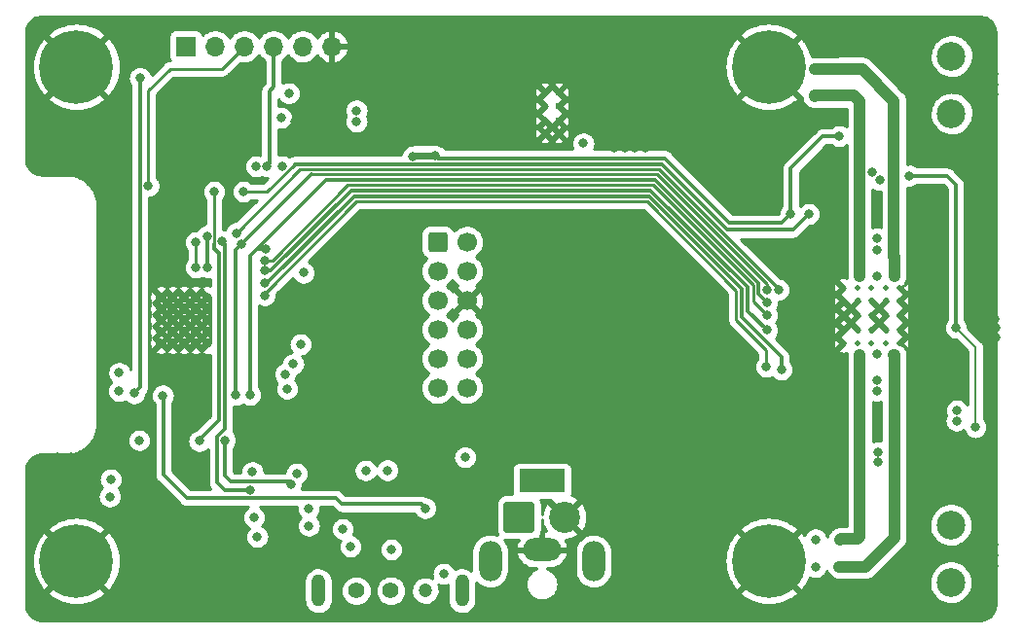
<source format=gbr>
G04 #@! TF.GenerationSoftware,KiCad,Pcbnew,(6.0.5-0)*
G04 #@! TF.CreationDate,2022-12-01T23:32:52+01:00*
G04 #@! TF.ProjectId,muVox,6d75566f-782e-46b6-9963-61645f706362,rc1*
G04 #@! TF.SameCoordinates,Original*
G04 #@! TF.FileFunction,Copper,L2,Inr*
G04 #@! TF.FilePolarity,Positive*
%FSLAX46Y46*%
G04 Gerber Fmt 4.6, Leading zero omitted, Abs format (unit mm)*
G04 Created by KiCad (PCBNEW (6.0.5-0)) date 2022-12-01 23:32:52*
%MOMM*%
%LPD*%
G01*
G04 APERTURE LIST*
G04 Aperture macros list*
%AMRoundRect*
0 Rectangle with rounded corners*
0 $1 Rounding radius*
0 $2 $3 $4 $5 $6 $7 $8 $9 X,Y pos of 4 corners*
0 Add a 4 corners polygon primitive as box body*
4,1,4,$2,$3,$4,$5,$6,$7,$8,$9,$2,$3,0*
0 Add four circle primitives for the rounded corners*
1,1,$1+$1,$2,$3*
1,1,$1+$1,$4,$5*
1,1,$1+$1,$6,$7*
1,1,$1+$1,$8,$9*
0 Add four rect primitives between the rounded corners*
20,1,$1+$1,$2,$3,$4,$5,0*
20,1,$1+$1,$4,$5,$6,$7,0*
20,1,$1+$1,$6,$7,$8,$9,0*
20,1,$1+$1,$8,$9,$2,$3,0*%
G04 Aperture macros list end*
G04 #@! TA.AperFunction,ComponentPad*
%ADD10R,4.000000X2.000000*%
G04 #@! TD*
G04 #@! TA.AperFunction,ComponentPad*
%ADD11O,3.300000X2.000000*%
G04 #@! TD*
G04 #@! TA.AperFunction,ComponentPad*
%ADD12O,2.000000X3.500000*%
G04 #@! TD*
G04 #@! TA.AperFunction,ComponentPad*
%ADD13RoundRect,0.250000X-0.600000X-0.600000X0.600000X-0.600000X0.600000X0.600000X-0.600000X0.600000X0*%
G04 #@! TD*
G04 #@! TA.AperFunction,ComponentPad*
%ADD14C,1.700000*%
G04 #@! TD*
G04 #@! TA.AperFunction,ComponentPad*
%ADD15C,6.400000*%
G04 #@! TD*
G04 #@! TA.AperFunction,ComponentPad*
%ADD16C,2.500000*%
G04 #@! TD*
G04 #@! TA.AperFunction,ComponentPad*
%ADD17RoundRect,0.250001X-1.099999X-1.099999X1.099999X-1.099999X1.099999X1.099999X-1.099999X1.099999X0*%
G04 #@! TD*
G04 #@! TA.AperFunction,ComponentPad*
%ADD18C,2.700000*%
G04 #@! TD*
G04 #@! TA.AperFunction,ComponentPad*
%ADD19R,1.700000X1.700000*%
G04 #@! TD*
G04 #@! TA.AperFunction,ComponentPad*
%ADD20O,1.700000X1.700000*%
G04 #@! TD*
G04 #@! TA.AperFunction,ComponentPad*
%ADD21C,0.500000*%
G04 #@! TD*
G04 #@! TA.AperFunction,ComponentPad*
%ADD22C,0.600000*%
G04 #@! TD*
G04 #@! TA.AperFunction,ComponentPad*
%ADD23C,1.400000*%
G04 #@! TD*
G04 #@! TA.AperFunction,ComponentPad*
%ADD24C,1.200000*%
G04 #@! TD*
G04 #@! TA.AperFunction,ComponentPad*
%ADD25O,1.208000X2.800000*%
G04 #@! TD*
G04 #@! TA.AperFunction,ComponentPad*
%ADD26C,0.800000*%
G04 #@! TD*
G04 #@! TA.AperFunction,ViaPad*
%ADD27C,0.800000*%
G04 #@! TD*
G04 #@! TA.AperFunction,Conductor*
%ADD28C,0.300000*%
G04 #@! TD*
G04 #@! TA.AperFunction,Conductor*
%ADD29C,0.600000*%
G04 #@! TD*
G04 #@! TA.AperFunction,Conductor*
%ADD30C,0.200000*%
G04 #@! TD*
G04 #@! TA.AperFunction,Conductor*
%ADD31C,1.000000*%
G04 #@! TD*
G04 #@! TA.AperFunction,Conductor*
%ADD32C,0.250000*%
G04 #@! TD*
G04 #@! TA.AperFunction,Conductor*
%ADD33C,0.400000*%
G04 #@! TD*
G04 #@! TA.AperFunction,Conductor*
%ADD34C,0.254000*%
G04 #@! TD*
G04 APERTURE END LIST*
D10*
X119260100Y-148789300D03*
D11*
X119260100Y-154789300D03*
D12*
X114760100Y-155789300D03*
X123760100Y-155789300D03*
D13*
X110187600Y-128004300D03*
D14*
X112727600Y-128004300D03*
X110187600Y-130544300D03*
X112727600Y-130544300D03*
X110187600Y-133084300D03*
X112727600Y-133084300D03*
X110187600Y-135624300D03*
X112727600Y-135624300D03*
X110187600Y-138164300D03*
X112727600Y-138164300D03*
X110187600Y-140704300D03*
X112727600Y-140704300D03*
D15*
X78770100Y-155779300D03*
D16*
X154840100Y-157629300D03*
X154840100Y-152629300D03*
D17*
X117270100Y-151954300D03*
D18*
X121230100Y-151954300D03*
D15*
X78770100Y-112759300D03*
D19*
X88290100Y-110979300D03*
D20*
X90830100Y-110979300D03*
X93370100Y-110979300D03*
X95910100Y-110979300D03*
X98450100Y-110979300D03*
X100990100Y-110979300D03*
D21*
X145482950Y-136848950D03*
X149191350Y-133140550D03*
X150359750Y-135680550D03*
X147921350Y-135680550D03*
X147921350Y-131972150D03*
X147921350Y-136848950D03*
X147921350Y-133140550D03*
X146752950Y-131972150D03*
X146752950Y-133140550D03*
X146752950Y-134410550D03*
X145482950Y-131972150D03*
X150359750Y-133140550D03*
X149191350Y-134410550D03*
X149191350Y-136848950D03*
X145482950Y-134410550D03*
X149191350Y-131972150D03*
X147921350Y-134410550D03*
X145482950Y-135680550D03*
X146752950Y-135680550D03*
X150359750Y-136848950D03*
X150359750Y-131972150D03*
X149191350Y-135680550D03*
X146752950Y-136848950D03*
X150359750Y-134410550D03*
X145482950Y-133140550D03*
D22*
X119522600Y-116161800D03*
X120722600Y-118561800D03*
X120722600Y-116161800D03*
X119522600Y-114961800D03*
X120722600Y-114961800D03*
X119522600Y-118561800D03*
X119522600Y-117461800D03*
X120722600Y-117461800D03*
D23*
X103120400Y-158362800D03*
X106120400Y-158362800D03*
D24*
X109120400Y-158362800D03*
D25*
X99820400Y-158362800D03*
X112320400Y-158362800D03*
D15*
X139000000Y-112759300D03*
D26*
X87140100Y-134810550D03*
X86140100Y-132810550D03*
X86140100Y-135810550D03*
X89140100Y-133810550D03*
X87140100Y-133810550D03*
X88140100Y-135810550D03*
X89140100Y-136810550D03*
X87140100Y-132810550D03*
X86140100Y-134810550D03*
X90140100Y-136810550D03*
X89140100Y-134810550D03*
X86140100Y-133810550D03*
X88140100Y-133810550D03*
X89140100Y-132810550D03*
X90140100Y-133810550D03*
X88140100Y-134810550D03*
X90140100Y-132810550D03*
X88140100Y-136810550D03*
X89140100Y-135810550D03*
X87140100Y-135810550D03*
X86140100Y-136810550D03*
X87140100Y-136810550D03*
X90140100Y-134810550D03*
X90140100Y-135810550D03*
X88140100Y-132810550D03*
D16*
X154890100Y-111829300D03*
X154890100Y-116829300D03*
D15*
X139000000Y-155779300D03*
D27*
X157640100Y-113382700D03*
X127814900Y-113148100D03*
X126443300Y-119839300D03*
X98715100Y-118429300D03*
X157640100Y-114282700D03*
X97815100Y-117529300D03*
X107755700Y-114302100D03*
X129491300Y-136168100D03*
X83108800Y-147421600D03*
X158020000Y-123740000D03*
X114750000Y-148975000D03*
X156640000Y-123730000D03*
X129491300Y-134368100D03*
X111355700Y-114302100D03*
X109555700Y-112491100D03*
X106855700Y-114305500D03*
X130391300Y-136168100D03*
X140490000Y-136413910D03*
X158725000Y-135475000D03*
X133087100Y-136182500D03*
X152840100Y-128729300D03*
X158540100Y-154379300D03*
X132187100Y-133482500D03*
X129491300Y-133468100D03*
X152490100Y-123679300D03*
X132187100Y-136182500D03*
X156740100Y-156182700D03*
X108655700Y-112487700D03*
X128727200Y-114071400D03*
X138887200Y-140893800D03*
X99775000Y-154225000D03*
X127811500Y-112248100D03*
X158725000Y-136325000D03*
X133087100Y-133482500D03*
X94190100Y-114029300D03*
X107755700Y-115202100D03*
X157640100Y-155282700D03*
X158540100Y-115179300D03*
X128272100Y-119839300D03*
X109555700Y-115205500D03*
X148410100Y-124069300D03*
X129616200Y-113157000D03*
X131287900Y-132568100D03*
X130391300Y-137068100D03*
X133087100Y-137082500D03*
X107755700Y-112487700D03*
X101325000Y-148075000D03*
X110455700Y-115202100D03*
X106855700Y-115205500D03*
X126911500Y-112248100D03*
X158700000Y-134675000D03*
X151390100Y-123679300D03*
X133087100Y-134382500D03*
X127372100Y-119839300D03*
X129612800Y-112257000D03*
X78333600Y-146710400D03*
X140490000Y-134660000D03*
X156740100Y-114282700D03*
X156740100Y-154382700D03*
X111355700Y-112487700D03*
X105235800Y-153983400D03*
X98715100Y-117529300D03*
X158540100Y-114279300D03*
X110455700Y-112487700D03*
X89281000Y-148259800D03*
X106855700Y-112491100D03*
X100950000Y-154200000D03*
X107755700Y-113387700D03*
X156740100Y-155282700D03*
X127814900Y-114048100D03*
X109555700Y-113391100D03*
X108655700Y-114302100D03*
X130391300Y-134368100D03*
X158540100Y-155279300D03*
X77114400Y-146735800D03*
X109555700Y-114305500D03*
X108655700Y-113387700D03*
X131291300Y-133468100D03*
X156740100Y-115182700D03*
X158540100Y-113379300D03*
X111355700Y-113387700D03*
X125594100Y-119839300D03*
X153600000Y-123700000D03*
X104709434Y-148905434D03*
X113800000Y-148975000D03*
X148444760Y-144683976D03*
X157330000Y-124370000D03*
X114808000Y-143510000D03*
X111355700Y-115202100D03*
X129616200Y-114071400D03*
X131291300Y-136168100D03*
X133083700Y-135282500D03*
X132183700Y-132582500D03*
X110455700Y-114302100D03*
X157640100Y-115182700D03*
X156740100Y-113382700D03*
X129487900Y-132568100D03*
X126914900Y-114048100D03*
X110846200Y-149308000D03*
X131291300Y-134368100D03*
X105896200Y-153272200D03*
X131291300Y-137068100D03*
X130391300Y-133468100D03*
X129487900Y-135268100D03*
X88442800Y-148894800D03*
X116840000Y-125984000D03*
X129491300Y-137068100D03*
X132183700Y-135282500D03*
X99615100Y-118425900D03*
X157640100Y-156182700D03*
X132187100Y-137082500D03*
X132187100Y-134382500D03*
X130387900Y-135268100D03*
X133083700Y-132582500D03*
X110455700Y-113387700D03*
X130387900Y-132568100D03*
X99615100Y-117525900D03*
X113895700Y-117858100D03*
X126914900Y-113148100D03*
X128712800Y-112257000D03*
X128716200Y-113157000D03*
X108655700Y-115202100D03*
X131287900Y-135268100D03*
X97815100Y-118429300D03*
X106855700Y-113391100D03*
X158540100Y-156179300D03*
X157640100Y-154382700D03*
X106172000Y-154787600D03*
X99000897Y-152712939D03*
X98264600Y-136908100D03*
X108015100Y-120569120D03*
X98531500Y-130687900D03*
X94513400Y-153670000D03*
X156982600Y-144136800D03*
X110015100Y-120529300D03*
X103140100Y-117529300D03*
X145110200Y-118793410D03*
X94221184Y-151971716D03*
X140901220Y-125568110D03*
X103140100Y-116554300D03*
X155290100Y-135479300D03*
X151240100Y-122229300D03*
X82500000Y-139400000D03*
X96600000Y-117200000D03*
X101930200Y-152984200D03*
X82490100Y-140979300D03*
X97235358Y-115054302D03*
X97925000Y-148175000D03*
X94090600Y-148031200D03*
X84250000Y-145275000D03*
X84290100Y-113729300D03*
X83790100Y-141179300D03*
X112575000Y-146750000D03*
X110700000Y-156895800D03*
X148394320Y-130978310D03*
X148419720Y-128692310D03*
X148419720Y-127701710D03*
X148394320Y-140071510D03*
X148669856Y-122629544D03*
X148419720Y-137785510D03*
X148394320Y-140960510D03*
X148010100Y-121969789D03*
X148463720Y-147183310D03*
X148530100Y-146299300D03*
X86300000Y-141375000D03*
X109109200Y-151181200D03*
X146921120Y-140071510D03*
X146895720Y-137760110D03*
X145180100Y-153919300D03*
X143052800Y-153898600D03*
X146895720Y-128733310D03*
X146921120Y-131003710D03*
X145280100Y-115259300D03*
X142976600Y-115316000D03*
X149892920Y-137760110D03*
X143060100Y-156319300D03*
X149918320Y-140071510D03*
X145130100Y-156279300D03*
X149892920Y-128733310D03*
X149918320Y-131003710D03*
X142970100Y-112969300D03*
X145250100Y-112929300D03*
X102625000Y-154525000D03*
X97091794Y-140791794D03*
X138818520Y-135677310D03*
X103922900Y-147901700D03*
X96925000Y-139500000D03*
X95150500Y-130507300D03*
X105827400Y-147886800D03*
X95150500Y-129592900D03*
X97639700Y-138635300D03*
X138818520Y-134381910D03*
X85040100Y-123129300D03*
X95325000Y-121425000D03*
X155328520Y-143576710D03*
X155346803Y-142677393D03*
X93118500Y-128221300D03*
X92640100Y-141329300D03*
X138843920Y-132172110D03*
X95201300Y-128576900D03*
X93890100Y-141329300D03*
X138818520Y-133289710D03*
X139859920Y-132172110D03*
X92690100Y-127229300D03*
X90140100Y-130203320D03*
X95136589Y-131610989D03*
X140092628Y-139127601D03*
X90140100Y-127479300D03*
X89140100Y-128029300D03*
X95150500Y-132640900D03*
X138796532Y-138856811D03*
X89141064Y-130233855D03*
X93878400Y-149606000D03*
X91442100Y-127967300D03*
X97425000Y-149075000D03*
X91670692Y-145264693D03*
X81675000Y-150175000D03*
X96667231Y-121417231D03*
X81750000Y-148675000D03*
X94411800Y-121425000D03*
X90758897Y-123621231D03*
X89458800Y-145338800D03*
X122865100Y-119429800D03*
X98958400Y-151206200D03*
X93292374Y-123622185D03*
X142476220Y-125568110D03*
D28*
X110188700Y-120702900D02*
X129948500Y-120702900D01*
X145110200Y-118793410D02*
X143713620Y-118793410D01*
X155290100Y-123049270D02*
X155290100Y-135479300D01*
D29*
X109934700Y-120448900D02*
X110015100Y-120529300D01*
D28*
X143713620Y-118793410D02*
X140901220Y-121605810D01*
D29*
X108135320Y-120448900D02*
X109934700Y-120448900D01*
D28*
X140151219Y-126318111D02*
X140901220Y-125568110D01*
X151240100Y-122229300D02*
X154470130Y-122229300D01*
D29*
X108015100Y-120569120D02*
X108135320Y-120448900D01*
D28*
X140901220Y-121605810D02*
X140901220Y-125568110D01*
D30*
X156982600Y-137171800D02*
X155290100Y-135479300D01*
X156982600Y-144371800D02*
X156982600Y-137171800D01*
D28*
X135563711Y-126318111D02*
X140151219Y-126318111D01*
X154470130Y-122229300D02*
X155290100Y-123049270D01*
X110015100Y-120529300D02*
X110188700Y-120702900D01*
X129948500Y-120702900D02*
X135563711Y-126318111D01*
X84290100Y-113729300D02*
X84290100Y-140679300D01*
X84290100Y-140679300D02*
X83790100Y-141179300D01*
X88366600Y-150291800D02*
X101336852Y-150291800D01*
X101867963Y-150822911D02*
X108750911Y-150822911D01*
X86300000Y-141375000D02*
X86360000Y-141435000D01*
X101336852Y-150291800D02*
X101867963Y-150822911D01*
X108750911Y-150822911D02*
X109109200Y-151181200D01*
X86360000Y-141435000D02*
X86360000Y-148285200D01*
X86360000Y-148285200D02*
X88366600Y-150291800D01*
D31*
X146700100Y-153859300D02*
X145240100Y-153859300D01*
X146921120Y-140071510D02*
X146921120Y-153638280D01*
X145240100Y-153859300D02*
X145180100Y-153919300D01*
X146921120Y-140071510D02*
X146921120Y-137857720D01*
X146921120Y-137857720D02*
X146895720Y-137832320D01*
X146921120Y-153638280D02*
X146700100Y-153859300D01*
X146485100Y-115324300D02*
X146895720Y-115734920D01*
X142976600Y-115316000D02*
X143033300Y-115259300D01*
X146895720Y-130956900D02*
X146921120Y-130982300D01*
X146895720Y-115734920D02*
X146895720Y-130956900D01*
X143033300Y-115259300D02*
X145280100Y-115259300D01*
X145280100Y-115259300D02*
X146420100Y-115259300D01*
X146420100Y-115259300D02*
X146485100Y-115324300D01*
X145130100Y-156279300D02*
X147426530Y-156279300D01*
X147426530Y-156279300D02*
X149918320Y-153787510D01*
X149918320Y-153787510D02*
X149918320Y-140071510D01*
X149918320Y-137857720D02*
X149892920Y-137832320D01*
X149918320Y-140071510D02*
X149918320Y-137857720D01*
X145210100Y-112969300D02*
X145250100Y-112929300D01*
X142970100Y-112969300D02*
X145210100Y-112969300D01*
X149892920Y-129257995D02*
X149918320Y-129283395D01*
X149892920Y-115712910D02*
X149892920Y-129257995D01*
X147109310Y-112929300D02*
X149892920Y-115712910D01*
X149918320Y-129283395D02*
X149918320Y-130982300D01*
X145250100Y-112929300D02*
X147109310Y-112929300D01*
D28*
X128715484Y-123504300D02*
X137144462Y-131933278D01*
X95150500Y-130507300D02*
X95658500Y-130507300D01*
X95658500Y-130507300D02*
X102661500Y-123504300D01*
X102661500Y-123504300D02*
X128715484Y-123504300D01*
X137144462Y-134003252D02*
X138818520Y-135677310D01*
X137144462Y-131933278D02*
X137144462Y-134003252D01*
D32*
X95150500Y-129592900D02*
X95810900Y-129592900D01*
X137618982Y-131736726D02*
X137618982Y-133182372D01*
X137618982Y-133182372D02*
X138818520Y-134381910D01*
X128911556Y-123029300D02*
X137618982Y-131736726D01*
X102374500Y-123029300D02*
X128911556Y-123029300D01*
X95810900Y-129592900D02*
X102374500Y-123029300D01*
X93370100Y-110979300D02*
X91418900Y-112930500D01*
X85040100Y-114811300D02*
X85040100Y-123129300D01*
X91418900Y-112930500D02*
X86920900Y-112930500D01*
X86920900Y-112930500D02*
X85040100Y-114811300D01*
D28*
X95556900Y-114863000D02*
X95910100Y-114509800D01*
X95910100Y-114509800D02*
X95910100Y-110979300D01*
X95556900Y-121193100D02*
X95556900Y-114863000D01*
X95325000Y-121425000D02*
X95556900Y-121193100D01*
X92640100Y-141329300D02*
X92640100Y-128699700D01*
X92640100Y-128699700D02*
X93118500Y-128221300D01*
D32*
X138843920Y-132172110D02*
X138843920Y-131690228D01*
X138843920Y-131690228D02*
X129282992Y-122129300D01*
D28*
X99210500Y-122129300D02*
X92640100Y-128699700D01*
D32*
X129282992Y-122129300D02*
X99210500Y-122129300D01*
D28*
X138068502Y-131550528D02*
X138068502Y-132539692D01*
X93890100Y-129179300D02*
X100490100Y-122579300D01*
X100490100Y-122579300D02*
X129097274Y-122579300D01*
X129097274Y-122579300D02*
X138068502Y-131550528D01*
X95201300Y-128576900D02*
X94492500Y-128576900D01*
X138068502Y-132539692D02*
X138818520Y-133289710D01*
X94492500Y-128576900D02*
X93890100Y-129179300D01*
X93890100Y-141329300D02*
X93890100Y-129179300D01*
D32*
X98240100Y-121679300D02*
X129468710Y-121679300D01*
X139859920Y-132070510D02*
X139859920Y-132172110D01*
X129468710Y-121679300D02*
X139859920Y-132070510D01*
X92690100Y-127229300D02*
X98240100Y-121679300D01*
D33*
X139859920Y-132172110D02*
X139859920Y-132004108D01*
D28*
X90140100Y-130203320D02*
X90140100Y-127479300D01*
X128576300Y-124004300D02*
X136644942Y-132072942D01*
X136644942Y-132072942D02*
X136644942Y-134570532D01*
X102915100Y-124004300D02*
X128576300Y-124004300D01*
X136644942Y-134570532D02*
X140092628Y-138018218D01*
X95308411Y-131610989D02*
X102915100Y-124004300D01*
X95136589Y-131610989D02*
X95308411Y-131610989D01*
X140092628Y-138018218D02*
X140092628Y-139127601D01*
D32*
X95150500Y-132480255D02*
X103151455Y-124479300D01*
X128419300Y-124479300D02*
X136170423Y-132230423D01*
X103151455Y-124479300D02*
X128419300Y-124479300D01*
X89141064Y-128030264D02*
X89140100Y-128029300D01*
X95150500Y-132640900D02*
X95150500Y-132480255D01*
X138796532Y-137435732D02*
X138796532Y-138856811D01*
X89141064Y-130233855D02*
X89141064Y-128030264D01*
X136170423Y-132230423D02*
X136170423Y-134809623D01*
X136170423Y-134809623D02*
X138796532Y-137435732D01*
D28*
X91696100Y-144320737D02*
X91696100Y-128221300D01*
X91021181Y-148958581D02*
X91021181Y-144995656D01*
X91668600Y-149606000D02*
X91021181Y-148958581D01*
X93878400Y-149606000D02*
X91668600Y-149606000D01*
X91021181Y-144995656D02*
X91696100Y-144320737D01*
X91696100Y-128221300D02*
X91442100Y-127967300D01*
X97244800Y-148894800D02*
X92227400Y-148894800D01*
X97425000Y-149075000D02*
X97244800Y-148894800D01*
X92227400Y-148894800D02*
X91670692Y-148338092D01*
X91670692Y-148338092D02*
X91670692Y-145264693D01*
X90781700Y-128576900D02*
X90789611Y-128568989D01*
X89458800Y-145338800D02*
X89458800Y-145241400D01*
X91188100Y-128983300D02*
X90781700Y-128576900D01*
D32*
X90789611Y-123651945D02*
X90789611Y-128178811D01*
X90758897Y-123621231D02*
X90789611Y-123651945D01*
D28*
X90789611Y-128568989D02*
X90789611Y-128178811D01*
X89458800Y-145241400D02*
X91188100Y-143512100D01*
X91188100Y-143512100D02*
X91188100Y-128983300D01*
X135352631Y-126900500D02*
X135406431Y-126954300D01*
X129670751Y-121218620D02*
X135352631Y-126900500D01*
D32*
X93292374Y-123622185D02*
X95345455Y-123622185D01*
D28*
X141090030Y-126954300D02*
X142476220Y-125568110D01*
X97749020Y-121218620D02*
X129670751Y-121218620D01*
D32*
X95345455Y-123622185D02*
X97749020Y-121218620D01*
D28*
X135406431Y-126954300D02*
X141090030Y-126954300D01*
D34*
X128932500Y-119229700D02*
X124258900Y-119229700D01*
X123598500Y-118620100D01*
X123510639Y-118620100D01*
X123395913Y-118536746D01*
X123373101Y-118523575D01*
X123198637Y-118445899D01*
X123173585Y-118437759D01*
X122986784Y-118398053D01*
X122960587Y-118395300D01*
X122769613Y-118395300D01*
X122743416Y-118398053D01*
X122556615Y-118437759D01*
X122531563Y-118445899D01*
X122357099Y-118523575D01*
X122334287Y-118536746D01*
X122179786Y-118648998D01*
X122160211Y-118666624D01*
X122032424Y-118808546D01*
X122016941Y-118829856D01*
X121921454Y-118995244D01*
X121910740Y-119019308D01*
X121900687Y-119050248D01*
X121617300Y-119280500D01*
X121210597Y-119280500D01*
X121212181Y-119271613D01*
X121184876Y-119206077D01*
X121176026Y-119196246D01*
X120811695Y-118831915D01*
X120749383Y-118797889D01*
X120678568Y-118802954D01*
X120633504Y-118831915D01*
X120266928Y-119198492D01*
X120232903Y-119260804D01*
X120234312Y-119280500D01*
X120010597Y-119280500D01*
X120012181Y-119271613D01*
X119984876Y-119206077D01*
X119976026Y-119196246D01*
X119611695Y-118831915D01*
X119549383Y-118797889D01*
X119478568Y-118802954D01*
X119433504Y-118831915D01*
X119066928Y-119198492D01*
X119032903Y-119260804D01*
X119034312Y-119280500D01*
X103786500Y-119280500D01*
X103786500Y-118562742D01*
X118584167Y-118562742D01*
X118601856Y-118743151D01*
X118607697Y-118770628D01*
X118664916Y-118942634D01*
X118676699Y-118968135D01*
X118690977Y-118991710D01*
X118743375Y-119039616D01*
X118813355Y-119051588D01*
X118878699Y-119023826D01*
X118887847Y-119015533D01*
X119252485Y-118650896D01*
X119286510Y-118588583D01*
X119282679Y-118535017D01*
X119758690Y-118535017D01*
X119763754Y-118605832D01*
X119792715Y-118650896D01*
X120033505Y-118891685D01*
X120095817Y-118925710D01*
X120166633Y-118920645D01*
X120211695Y-118891685D01*
X120452485Y-118650896D01*
X120486510Y-118588583D01*
X120482679Y-118535017D01*
X120958690Y-118535017D01*
X120963754Y-118605832D01*
X120992715Y-118650896D01*
X121358817Y-119016997D01*
X121421129Y-119051022D01*
X121491945Y-119045957D01*
X121548780Y-119003410D01*
X121565700Y-118972645D01*
X121627956Y-118808757D01*
X121634942Y-118781548D01*
X121660170Y-118602038D01*
X121661384Y-118586262D01*
X121661701Y-118563559D01*
X121660928Y-118547755D01*
X121640722Y-118367611D01*
X121634498Y-118340219D01*
X121574883Y-118169028D01*
X121562748Y-118143698D01*
X121554001Y-118129699D01*
X121500941Y-118082527D01*
X121430801Y-118071530D01*
X121365851Y-118100200D01*
X121358050Y-118107370D01*
X120992715Y-118472704D01*
X120958690Y-118535017D01*
X120482679Y-118535017D01*
X120481446Y-118517768D01*
X120452485Y-118472704D01*
X120211695Y-118231915D01*
X120149383Y-118197890D01*
X120078567Y-118202955D01*
X120033505Y-118231915D01*
X119792715Y-118472704D01*
X119758690Y-118535017D01*
X119282679Y-118535017D01*
X119281446Y-118517768D01*
X119252485Y-118472704D01*
X118886345Y-118106565D01*
X118824033Y-118072540D01*
X118753217Y-118077605D01*
X118696382Y-118120152D01*
X118691344Y-118127398D01*
X118688379Y-118131998D01*
X118675884Y-118157167D01*
X118613885Y-118327509D01*
X118607280Y-118354811D01*
X118584560Y-118534655D01*
X118584167Y-118562742D01*
X103786500Y-118562742D01*
X103786500Y-118338375D01*
X103825414Y-118310102D01*
X103844989Y-118292476D01*
X103972776Y-118150554D01*
X103988259Y-118129244D01*
X104071529Y-117985017D01*
X119208690Y-117985017D01*
X119213755Y-118055833D01*
X119242715Y-118100895D01*
X119433504Y-118291685D01*
X119495816Y-118325710D01*
X119566632Y-118320646D01*
X119611696Y-118291685D01*
X119802485Y-118100895D01*
X119836510Y-118038583D01*
X119832679Y-117985017D01*
X120408690Y-117985017D01*
X120413755Y-118055833D01*
X120442715Y-118100895D01*
X120633504Y-118291685D01*
X120695816Y-118325710D01*
X120766632Y-118320646D01*
X120811696Y-118291685D01*
X121002485Y-118100895D01*
X121036510Y-118038583D01*
X121031445Y-117967767D01*
X121002485Y-117922705D01*
X120811696Y-117731915D01*
X120749384Y-117697890D01*
X120678568Y-117702954D01*
X120633504Y-117731915D01*
X120442715Y-117922705D01*
X120408690Y-117985017D01*
X119832679Y-117985017D01*
X119831445Y-117967767D01*
X119802485Y-117922705D01*
X119611696Y-117731915D01*
X119549384Y-117697890D01*
X119478568Y-117702954D01*
X119433504Y-117731915D01*
X119242715Y-117922705D01*
X119208690Y-117985017D01*
X104071529Y-117985017D01*
X104083746Y-117963856D01*
X104094460Y-117939792D01*
X104153475Y-117758164D01*
X104158952Y-117732398D01*
X104178914Y-117542470D01*
X104178914Y-117516130D01*
X104173303Y-117462742D01*
X118584167Y-117462742D01*
X118601856Y-117643151D01*
X118607697Y-117670628D01*
X118664916Y-117842634D01*
X118676699Y-117868135D01*
X118690977Y-117891710D01*
X118743375Y-117939616D01*
X118813355Y-117951588D01*
X118878699Y-117923826D01*
X118887847Y-117915533D01*
X119252485Y-117550896D01*
X119286510Y-117488583D01*
X119281446Y-117417768D01*
X119252485Y-117372704D01*
X118886345Y-117006565D01*
X118824033Y-116972540D01*
X118753217Y-116977605D01*
X118696382Y-117020152D01*
X118691344Y-117027398D01*
X118688379Y-117031998D01*
X118675884Y-117057167D01*
X118613885Y-117227509D01*
X118607280Y-117254811D01*
X118584560Y-117434655D01*
X118584167Y-117462742D01*
X104173303Y-117462742D01*
X104158952Y-117326202D01*
X104153475Y-117300436D01*
X104094460Y-117118808D01*
X104083746Y-117094744D01*
X104053179Y-117041800D01*
X104083746Y-116988856D01*
X104094460Y-116964792D01*
X104152873Y-116785017D01*
X119108690Y-116785017D01*
X119113755Y-116855832D01*
X119142715Y-116900895D01*
X119433504Y-117191685D01*
X120033504Y-117791684D01*
X120095817Y-117825709D01*
X120166632Y-117820645D01*
X120211695Y-117791685D01*
X120568364Y-117435017D01*
X120958690Y-117435017D01*
X120963754Y-117505832D01*
X120992715Y-117550896D01*
X121358817Y-117916997D01*
X121421129Y-117951022D01*
X121491945Y-117945957D01*
X121548780Y-117903410D01*
X121565700Y-117872645D01*
X121627956Y-117708757D01*
X121634942Y-117681548D01*
X121660170Y-117502038D01*
X121661384Y-117486262D01*
X121661701Y-117463559D01*
X121660928Y-117447755D01*
X121640722Y-117267611D01*
X121634498Y-117240219D01*
X121574883Y-117069028D01*
X121562748Y-117043698D01*
X121554001Y-117029699D01*
X121500941Y-116982527D01*
X121430801Y-116971530D01*
X121365851Y-117000200D01*
X121358050Y-117007370D01*
X120992715Y-117372704D01*
X120958690Y-117435017D01*
X120568364Y-117435017D01*
X120811695Y-117191686D01*
X121102484Y-116900896D01*
X121136509Y-116838583D01*
X121131445Y-116767768D01*
X121102485Y-116722705D01*
X120541580Y-116161800D01*
X120568363Y-116135017D01*
X120958690Y-116135017D01*
X120963754Y-116205832D01*
X120992715Y-116250896D01*
X121358817Y-116616997D01*
X121421129Y-116651022D01*
X121491945Y-116645957D01*
X121548780Y-116603410D01*
X121565700Y-116572645D01*
X121627956Y-116408757D01*
X121634942Y-116381548D01*
X121660170Y-116202038D01*
X121661384Y-116186262D01*
X121661701Y-116163559D01*
X121660928Y-116147755D01*
X121640722Y-115967611D01*
X121634498Y-115940219D01*
X121574883Y-115769028D01*
X121562748Y-115743698D01*
X121554001Y-115729699D01*
X121500941Y-115682527D01*
X121430801Y-115671530D01*
X121365851Y-115700200D01*
X121358050Y-115707370D01*
X120992715Y-116072704D01*
X120958690Y-116135017D01*
X120568363Y-116135017D01*
X120811695Y-115891685D01*
X121052484Y-115650895D01*
X121086510Y-115588583D01*
X121081445Y-115517768D01*
X121052485Y-115472705D01*
X120514798Y-114935017D01*
X120958690Y-114935017D01*
X120963754Y-115005832D01*
X120992715Y-115050896D01*
X121358817Y-115416997D01*
X121421129Y-115451022D01*
X121491945Y-115445957D01*
X121548780Y-115403410D01*
X121565700Y-115372645D01*
X121627956Y-115208757D01*
X121634942Y-115181548D01*
X121660170Y-115002038D01*
X121661384Y-114986262D01*
X121661701Y-114963559D01*
X121660928Y-114947755D01*
X121640722Y-114767611D01*
X121634498Y-114740219D01*
X121574883Y-114569028D01*
X121562748Y-114543698D01*
X121554001Y-114529699D01*
X121500941Y-114482527D01*
X121430801Y-114471530D01*
X121365851Y-114500200D01*
X121358050Y-114507370D01*
X120992715Y-114872704D01*
X120958690Y-114935017D01*
X120514798Y-114935017D01*
X120452486Y-114872705D01*
X120211696Y-114631916D01*
X120149383Y-114597891D01*
X120078568Y-114602955D01*
X120033505Y-114631915D01*
X119792715Y-114872704D01*
X119433505Y-115231914D01*
X119192716Y-115472704D01*
X119158691Y-115535017D01*
X119163755Y-115605832D01*
X119192715Y-115650895D01*
X119703620Y-116161800D01*
X119433505Y-116431915D01*
X119142716Y-116722705D01*
X119108690Y-116785017D01*
X104152873Y-116785017D01*
X104153475Y-116783164D01*
X104158952Y-116757398D01*
X104178914Y-116567470D01*
X104178914Y-116541130D01*
X104158952Y-116351202D01*
X104153475Y-116325436D01*
X104100612Y-116162742D01*
X118584167Y-116162742D01*
X118601856Y-116343151D01*
X118607697Y-116370628D01*
X118664916Y-116542634D01*
X118676699Y-116568135D01*
X118690977Y-116591710D01*
X118743375Y-116639616D01*
X118813355Y-116651588D01*
X118878699Y-116623826D01*
X118887847Y-116615533D01*
X119252485Y-116250896D01*
X119286510Y-116188583D01*
X119281446Y-116117768D01*
X119252485Y-116072704D01*
X118886345Y-115706565D01*
X118824033Y-115672540D01*
X118753217Y-115677605D01*
X118696382Y-115720152D01*
X118691344Y-115727398D01*
X118688379Y-115731998D01*
X118675884Y-115757167D01*
X118613885Y-115927509D01*
X118607280Y-115954811D01*
X118584560Y-116134655D01*
X118584167Y-116162742D01*
X104100612Y-116162742D01*
X104094460Y-116143808D01*
X104083746Y-116119744D01*
X103988259Y-115954356D01*
X103972776Y-115933046D01*
X103844989Y-115791124D01*
X103825414Y-115773498D01*
X103786500Y-115745225D01*
X103786500Y-114962742D01*
X118584167Y-114962742D01*
X118601856Y-115143151D01*
X118607697Y-115170628D01*
X118664916Y-115342634D01*
X118676699Y-115368135D01*
X118690977Y-115391710D01*
X118743375Y-115439616D01*
X118813355Y-115451588D01*
X118878699Y-115423826D01*
X118887847Y-115415533D01*
X119252485Y-115050896D01*
X119286510Y-114988583D01*
X119281446Y-114917768D01*
X119252485Y-114872704D01*
X118886345Y-114506565D01*
X118824033Y-114472540D01*
X118753217Y-114477605D01*
X118696382Y-114520152D01*
X118691344Y-114527398D01*
X118688379Y-114531998D01*
X118675884Y-114557167D01*
X118613885Y-114727509D01*
X118607280Y-114754811D01*
X118584560Y-114934655D01*
X118584167Y-114962742D01*
X103786500Y-114962742D01*
X103786500Y-114253090D01*
X119032582Y-114253090D01*
X119060798Y-114318239D01*
X119068532Y-114326712D01*
X119433504Y-114691685D01*
X119495817Y-114725710D01*
X119566632Y-114720646D01*
X119611696Y-114691685D01*
X119977418Y-114325962D01*
X120011443Y-114263650D01*
X120010688Y-114253090D01*
X120232582Y-114253090D01*
X120260798Y-114318239D01*
X120268532Y-114326712D01*
X120633504Y-114691685D01*
X120695817Y-114725710D01*
X120766632Y-114720646D01*
X120811696Y-114691685D01*
X121177418Y-114325962D01*
X121211443Y-114263650D01*
X121206378Y-114192834D01*
X121163831Y-114135999D01*
X121155841Y-114130485D01*
X121146564Y-114124597D01*
X121121312Y-114112280D01*
X120950542Y-114051471D01*
X120923194Y-114045056D01*
X120743196Y-114023593D01*
X120715107Y-114023397D01*
X120534826Y-114042345D01*
X120507391Y-114048377D01*
X120335788Y-114106795D01*
X120310372Y-114118755D01*
X120291607Y-114130299D01*
X120244067Y-114183029D01*
X120232582Y-114253090D01*
X120010688Y-114253090D01*
X120006378Y-114192834D01*
X119963831Y-114135999D01*
X119955841Y-114130485D01*
X119946564Y-114124597D01*
X119921312Y-114112280D01*
X119750542Y-114051471D01*
X119723194Y-114045056D01*
X119543196Y-114023593D01*
X119515107Y-114023397D01*
X119334826Y-114042345D01*
X119307391Y-114048377D01*
X119135788Y-114106795D01*
X119110372Y-114118755D01*
X119091607Y-114130299D01*
X119044067Y-114183029D01*
X119032582Y-114253090D01*
X103786500Y-114253090D01*
X103786500Y-108371810D01*
X128932500Y-108371810D01*
X128932500Y-119229700D01*
X128932500Y-119229700D02*
X128932500Y-108371810D01*
G04 #@! TA.AperFunction,Conductor*
G36*
X128932500Y-119229700D02*
G01*
X124258900Y-119229700D01*
X123598500Y-118620100D01*
X123510639Y-118620100D01*
X123395913Y-118536746D01*
X123373101Y-118523575D01*
X123198637Y-118445899D01*
X123173585Y-118437759D01*
X122986784Y-118398053D01*
X122960587Y-118395300D01*
X122769613Y-118395300D01*
X122743416Y-118398053D01*
X122556615Y-118437759D01*
X122531563Y-118445899D01*
X122357099Y-118523575D01*
X122334287Y-118536746D01*
X122179786Y-118648998D01*
X122160211Y-118666624D01*
X122032424Y-118808546D01*
X122016941Y-118829856D01*
X121921454Y-118995244D01*
X121910740Y-119019308D01*
X121900687Y-119050248D01*
X121617300Y-119280500D01*
X121210597Y-119280500D01*
X121212181Y-119271613D01*
X121184876Y-119206077D01*
X121176026Y-119196246D01*
X120811695Y-118831915D01*
X120749383Y-118797889D01*
X120678568Y-118802954D01*
X120633504Y-118831915D01*
X120266928Y-119198492D01*
X120232903Y-119260804D01*
X120234312Y-119280500D01*
X120010597Y-119280500D01*
X120012181Y-119271613D01*
X119984876Y-119206077D01*
X119976026Y-119196246D01*
X119611695Y-118831915D01*
X119549383Y-118797889D01*
X119478568Y-118802954D01*
X119433504Y-118831915D01*
X119066928Y-119198492D01*
X119032903Y-119260804D01*
X119034312Y-119280500D01*
X103786500Y-119280500D01*
X103786500Y-118562742D01*
X118584167Y-118562742D01*
X118601856Y-118743151D01*
X118607697Y-118770628D01*
X118664916Y-118942634D01*
X118676699Y-118968135D01*
X118690977Y-118991710D01*
X118743375Y-119039616D01*
X118813355Y-119051588D01*
X118878699Y-119023826D01*
X118887847Y-119015533D01*
X119252485Y-118650896D01*
X119286510Y-118588583D01*
X119282679Y-118535017D01*
X119758690Y-118535017D01*
X119763754Y-118605832D01*
X119792715Y-118650896D01*
X120033505Y-118891685D01*
X120095817Y-118925710D01*
X120166633Y-118920645D01*
X120211695Y-118891685D01*
X120452485Y-118650896D01*
X120486510Y-118588583D01*
X120482679Y-118535017D01*
X120958690Y-118535017D01*
X120963754Y-118605832D01*
X120992715Y-118650896D01*
X121358817Y-119016997D01*
X121421129Y-119051022D01*
X121491945Y-119045957D01*
X121548780Y-119003410D01*
X121565700Y-118972645D01*
X121627956Y-118808757D01*
X121634942Y-118781548D01*
X121660170Y-118602038D01*
X121661384Y-118586262D01*
X121661701Y-118563559D01*
X121660928Y-118547755D01*
X121640722Y-118367611D01*
X121634498Y-118340219D01*
X121574883Y-118169028D01*
X121562748Y-118143698D01*
X121554001Y-118129699D01*
X121500941Y-118082527D01*
X121430801Y-118071530D01*
X121365851Y-118100200D01*
X121358050Y-118107370D01*
X120992715Y-118472704D01*
X120958690Y-118535017D01*
X120482679Y-118535017D01*
X120481446Y-118517768D01*
X120452485Y-118472704D01*
X120211695Y-118231915D01*
X120149383Y-118197890D01*
X120078567Y-118202955D01*
X120033505Y-118231915D01*
X119792715Y-118472704D01*
X119758690Y-118535017D01*
X119282679Y-118535017D01*
X119281446Y-118517768D01*
X119252485Y-118472704D01*
X118886345Y-118106565D01*
X118824033Y-118072540D01*
X118753217Y-118077605D01*
X118696382Y-118120152D01*
X118691344Y-118127398D01*
X118688379Y-118131998D01*
X118675884Y-118157167D01*
X118613885Y-118327509D01*
X118607280Y-118354811D01*
X118584560Y-118534655D01*
X118584167Y-118562742D01*
X103786500Y-118562742D01*
X103786500Y-118338375D01*
X103825414Y-118310102D01*
X103844989Y-118292476D01*
X103972776Y-118150554D01*
X103988259Y-118129244D01*
X104071529Y-117985017D01*
X119208690Y-117985017D01*
X119213755Y-118055833D01*
X119242715Y-118100895D01*
X119433504Y-118291685D01*
X119495816Y-118325710D01*
X119566632Y-118320646D01*
X119611696Y-118291685D01*
X119802485Y-118100895D01*
X119836510Y-118038583D01*
X119832679Y-117985017D01*
X120408690Y-117985017D01*
X120413755Y-118055833D01*
X120442715Y-118100895D01*
X120633504Y-118291685D01*
X120695816Y-118325710D01*
X120766632Y-118320646D01*
X120811696Y-118291685D01*
X121002485Y-118100895D01*
X121036510Y-118038583D01*
X121031445Y-117967767D01*
X121002485Y-117922705D01*
X120811696Y-117731915D01*
X120749384Y-117697890D01*
X120678568Y-117702954D01*
X120633504Y-117731915D01*
X120442715Y-117922705D01*
X120408690Y-117985017D01*
X119832679Y-117985017D01*
X119831445Y-117967767D01*
X119802485Y-117922705D01*
X119611696Y-117731915D01*
X119549384Y-117697890D01*
X119478568Y-117702954D01*
X119433504Y-117731915D01*
X119242715Y-117922705D01*
X119208690Y-117985017D01*
X104071529Y-117985017D01*
X104083746Y-117963856D01*
X104094460Y-117939792D01*
X104153475Y-117758164D01*
X104158952Y-117732398D01*
X104178914Y-117542470D01*
X104178914Y-117516130D01*
X104173303Y-117462742D01*
X118584167Y-117462742D01*
X118601856Y-117643151D01*
X118607697Y-117670628D01*
X118664916Y-117842634D01*
X118676699Y-117868135D01*
X118690977Y-117891710D01*
X118743375Y-117939616D01*
X118813355Y-117951588D01*
X118878699Y-117923826D01*
X118887847Y-117915533D01*
X119252485Y-117550896D01*
X119286510Y-117488583D01*
X119281446Y-117417768D01*
X119252485Y-117372704D01*
X118886345Y-117006565D01*
X118824033Y-116972540D01*
X118753217Y-116977605D01*
X118696382Y-117020152D01*
X118691344Y-117027398D01*
X118688379Y-117031998D01*
X118675884Y-117057167D01*
X118613885Y-117227509D01*
X118607280Y-117254811D01*
X118584560Y-117434655D01*
X118584167Y-117462742D01*
X104173303Y-117462742D01*
X104158952Y-117326202D01*
X104153475Y-117300436D01*
X104094460Y-117118808D01*
X104083746Y-117094744D01*
X104053179Y-117041800D01*
X104083746Y-116988856D01*
X104094460Y-116964792D01*
X104152873Y-116785017D01*
X119108690Y-116785017D01*
X119113755Y-116855832D01*
X119142715Y-116900895D01*
X119433504Y-117191685D01*
X120033504Y-117791684D01*
X120095817Y-117825709D01*
X120166632Y-117820645D01*
X120211695Y-117791685D01*
X120568364Y-117435017D01*
X120958690Y-117435017D01*
X120963754Y-117505832D01*
X120992715Y-117550896D01*
X121358817Y-117916997D01*
X121421129Y-117951022D01*
X121491945Y-117945957D01*
X121548780Y-117903410D01*
X121565700Y-117872645D01*
X121627956Y-117708757D01*
X121634942Y-117681548D01*
X121660170Y-117502038D01*
X121661384Y-117486262D01*
X121661701Y-117463559D01*
X121660928Y-117447755D01*
X121640722Y-117267611D01*
X121634498Y-117240219D01*
X121574883Y-117069028D01*
X121562748Y-117043698D01*
X121554001Y-117029699D01*
X121500941Y-116982527D01*
X121430801Y-116971530D01*
X121365851Y-117000200D01*
X121358050Y-117007370D01*
X120992715Y-117372704D01*
X120958690Y-117435017D01*
X120568364Y-117435017D01*
X120811695Y-117191686D01*
X121102484Y-116900896D01*
X121136509Y-116838583D01*
X121131445Y-116767768D01*
X121102485Y-116722705D01*
X120541580Y-116161800D01*
X120568363Y-116135017D01*
X120958690Y-116135017D01*
X120963754Y-116205832D01*
X120992715Y-116250896D01*
X121358817Y-116616997D01*
X121421129Y-116651022D01*
X121491945Y-116645957D01*
X121548780Y-116603410D01*
X121565700Y-116572645D01*
X121627956Y-116408757D01*
X121634942Y-116381548D01*
X121660170Y-116202038D01*
X121661384Y-116186262D01*
X121661701Y-116163559D01*
X121660928Y-116147755D01*
X121640722Y-115967611D01*
X121634498Y-115940219D01*
X121574883Y-115769028D01*
X121562748Y-115743698D01*
X121554001Y-115729699D01*
X121500941Y-115682527D01*
X121430801Y-115671530D01*
X121365851Y-115700200D01*
X121358050Y-115707370D01*
X120992715Y-116072704D01*
X120958690Y-116135017D01*
X120568363Y-116135017D01*
X120811695Y-115891685D01*
X121052484Y-115650895D01*
X121086510Y-115588583D01*
X121081445Y-115517768D01*
X121052485Y-115472705D01*
X120514798Y-114935017D01*
X120958690Y-114935017D01*
X120963754Y-115005832D01*
X120992715Y-115050896D01*
X121358817Y-115416997D01*
X121421129Y-115451022D01*
X121491945Y-115445957D01*
X121548780Y-115403410D01*
X121565700Y-115372645D01*
X121627956Y-115208757D01*
X121634942Y-115181548D01*
X121660170Y-115002038D01*
X121661384Y-114986262D01*
X121661701Y-114963559D01*
X121660928Y-114947755D01*
X121640722Y-114767611D01*
X121634498Y-114740219D01*
X121574883Y-114569028D01*
X121562748Y-114543698D01*
X121554001Y-114529699D01*
X121500941Y-114482527D01*
X121430801Y-114471530D01*
X121365851Y-114500200D01*
X121358050Y-114507370D01*
X120992715Y-114872704D01*
X120958690Y-114935017D01*
X120514798Y-114935017D01*
X120452486Y-114872705D01*
X120211696Y-114631916D01*
X120149383Y-114597891D01*
X120078568Y-114602955D01*
X120033505Y-114631915D01*
X119792715Y-114872704D01*
X119433505Y-115231914D01*
X119192716Y-115472704D01*
X119158691Y-115535017D01*
X119163755Y-115605832D01*
X119192715Y-115650895D01*
X119703620Y-116161800D01*
X119433505Y-116431915D01*
X119142716Y-116722705D01*
X119108690Y-116785017D01*
X104152873Y-116785017D01*
X104153475Y-116783164D01*
X104158952Y-116757398D01*
X104178914Y-116567470D01*
X104178914Y-116541130D01*
X104158952Y-116351202D01*
X104153475Y-116325436D01*
X104100612Y-116162742D01*
X118584167Y-116162742D01*
X118601856Y-116343151D01*
X118607697Y-116370628D01*
X118664916Y-116542634D01*
X118676699Y-116568135D01*
X118690977Y-116591710D01*
X118743375Y-116639616D01*
X118813355Y-116651588D01*
X118878699Y-116623826D01*
X118887847Y-116615533D01*
X119252485Y-116250896D01*
X119286510Y-116188583D01*
X119281446Y-116117768D01*
X119252485Y-116072704D01*
X118886345Y-115706565D01*
X118824033Y-115672540D01*
X118753217Y-115677605D01*
X118696382Y-115720152D01*
X118691344Y-115727398D01*
X118688379Y-115731998D01*
X118675884Y-115757167D01*
X118613885Y-115927509D01*
X118607280Y-115954811D01*
X118584560Y-116134655D01*
X118584167Y-116162742D01*
X104100612Y-116162742D01*
X104094460Y-116143808D01*
X104083746Y-116119744D01*
X103988259Y-115954356D01*
X103972776Y-115933046D01*
X103844989Y-115791124D01*
X103825414Y-115773498D01*
X103786500Y-115745225D01*
X103786500Y-114962742D01*
X118584167Y-114962742D01*
X118601856Y-115143151D01*
X118607697Y-115170628D01*
X118664916Y-115342634D01*
X118676699Y-115368135D01*
X118690977Y-115391710D01*
X118743375Y-115439616D01*
X118813355Y-115451588D01*
X118878699Y-115423826D01*
X118887847Y-115415533D01*
X119252485Y-115050896D01*
X119286510Y-114988583D01*
X119281446Y-114917768D01*
X119252485Y-114872704D01*
X118886345Y-114506565D01*
X118824033Y-114472540D01*
X118753217Y-114477605D01*
X118696382Y-114520152D01*
X118691344Y-114527398D01*
X118688379Y-114531998D01*
X118675884Y-114557167D01*
X118613885Y-114727509D01*
X118607280Y-114754811D01*
X118584560Y-114934655D01*
X118584167Y-114962742D01*
X103786500Y-114962742D01*
X103786500Y-114253090D01*
X119032582Y-114253090D01*
X119060798Y-114318239D01*
X119068532Y-114326712D01*
X119433504Y-114691685D01*
X119495817Y-114725710D01*
X119566632Y-114720646D01*
X119611696Y-114691685D01*
X119977418Y-114325962D01*
X120011443Y-114263650D01*
X120010688Y-114253090D01*
X120232582Y-114253090D01*
X120260798Y-114318239D01*
X120268532Y-114326712D01*
X120633504Y-114691685D01*
X120695817Y-114725710D01*
X120766632Y-114720646D01*
X120811696Y-114691685D01*
X121177418Y-114325962D01*
X121211443Y-114263650D01*
X121206378Y-114192834D01*
X121163831Y-114135999D01*
X121155841Y-114130485D01*
X121146564Y-114124597D01*
X121121312Y-114112280D01*
X120950542Y-114051471D01*
X120923194Y-114045056D01*
X120743196Y-114023593D01*
X120715107Y-114023397D01*
X120534826Y-114042345D01*
X120507391Y-114048377D01*
X120335788Y-114106795D01*
X120310372Y-114118755D01*
X120291607Y-114130299D01*
X120244067Y-114183029D01*
X120232582Y-114253090D01*
X120010688Y-114253090D01*
X120006378Y-114192834D01*
X119963831Y-114135999D01*
X119955841Y-114130485D01*
X119946564Y-114124597D01*
X119921312Y-114112280D01*
X119750542Y-114051471D01*
X119723194Y-114045056D01*
X119543196Y-114023593D01*
X119515107Y-114023397D01*
X119334826Y-114042345D01*
X119307391Y-114048377D01*
X119135788Y-114106795D01*
X119110372Y-114118755D01*
X119091607Y-114130299D01*
X119044067Y-114183029D01*
X119032582Y-114253090D01*
X103786500Y-114253090D01*
X103786500Y-108371810D01*
X128932500Y-108371810D01*
X128932500Y-119229700D01*
G37*
G04 #@! TD.AperFunction*
X157284053Y-108375501D02*
X157319777Y-108375937D01*
X157335029Y-108373942D01*
X157508553Y-108386355D01*
X157703338Y-108428730D01*
X157890116Y-108498396D01*
X158065072Y-108593931D01*
X158224661Y-108713400D01*
X158365616Y-108854357D01*
X158485077Y-109013941D01*
X158580612Y-109188904D01*
X158650274Y-109375678D01*
X158692648Y-109570473D01*
X158704560Y-109737027D01*
X158703529Y-109743645D01*
X158703092Y-109779367D01*
X158707220Y-109810937D01*
X158707220Y-159503941D01*
X158703529Y-159527644D01*
X158703093Y-159563369D01*
X158705088Y-159578622D01*
X158692676Y-159752150D01*
X158650303Y-159946933D01*
X158580634Y-160133720D01*
X158485097Y-160308684D01*
X158365634Y-160468267D01*
X158224675Y-160609227D01*
X158065084Y-160728697D01*
X157890123Y-160824234D01*
X157703347Y-160893899D01*
X157508557Y-160936275D01*
X157342167Y-160948176D01*
X157335375Y-160947119D01*
X157299653Y-160946683D01*
X157268094Y-160950810D01*
X75825082Y-160950810D01*
X75801376Y-160947119D01*
X75765653Y-160946683D01*
X75750398Y-160948678D01*
X75576874Y-160936269D01*
X75382076Y-160893895D01*
X75195301Y-160824233D01*
X75020332Y-160728695D01*
X74860745Y-160609232D01*
X74719784Y-160468273D01*
X74600313Y-160308681D01*
X74504777Y-160133722D01*
X74435109Y-159946940D01*
X74392734Y-159752151D01*
X74380840Y-159585850D01*
X74381911Y-159578968D01*
X74382347Y-159543244D01*
X74378241Y-159511849D01*
X74378742Y-158549639D01*
X76209067Y-158549639D01*
X76214132Y-158620454D01*
X76252893Y-158674342D01*
X76508306Y-158881172D01*
X76518976Y-158888924D01*
X76844930Y-159100601D01*
X76856352Y-159107196D01*
X77202648Y-159283643D01*
X77214697Y-159289007D01*
X77577538Y-159428288D01*
X77590081Y-159432364D01*
X77965494Y-159532956D01*
X77978394Y-159535698D01*
X78362266Y-159596497D01*
X78375383Y-159597875D01*
X78763506Y-159618216D01*
X78776694Y-159618216D01*
X79164817Y-159597875D01*
X79177934Y-159596497D01*
X79561806Y-159535698D01*
X79574706Y-159532956D01*
X79950119Y-159432364D01*
X79962662Y-159428288D01*
X80325503Y-159289007D01*
X80337552Y-159283643D01*
X80478481Y-159211836D01*
X98581900Y-159211836D01*
X98582470Y-159223803D01*
X98597572Y-159382093D01*
X98602097Y-159405595D01*
X98661856Y-159609295D01*
X98670745Y-159631518D01*
X98767945Y-159820243D01*
X98780875Y-159840384D01*
X98912008Y-160007324D01*
X98928514Y-160024657D01*
X99088850Y-160163789D01*
X99108335Y-160177687D01*
X99292086Y-160283990D01*
X99313848Y-160293954D01*
X99514386Y-160363592D01*
X99537639Y-160369260D01*
X99747727Y-160399722D01*
X99771633Y-160400891D01*
X99983692Y-160391076D01*
X100007387Y-160387704D01*
X100213763Y-160337967D01*
X100236393Y-160330175D01*
X100429641Y-160242310D01*
X100450390Y-160230379D01*
X100623537Y-160107557D01*
X100641655Y-160091918D01*
X100788453Y-159938571D01*
X100803287Y-159919788D01*
X100918439Y-159741449D01*
X100929453Y-159720200D01*
X101008805Y-159523303D01*
X101015603Y-159500353D01*
X101056290Y-159292004D01*
X101058476Y-159274010D01*
X101058750Y-159268408D01*
X101058900Y-159262253D01*
X101058900Y-158373782D01*
X101781763Y-158373782D01*
X101800193Y-158584437D01*
X101804007Y-158606066D01*
X101858737Y-158810321D01*
X101866249Y-158830960D01*
X101955616Y-159022608D01*
X101966598Y-159041628D01*
X102087886Y-159214846D01*
X102102004Y-159231671D01*
X102251529Y-159381196D01*
X102268354Y-159395314D01*
X102441572Y-159516602D01*
X102460592Y-159527584D01*
X102652240Y-159616951D01*
X102672879Y-159624463D01*
X102877134Y-159679193D01*
X102898763Y-159683007D01*
X103109418Y-159701437D01*
X103131382Y-159701437D01*
X103342037Y-159683007D01*
X103363666Y-159679193D01*
X103567921Y-159624463D01*
X103588560Y-159616951D01*
X103780208Y-159527584D01*
X103799228Y-159516602D01*
X103972446Y-159395314D01*
X103989271Y-159381196D01*
X104138796Y-159231671D01*
X104152914Y-159214846D01*
X104274202Y-159041628D01*
X104285184Y-159022608D01*
X104374551Y-158830960D01*
X104382063Y-158810321D01*
X104436793Y-158606066D01*
X104440607Y-158584437D01*
X104459037Y-158373782D01*
X104781763Y-158373782D01*
X104800193Y-158584437D01*
X104804007Y-158606066D01*
X104858737Y-158810321D01*
X104866249Y-158830960D01*
X104955616Y-159022608D01*
X104966598Y-159041628D01*
X105087886Y-159214846D01*
X105102004Y-159231671D01*
X105251529Y-159381196D01*
X105268354Y-159395314D01*
X105441572Y-159516602D01*
X105460592Y-159527584D01*
X105652240Y-159616951D01*
X105672879Y-159624463D01*
X105877134Y-159679193D01*
X105898763Y-159683007D01*
X106109418Y-159701437D01*
X106131382Y-159701437D01*
X106342037Y-159683007D01*
X106363666Y-159679193D01*
X106567921Y-159624463D01*
X106588560Y-159616951D01*
X106780208Y-159527584D01*
X106799228Y-159516602D01*
X106972446Y-159395314D01*
X106989271Y-159381196D01*
X107138796Y-159231671D01*
X107152914Y-159214846D01*
X107274202Y-159041628D01*
X107285184Y-159022608D01*
X107374551Y-158830960D01*
X107382063Y-158810321D01*
X107436793Y-158606066D01*
X107440607Y-158584437D01*
X107459037Y-158373782D01*
X107459037Y-158351818D01*
X107458169Y-158341900D01*
X107881802Y-158341900D01*
X107895127Y-158545192D01*
X107898734Y-158567966D01*
X107948882Y-158765425D01*
X107956579Y-158787161D01*
X108041872Y-158972175D01*
X108053401Y-158992144D01*
X108170982Y-159158517D01*
X108185957Y-159176051D01*
X108331888Y-159318211D01*
X108349808Y-159332722D01*
X108519201Y-159445907D01*
X108539465Y-159456910D01*
X108726649Y-159537331D01*
X108748579Y-159544456D01*
X108947284Y-159589418D01*
X108970145Y-159592428D01*
X109173716Y-159600426D01*
X109196743Y-159599219D01*
X109398363Y-159569986D01*
X109420784Y-159564603D01*
X109613700Y-159499117D01*
X109634765Y-159489738D01*
X109812517Y-159390192D01*
X109831520Y-159377132D01*
X109988155Y-159246860D01*
X110004460Y-159230555D01*
X110134732Y-159073920D01*
X110147792Y-159054917D01*
X110247338Y-158877165D01*
X110256717Y-158856100D01*
X110322203Y-158663184D01*
X110327586Y-158640763D01*
X110356819Y-158439143D01*
X110358080Y-158424362D01*
X110359606Y-158366099D01*
X110359120Y-158351271D01*
X110340479Y-158148397D01*
X110336277Y-158125724D01*
X110280976Y-157929645D01*
X110272713Y-157908119D01*
X110228382Y-157818224D01*
X110366463Y-157879701D01*
X110391515Y-157887841D01*
X110578316Y-157927547D01*
X110604513Y-157930300D01*
X110795487Y-157930300D01*
X110821684Y-157927547D01*
X111008485Y-157887841D01*
X111033537Y-157879701D01*
X111081900Y-157858169D01*
X111081900Y-159211836D01*
X111082470Y-159223803D01*
X111097572Y-159382093D01*
X111102097Y-159405595D01*
X111161856Y-159609295D01*
X111170745Y-159631518D01*
X111267945Y-159820243D01*
X111280875Y-159840384D01*
X111412008Y-160007324D01*
X111428514Y-160024657D01*
X111588850Y-160163789D01*
X111608335Y-160177687D01*
X111792086Y-160283990D01*
X111813848Y-160293954D01*
X112014386Y-160363592D01*
X112037639Y-160369260D01*
X112247727Y-160399722D01*
X112271633Y-160400891D01*
X112483692Y-160391076D01*
X112507387Y-160387704D01*
X112713763Y-160337967D01*
X112736393Y-160330175D01*
X112929641Y-160242310D01*
X112950390Y-160230379D01*
X113123537Y-160107557D01*
X113141655Y-160091918D01*
X113288453Y-159938571D01*
X113303287Y-159919788D01*
X113418439Y-159741449D01*
X113429453Y-159720200D01*
X113508805Y-159523303D01*
X113515603Y-159500353D01*
X113556290Y-159292004D01*
X113558476Y-159274010D01*
X113558750Y-159268408D01*
X113558900Y-159262253D01*
X113558900Y-157648459D01*
X113614284Y-157711280D01*
X113628822Y-157725320D01*
X113816402Y-157879399D01*
X113832997Y-157890933D01*
X114042797Y-158013040D01*
X114061024Y-158021772D01*
X114287648Y-158108764D01*
X114307035Y-158114470D01*
X114544653Y-158164111D01*
X114564704Y-158166644D01*
X114807201Y-158177656D01*
X114827399Y-158176951D01*
X115068538Y-158149050D01*
X115088363Y-158145125D01*
X115321939Y-158079030D01*
X115340882Y-158071985D01*
X115560886Y-157969396D01*
X115578459Y-157959413D01*
X115779230Y-157822968D01*
X115794980Y-157810305D01*
X115971354Y-157643517D01*
X115984877Y-157628497D01*
X116132316Y-157435655D01*
X116143264Y-157418667D01*
X116257975Y-157204732D01*
X116266066Y-157186213D01*
X116345097Y-156956691D01*
X116350123Y-156937115D01*
X116391440Y-156697910D01*
X116393149Y-156682180D01*
X116394470Y-156653091D01*
X116394600Y-156647375D01*
X116394600Y-155057783D01*
X116996230Y-155057783D01*
X117000842Y-155097641D01*
X117004767Y-155117465D01*
X117070840Y-155350964D01*
X117077885Y-155369907D01*
X117180441Y-155589838D01*
X117190424Y-155607411D01*
X117326823Y-155808116D01*
X117339487Y-155823866D01*
X117506220Y-156000181D01*
X117521239Y-156013704D01*
X117714017Y-156161094D01*
X117731005Y-156172042D01*
X117944869Y-156286715D01*
X117963389Y-156294806D01*
X118192835Y-156373810D01*
X118212410Y-156378836D01*
X118451535Y-156420140D01*
X118467265Y-156421849D01*
X118496354Y-156423170D01*
X118502070Y-156423300D01*
X118815600Y-156423300D01*
X118778246Y-156433309D01*
X118757607Y-156440821D01*
X118550101Y-156537582D01*
X118531080Y-156548564D01*
X118343529Y-156679889D01*
X118326705Y-156694007D01*
X118164807Y-156855905D01*
X118150689Y-156872729D01*
X118019364Y-157060280D01*
X118008382Y-157079301D01*
X117911621Y-157286807D01*
X117904109Y-157307446D01*
X117844850Y-157528602D01*
X117841036Y-157550231D01*
X117821081Y-157778318D01*
X117821081Y-157800282D01*
X117841036Y-158028369D01*
X117844850Y-158049998D01*
X117904109Y-158271154D01*
X117911621Y-158291793D01*
X118008382Y-158499299D01*
X118019364Y-158518320D01*
X118150689Y-158705871D01*
X118164807Y-158722695D01*
X118326705Y-158884593D01*
X118343529Y-158898711D01*
X118531080Y-159030036D01*
X118550101Y-159041018D01*
X118757607Y-159137779D01*
X118778246Y-159145291D01*
X118999402Y-159204550D01*
X119021031Y-159208364D01*
X119191991Y-159223321D01*
X119202973Y-159223800D01*
X119317227Y-159223800D01*
X119328209Y-159223321D01*
X119499169Y-159208364D01*
X119520798Y-159204550D01*
X119741954Y-159145291D01*
X119762593Y-159137779D01*
X119970099Y-159041018D01*
X119989120Y-159030036D01*
X120176671Y-158898711D01*
X120193495Y-158884593D01*
X120355393Y-158722695D01*
X120369511Y-158705871D01*
X120478906Y-158549639D01*
X136438967Y-158549639D01*
X136444032Y-158620454D01*
X136482793Y-158674342D01*
X136738206Y-158881172D01*
X136748876Y-158888924D01*
X137074830Y-159100601D01*
X137086252Y-159107196D01*
X137432548Y-159283643D01*
X137444597Y-159289007D01*
X137807438Y-159428288D01*
X137819981Y-159432364D01*
X138195394Y-159532956D01*
X138208294Y-159535698D01*
X138592166Y-159596497D01*
X138605283Y-159597875D01*
X138993406Y-159618216D01*
X139006594Y-159618216D01*
X139394717Y-159597875D01*
X139407834Y-159596497D01*
X139791706Y-159535698D01*
X139804606Y-159532956D01*
X140180019Y-159432364D01*
X140192562Y-159428288D01*
X140555403Y-159289007D01*
X140567452Y-159283643D01*
X140913748Y-159107196D01*
X140925170Y-159100601D01*
X141251124Y-158888924D01*
X141261794Y-158881172D01*
X141517207Y-158674342D01*
X141557558Y-158615928D01*
X141559924Y-158544971D01*
X141527007Y-158487327D01*
X139089095Y-156049415D01*
X139026783Y-156015389D01*
X138955968Y-156020454D01*
X138910905Y-156049415D01*
X136472993Y-158487327D01*
X136438967Y-158549639D01*
X120478906Y-158549639D01*
X120500836Y-158518320D01*
X120511818Y-158499299D01*
X120608579Y-158291793D01*
X120616091Y-158271154D01*
X120675350Y-158049998D01*
X120679164Y-158028369D01*
X120699119Y-157800282D01*
X120699119Y-157778318D01*
X120679164Y-157550231D01*
X120675350Y-157528602D01*
X120616091Y-157307446D01*
X120608579Y-157286807D01*
X120511818Y-157079301D01*
X120500836Y-157060280D01*
X120369511Y-156872729D01*
X120355393Y-156855905D01*
X120193495Y-156694007D01*
X120176671Y-156679889D01*
X120063008Y-156600301D01*
X122125600Y-156600301D01*
X122126006Y-156610406D01*
X122140566Y-156791370D01*
X122143797Y-156811320D01*
X122201700Y-157047061D01*
X122208079Y-157066238D01*
X122302928Y-157289688D01*
X122312292Y-157307599D01*
X122441647Y-157513010D01*
X122453753Y-157529192D01*
X122614284Y-157711280D01*
X122628822Y-157725320D01*
X122816402Y-157879399D01*
X122832997Y-157890933D01*
X123042797Y-158013040D01*
X123061024Y-158021772D01*
X123287648Y-158108764D01*
X123307035Y-158114470D01*
X123544653Y-158164111D01*
X123564704Y-158166644D01*
X123807201Y-158177656D01*
X123827399Y-158176951D01*
X124068538Y-158149050D01*
X124088363Y-158145125D01*
X124321939Y-158079030D01*
X124340882Y-158071985D01*
X124560886Y-157969396D01*
X124578459Y-157959413D01*
X124779230Y-157822968D01*
X124794980Y-157810305D01*
X124971354Y-157643517D01*
X124984877Y-157628497D01*
X125132316Y-157435655D01*
X125143264Y-157418667D01*
X125257975Y-157204732D01*
X125266066Y-157186213D01*
X125345097Y-156956691D01*
X125350123Y-156937115D01*
X125391440Y-156697910D01*
X125393149Y-156682180D01*
X125394470Y-156653091D01*
X125394600Y-156647375D01*
X125394600Y-155785894D01*
X135161084Y-155785894D01*
X135181425Y-156174017D01*
X135182803Y-156187134D01*
X135243602Y-156571006D01*
X135246344Y-156583906D01*
X135346936Y-156959319D01*
X135351012Y-156971862D01*
X135490293Y-157334703D01*
X135495657Y-157346752D01*
X135672104Y-157693047D01*
X135678698Y-157704468D01*
X135890375Y-158030423D01*
X135898128Y-158041094D01*
X136104958Y-158296507D01*
X136163372Y-158336858D01*
X136234329Y-158339224D01*
X136291973Y-158306307D01*
X138729885Y-155868395D01*
X138763911Y-155806083D01*
X138758846Y-155735268D01*
X138729885Y-155690205D01*
X136291973Y-153252293D01*
X136229661Y-153218267D01*
X136158846Y-153223332D01*
X136104958Y-153262093D01*
X135898128Y-153517506D01*
X135890375Y-153528177D01*
X135678698Y-153854132D01*
X135672104Y-153865553D01*
X135495657Y-154211848D01*
X135490293Y-154223897D01*
X135351012Y-154586738D01*
X135346936Y-154599281D01*
X135246344Y-154974694D01*
X135243602Y-154987594D01*
X135182803Y-155371466D01*
X135181425Y-155384583D01*
X135161084Y-155772706D01*
X135161084Y-155785894D01*
X125394600Y-155785894D01*
X125394600Y-154978299D01*
X125394194Y-154968194D01*
X125379634Y-154787230D01*
X125376403Y-154767280D01*
X125318500Y-154531539D01*
X125312121Y-154512362D01*
X125217272Y-154288912D01*
X125207908Y-154271001D01*
X125078553Y-154065590D01*
X125066447Y-154049408D01*
X124905916Y-153867320D01*
X124891378Y-153853280D01*
X124703798Y-153699201D01*
X124687203Y-153687667D01*
X124477403Y-153565560D01*
X124459176Y-153556828D01*
X124232552Y-153469836D01*
X124213165Y-153464130D01*
X123975547Y-153414489D01*
X123955496Y-153411956D01*
X123712999Y-153400944D01*
X123692801Y-153401649D01*
X123451662Y-153429550D01*
X123431837Y-153433475D01*
X123198261Y-153499570D01*
X123179318Y-153506615D01*
X122959314Y-153609204D01*
X122941741Y-153619187D01*
X122740970Y-153755632D01*
X122725220Y-153768295D01*
X122548846Y-153935083D01*
X122535323Y-153950103D01*
X122387884Y-154142945D01*
X122376936Y-154159933D01*
X122262225Y-154373868D01*
X122254134Y-154392387D01*
X122175103Y-154621909D01*
X122170077Y-154641485D01*
X122128760Y-154880690D01*
X122127051Y-154896420D01*
X122125730Y-154925509D01*
X122125600Y-154931225D01*
X122125600Y-156600301D01*
X120063008Y-156600301D01*
X119989120Y-156548564D01*
X119970099Y-156537582D01*
X119762593Y-156440821D01*
X119741954Y-156433309D01*
X119704600Y-156423300D01*
X119971075Y-156423300D01*
X119981180Y-156422894D01*
X120162090Y-156408338D01*
X120182040Y-156405107D01*
X120417702Y-156347223D01*
X120436879Y-156340844D01*
X120660255Y-156246027D01*
X120678166Y-156236663D01*
X120883509Y-156107351D01*
X120899691Y-156095245D01*
X121081718Y-155934767D01*
X121095757Y-155920229D01*
X121249786Y-155732712D01*
X121261321Y-155716116D01*
X121383387Y-155506385D01*
X121392119Y-155488159D01*
X121479083Y-155261610D01*
X121484789Y-155242222D01*
X121520963Y-155069066D01*
X121515314Y-154998295D01*
X121472300Y-154941812D01*
X121405577Y-154917551D01*
X121397626Y-154917300D01*
X117121395Y-154917300D01*
X117053274Y-154937302D01*
X117006781Y-154990958D01*
X116996230Y-155057783D01*
X116394600Y-155057783D01*
X116394600Y-154978299D01*
X116394194Y-154968194D01*
X116379634Y-154787230D01*
X116376403Y-154767280D01*
X116318500Y-154531539D01*
X116312121Y-154512362D01*
X116217272Y-154288912D01*
X116207908Y-154271001D01*
X116078553Y-154065590D01*
X116066447Y-154049408D01*
X115944872Y-153911507D01*
X115975572Y-153921690D01*
X116002396Y-153927441D01*
X116106857Y-153938144D01*
X116119700Y-153938800D01*
X117214462Y-153938800D01*
X117136813Y-154072215D01*
X117128081Y-154090441D01*
X117041117Y-154316990D01*
X117035411Y-154336378D01*
X116999237Y-154509534D01*
X117004886Y-154580305D01*
X117047900Y-154636788D01*
X117114623Y-154661049D01*
X117122574Y-154661300D01*
X119006100Y-154661300D01*
X119074221Y-154641298D01*
X119120714Y-154587642D01*
X119132100Y-154535300D01*
X119132100Y-153503787D01*
X119169475Y-153443154D01*
X119181808Y-153416705D01*
X119237490Y-153248828D01*
X119243241Y-153222004D01*
X119253944Y-153117543D01*
X119254600Y-153104700D01*
X119254600Y-152180865D01*
X119254653Y-152181345D01*
X119301926Y-152440184D01*
X119306352Y-152457422D01*
X119389623Y-152707018D01*
X119396434Y-152723461D01*
X119514043Y-152958834D01*
X119523103Y-152974154D01*
X119648301Y-153155300D01*
X119514100Y-153155300D01*
X119445979Y-153175302D01*
X119399486Y-153228958D01*
X119388100Y-153281300D01*
X119388100Y-154535300D01*
X119408102Y-154603421D01*
X119461758Y-154649914D01*
X119514100Y-154661300D01*
X121398805Y-154661300D01*
X121466926Y-154641298D01*
X121513419Y-154587642D01*
X121523970Y-154520817D01*
X121519358Y-154480959D01*
X121515433Y-154461135D01*
X121449360Y-154227636D01*
X121442315Y-154208693D01*
X121339759Y-153988762D01*
X121329776Y-153971189D01*
X121306637Y-153937141D01*
X121408369Y-153934744D01*
X121426088Y-153933069D01*
X121685637Y-153889868D01*
X121702943Y-153885713D01*
X121953817Y-153806372D01*
X121970365Y-153799820D01*
X122207556Y-153685923D01*
X122223016Y-153677105D01*
X122424383Y-153542556D01*
X122469911Y-153488079D01*
X122478759Y-153417636D01*
X122443476Y-153348696D01*
X121022297Y-151927517D01*
X121466189Y-151927517D01*
X121471254Y-151998332D01*
X121500215Y-152043395D01*
X122623844Y-153167024D01*
X122686156Y-153201050D01*
X122756971Y-153195985D01*
X122809389Y-153159006D01*
X122833543Y-153130272D01*
X122844005Y-153115871D01*
X122907769Y-153013629D01*
X136440076Y-153013629D01*
X136472993Y-153071273D01*
X138910905Y-155509185D01*
X138973217Y-155543211D01*
X139044032Y-155538146D01*
X139089095Y-155509185D01*
X141527007Y-153071273D01*
X141561033Y-153008961D01*
X141555968Y-152938146D01*
X141517207Y-152884258D01*
X141261794Y-152677428D01*
X141251124Y-152669676D01*
X140925170Y-152457999D01*
X140913748Y-152451404D01*
X140567452Y-152274957D01*
X140555403Y-152269593D01*
X140192562Y-152130312D01*
X140180019Y-152126236D01*
X139804606Y-152025644D01*
X139791706Y-152022902D01*
X139407834Y-151962103D01*
X139394717Y-151960725D01*
X139006594Y-151940384D01*
X138993406Y-151940384D01*
X138605283Y-151960725D01*
X138592166Y-151962103D01*
X138208294Y-152022902D01*
X138195394Y-152025644D01*
X137819981Y-152126236D01*
X137807438Y-152130312D01*
X137444597Y-152269593D01*
X137432548Y-152274957D01*
X137086253Y-152451404D01*
X137074832Y-152457998D01*
X136748877Y-152669675D01*
X136738206Y-152677428D01*
X136482793Y-152884258D01*
X136442442Y-152942672D01*
X136440076Y-153013629D01*
X122907769Y-153013629D01*
X122983243Y-152892610D01*
X122991571Y-152876881D01*
X123097962Y-152636230D01*
X123103991Y-152619484D01*
X123175412Y-152366242D01*
X123179022Y-152348814D01*
X123214049Y-152088036D01*
X123215108Y-152075221D01*
X123218784Y-151958258D01*
X123218531Y-151945401D01*
X123199948Y-151682938D01*
X123197441Y-151665317D01*
X123142061Y-151408090D01*
X123137095Y-151390999D01*
X123046025Y-151144142D01*
X123038701Y-151127921D01*
X122913756Y-150896359D01*
X122904219Y-150881332D01*
X122812690Y-150757412D01*
X122756129Y-150714501D01*
X122685347Y-150708981D01*
X122622244Y-150743176D01*
X121500215Y-151865205D01*
X121466189Y-151927517D01*
X121022297Y-151927517D01*
X119837806Y-150743026D01*
X119775494Y-150709000D01*
X119704679Y-150714065D01*
X119649761Y-150754115D01*
X119590509Y-150829275D01*
X119580505Y-150843996D01*
X119448349Y-151071520D01*
X119440519Y-151087502D01*
X119341739Y-151331377D01*
X119336239Y-151348305D01*
X119272808Y-151603665D01*
X119269748Y-151621197D01*
X119254600Y-151769040D01*
X119254600Y-150803900D01*
X119253927Y-150790896D01*
X119242953Y-150685131D01*
X119237150Y-150658259D01*
X119181174Y-150490479D01*
X119168794Y-150464052D01*
X119143885Y-150423800D01*
X119992332Y-150423800D01*
X119990601Y-150426009D01*
X119983970Y-150496695D01*
X120018558Y-150561738D01*
X121141005Y-151684185D01*
X121203317Y-151718211D01*
X121274132Y-151713146D01*
X121319195Y-151684185D01*
X122441136Y-150562244D01*
X122475162Y-150499932D01*
X122470097Y-150429117D01*
X122428483Y-150372986D01*
X122329232Y-150297240D01*
X122314356Y-150287469D01*
X122084785Y-150158903D01*
X122068681Y-150151324D01*
X121835819Y-150061237D01*
X121879827Y-149943846D01*
X121887108Y-149913224D01*
X121893863Y-149851042D01*
X121894600Y-149837434D01*
X121894600Y-147741166D01*
X121893863Y-147727558D01*
X121887108Y-147665376D01*
X121879827Y-147634754D01*
X121828697Y-147498365D01*
X121811541Y-147467030D01*
X121724187Y-147350474D01*
X121698926Y-147325213D01*
X121582370Y-147237859D01*
X121551035Y-147220703D01*
X121414646Y-147169573D01*
X121384024Y-147162292D01*
X121321842Y-147155537D01*
X121308234Y-147154800D01*
X117211966Y-147154800D01*
X117198358Y-147155537D01*
X117136176Y-147162292D01*
X117105554Y-147169573D01*
X116969165Y-147220703D01*
X116937830Y-147237859D01*
X116821274Y-147325213D01*
X116796013Y-147350474D01*
X116708659Y-147467030D01*
X116691503Y-147498365D01*
X116640373Y-147634754D01*
X116633092Y-147665376D01*
X116626337Y-147727558D01*
X116625600Y-147741166D01*
X116625600Y-149837434D01*
X116626337Y-149851042D01*
X116633092Y-149913224D01*
X116640373Y-149943846D01*
X116650103Y-149969800D01*
X116119700Y-149969800D01*
X116106696Y-149970473D01*
X116000931Y-149981447D01*
X115974059Y-149987250D01*
X115806279Y-150043226D01*
X115779852Y-150055606D01*
X115629449Y-150148678D01*
X115606579Y-150166804D01*
X115481622Y-150291979D01*
X115463535Y-150314881D01*
X115370725Y-150465446D01*
X115358392Y-150491895D01*
X115302710Y-150659772D01*
X115296959Y-150686596D01*
X115286256Y-150791057D01*
X115285600Y-150803900D01*
X115285600Y-153104700D01*
X115286273Y-153117704D01*
X115297247Y-153223469D01*
X115303050Y-153250341D01*
X115359026Y-153418121D01*
X115371406Y-153444548D01*
X115435189Y-153547620D01*
X115232552Y-153469836D01*
X115213165Y-153464130D01*
X114975547Y-153414489D01*
X114955496Y-153411956D01*
X114712999Y-153400944D01*
X114692801Y-153401649D01*
X114451662Y-153429550D01*
X114431837Y-153433475D01*
X114198261Y-153499570D01*
X114179318Y-153506615D01*
X113959314Y-153609204D01*
X113941741Y-153619187D01*
X113740970Y-153755632D01*
X113725220Y-153768295D01*
X113548846Y-153935083D01*
X113535323Y-153950103D01*
X113387884Y-154142945D01*
X113376936Y-154159933D01*
X113262225Y-154373868D01*
X113254134Y-154392387D01*
X113175103Y-154621909D01*
X113170077Y-154641485D01*
X113128760Y-154880690D01*
X113127051Y-154896420D01*
X113125730Y-154925509D01*
X113125600Y-154931225D01*
X113125600Y-156600301D01*
X113126006Y-156610406D01*
X113127361Y-156627249D01*
X113051950Y-156561811D01*
X113032465Y-156547913D01*
X112848714Y-156441610D01*
X112826952Y-156431646D01*
X112626414Y-156362008D01*
X112603161Y-156356340D01*
X112393073Y-156325878D01*
X112369167Y-156324709D01*
X112157108Y-156334524D01*
X112133413Y-156337896D01*
X111927037Y-156387633D01*
X111904407Y-156395425D01*
X111711159Y-156483290D01*
X111690410Y-156495221D01*
X111663730Y-156514146D01*
X111654360Y-156485308D01*
X111643646Y-156461244D01*
X111548159Y-156295856D01*
X111532676Y-156274546D01*
X111404889Y-156132624D01*
X111385314Y-156114998D01*
X111230813Y-156002746D01*
X111208001Y-155989575D01*
X111033537Y-155911899D01*
X111008485Y-155903759D01*
X110821684Y-155864053D01*
X110795487Y-155861300D01*
X110604513Y-155861300D01*
X110578316Y-155864053D01*
X110391515Y-155903759D01*
X110366463Y-155911899D01*
X110191999Y-155989575D01*
X110169187Y-156002746D01*
X110014686Y-156114998D01*
X109995111Y-156132624D01*
X109867324Y-156274546D01*
X109851841Y-156295856D01*
X109756354Y-156461244D01*
X109745640Y-156485308D01*
X109686625Y-156666936D01*
X109681148Y-156692702D01*
X109661186Y-156882630D01*
X109661186Y-156908970D01*
X109681148Y-157098898D01*
X109686625Y-157124664D01*
X109742053Y-157295251D01*
X109693039Y-157264326D01*
X109672494Y-157253858D01*
X109483270Y-157178365D01*
X109461162Y-157171816D01*
X109261348Y-157132070D01*
X109238415Y-157129660D01*
X109034704Y-157126994D01*
X109011717Y-157128803D01*
X108810932Y-157163304D01*
X108788659Y-157169272D01*
X108597523Y-157239786D01*
X108576711Y-157249713D01*
X108401626Y-157353878D01*
X108382972Y-157367431D01*
X108229801Y-157501758D01*
X108213928Y-157518484D01*
X108087801Y-157678475D01*
X108075243Y-157697813D01*
X107980384Y-157878110D01*
X107971559Y-157899414D01*
X107911145Y-158093979D01*
X107906351Y-158116533D01*
X107882405Y-158318849D01*
X107881802Y-158341900D01*
X107458169Y-158341900D01*
X107440607Y-158141163D01*
X107436793Y-158119534D01*
X107382063Y-157915279D01*
X107374551Y-157894640D01*
X107285184Y-157702992D01*
X107274202Y-157683972D01*
X107152914Y-157510754D01*
X107138796Y-157493929D01*
X106989271Y-157344404D01*
X106972446Y-157330286D01*
X106799228Y-157208998D01*
X106780208Y-157198016D01*
X106588560Y-157108649D01*
X106567921Y-157101137D01*
X106363666Y-157046407D01*
X106342037Y-157042593D01*
X106131382Y-157024163D01*
X106109418Y-157024163D01*
X105898763Y-157042593D01*
X105877134Y-157046407D01*
X105672879Y-157101137D01*
X105652240Y-157108649D01*
X105460592Y-157198016D01*
X105441572Y-157208998D01*
X105268354Y-157330286D01*
X105251529Y-157344404D01*
X105102004Y-157493929D01*
X105087886Y-157510754D01*
X104966598Y-157683972D01*
X104955616Y-157702992D01*
X104866249Y-157894640D01*
X104858737Y-157915279D01*
X104804007Y-158119534D01*
X104800193Y-158141163D01*
X104781763Y-158351818D01*
X104781763Y-158373782D01*
X104459037Y-158373782D01*
X104459037Y-158351818D01*
X104440607Y-158141163D01*
X104436793Y-158119534D01*
X104382063Y-157915279D01*
X104374551Y-157894640D01*
X104285184Y-157702992D01*
X104274202Y-157683972D01*
X104152914Y-157510754D01*
X104138796Y-157493929D01*
X103989271Y-157344404D01*
X103972446Y-157330286D01*
X103799228Y-157208998D01*
X103780208Y-157198016D01*
X103588560Y-157108649D01*
X103567921Y-157101137D01*
X103363666Y-157046407D01*
X103342037Y-157042593D01*
X103131382Y-157024163D01*
X103109418Y-157024163D01*
X102898763Y-157042593D01*
X102877134Y-157046407D01*
X102672879Y-157101137D01*
X102652240Y-157108649D01*
X102460592Y-157198016D01*
X102441572Y-157208998D01*
X102268354Y-157330286D01*
X102251529Y-157344404D01*
X102102004Y-157493929D01*
X102087886Y-157510754D01*
X101966598Y-157683972D01*
X101955616Y-157702992D01*
X101866249Y-157894640D01*
X101858737Y-157915279D01*
X101804007Y-158119534D01*
X101800193Y-158141163D01*
X101781763Y-158351818D01*
X101781763Y-158373782D01*
X101058900Y-158373782D01*
X101058900Y-157513764D01*
X101058330Y-157501797D01*
X101043228Y-157343507D01*
X101038703Y-157320005D01*
X100978944Y-157116305D01*
X100970055Y-157094082D01*
X100872855Y-156905357D01*
X100859925Y-156885216D01*
X100728792Y-156718276D01*
X100712286Y-156700943D01*
X100551950Y-156561811D01*
X100532465Y-156547913D01*
X100348714Y-156441610D01*
X100326952Y-156431646D01*
X100126414Y-156362008D01*
X100103161Y-156356340D01*
X99893073Y-156325878D01*
X99869167Y-156324709D01*
X99657108Y-156334524D01*
X99633413Y-156337896D01*
X99427037Y-156387633D01*
X99404407Y-156395425D01*
X99211159Y-156483290D01*
X99190410Y-156495221D01*
X99017263Y-156618043D01*
X98999145Y-156633682D01*
X98852347Y-156787029D01*
X98837513Y-156805812D01*
X98722361Y-156984151D01*
X98711347Y-157005400D01*
X98631995Y-157202297D01*
X98625197Y-157225247D01*
X98584510Y-157433596D01*
X98582324Y-157451590D01*
X98582050Y-157457192D01*
X98581900Y-157463347D01*
X98581900Y-159211836D01*
X80478481Y-159211836D01*
X80683848Y-159107196D01*
X80695270Y-159100601D01*
X81021224Y-158888924D01*
X81031894Y-158881172D01*
X81287307Y-158674342D01*
X81327658Y-158615928D01*
X81330024Y-158544971D01*
X81297107Y-158487327D01*
X78859195Y-156049415D01*
X78796883Y-156015389D01*
X78726068Y-156020454D01*
X78681005Y-156049415D01*
X76243093Y-158487327D01*
X76209067Y-158549639D01*
X74378742Y-158549639D01*
X74380180Y-155785894D01*
X74931184Y-155785894D01*
X74951525Y-156174017D01*
X74952903Y-156187134D01*
X75013702Y-156571006D01*
X75016444Y-156583906D01*
X75117036Y-156959319D01*
X75121112Y-156971862D01*
X75260393Y-157334703D01*
X75265757Y-157346752D01*
X75442204Y-157693047D01*
X75448798Y-157704468D01*
X75660475Y-158030423D01*
X75668228Y-158041094D01*
X75875058Y-158296507D01*
X75933472Y-158336858D01*
X76004429Y-158339224D01*
X76062073Y-158306307D01*
X78499985Y-155868395D01*
X78534011Y-155806083D01*
X78530180Y-155752517D01*
X79006189Y-155752517D01*
X79011254Y-155823332D01*
X79040215Y-155868395D01*
X81478127Y-158306307D01*
X81540439Y-158340333D01*
X81611254Y-158335268D01*
X81665142Y-158296507D01*
X81871972Y-158041094D01*
X81879725Y-158030423D01*
X82091402Y-157704468D01*
X82097996Y-157693047D01*
X82274443Y-157346752D01*
X82279807Y-157334703D01*
X82419088Y-156971862D01*
X82423164Y-156959319D01*
X82523756Y-156583906D01*
X82526498Y-156571006D01*
X82587297Y-156187134D01*
X82588675Y-156174017D01*
X82609016Y-155785894D01*
X82609016Y-155772706D01*
X82588675Y-155384583D01*
X82587297Y-155371466D01*
X82526498Y-154987594D01*
X82523756Y-154974694D01*
X82423164Y-154599281D01*
X82419088Y-154586738D01*
X82279807Y-154223897D01*
X82274443Y-154211848D01*
X82097996Y-153865553D01*
X82091402Y-153854132D01*
X81879725Y-153528177D01*
X81871972Y-153517506D01*
X81665142Y-153262093D01*
X81606728Y-153221742D01*
X81535771Y-153219376D01*
X81478127Y-153252293D01*
X79040215Y-155690205D01*
X79006189Y-155752517D01*
X78530180Y-155752517D01*
X78528946Y-155735268D01*
X78499985Y-155690205D01*
X76062073Y-153252293D01*
X75999761Y-153218267D01*
X75928946Y-153223332D01*
X75875058Y-153262093D01*
X75668228Y-153517506D01*
X75660475Y-153528177D01*
X75448798Y-153854132D01*
X75442204Y-153865553D01*
X75265757Y-154211848D01*
X75260393Y-154223897D01*
X75121112Y-154586738D01*
X75117036Y-154599281D01*
X75016444Y-154974694D01*
X75013702Y-154987594D01*
X74952903Y-155371466D01*
X74951525Y-155384583D01*
X74931184Y-155772706D01*
X74931184Y-155785894D01*
X74380180Y-155785894D01*
X74381623Y-153013629D01*
X76210176Y-153013629D01*
X76243093Y-153071273D01*
X78681005Y-155509185D01*
X78743317Y-155543211D01*
X78814132Y-155538146D01*
X78859195Y-155509185D01*
X81297107Y-153071273D01*
X81331133Y-153008961D01*
X81326068Y-152938146D01*
X81287307Y-152884258D01*
X81031894Y-152677428D01*
X81021224Y-152669676D01*
X80695270Y-152457999D01*
X80683848Y-152451404D01*
X80337552Y-152274957D01*
X80325503Y-152269593D01*
X79962662Y-152130312D01*
X79950119Y-152126236D01*
X79574706Y-152025644D01*
X79561806Y-152022902D01*
X79177934Y-151962103D01*
X79164817Y-151960725D01*
X78776694Y-151940384D01*
X78763506Y-151940384D01*
X78375383Y-151960725D01*
X78362266Y-151962103D01*
X77978394Y-152022902D01*
X77965494Y-152025644D01*
X77590081Y-152126236D01*
X77577538Y-152130312D01*
X77214697Y-152269593D01*
X77202648Y-152274957D01*
X76856353Y-152451404D01*
X76844932Y-152457998D01*
X76518977Y-152669675D01*
X76508306Y-152677428D01*
X76252893Y-152884258D01*
X76212542Y-152942672D01*
X76210176Y-153013629D01*
X74381623Y-153013629D01*
X74383094Y-150188170D01*
X80636186Y-150188170D01*
X80656148Y-150378098D01*
X80661625Y-150403864D01*
X80720640Y-150585492D01*
X80731354Y-150609556D01*
X80826841Y-150774944D01*
X80842324Y-150796254D01*
X80970111Y-150938176D01*
X80989686Y-150955802D01*
X81144187Y-151068054D01*
X81166999Y-151081225D01*
X81341463Y-151158901D01*
X81366515Y-151167041D01*
X81553316Y-151206747D01*
X81579513Y-151209500D01*
X81770487Y-151209500D01*
X81796684Y-151206747D01*
X81983485Y-151167041D01*
X82008537Y-151158901D01*
X82183001Y-151081225D01*
X82205813Y-151068054D01*
X82360314Y-150955802D01*
X82379889Y-150938176D01*
X82507676Y-150796254D01*
X82523159Y-150774944D01*
X82618646Y-150609556D01*
X82629360Y-150585492D01*
X82688375Y-150403864D01*
X82693852Y-150378098D01*
X82713814Y-150188170D01*
X82713814Y-150161830D01*
X82693852Y-149971902D01*
X82688375Y-149946136D01*
X82629360Y-149764508D01*
X82618646Y-149740444D01*
X82523159Y-149575056D01*
X82507676Y-149553746D01*
X82425746Y-149462754D01*
X82435314Y-149455802D01*
X82454889Y-149438176D01*
X82582676Y-149296254D01*
X82598159Y-149274944D01*
X82693646Y-149109556D01*
X82704360Y-149085492D01*
X82763375Y-148903864D01*
X82768852Y-148878098D01*
X82788814Y-148688170D01*
X82788814Y-148661830D01*
X82768852Y-148471902D01*
X82763375Y-148446136D01*
X82704360Y-148264508D01*
X82693646Y-148240444D01*
X82598159Y-148075056D01*
X82582676Y-148053746D01*
X82454889Y-147911824D01*
X82435314Y-147894198D01*
X82280813Y-147781946D01*
X82258001Y-147768775D01*
X82083537Y-147691099D01*
X82058485Y-147682959D01*
X81871684Y-147643253D01*
X81845487Y-147640500D01*
X81654513Y-147640500D01*
X81628316Y-147643253D01*
X81441515Y-147682959D01*
X81416463Y-147691099D01*
X81241999Y-147768775D01*
X81219187Y-147781946D01*
X81064686Y-147894198D01*
X81045111Y-147911824D01*
X80917324Y-148053746D01*
X80901841Y-148075056D01*
X80806354Y-148240444D01*
X80795640Y-148264508D01*
X80736625Y-148446136D01*
X80731148Y-148471902D01*
X80711186Y-148661830D01*
X80711186Y-148688170D01*
X80731148Y-148878098D01*
X80736625Y-148903864D01*
X80795640Y-149085492D01*
X80806354Y-149109556D01*
X80901841Y-149274944D01*
X80917324Y-149296254D01*
X80999254Y-149387246D01*
X80989686Y-149394198D01*
X80970111Y-149411824D01*
X80842324Y-149553746D01*
X80826841Y-149575056D01*
X80731354Y-149740444D01*
X80720640Y-149764508D01*
X80661625Y-149946136D01*
X80656148Y-149971902D01*
X80636186Y-150161830D01*
X80636186Y-150188170D01*
X74383094Y-150188170D01*
X74384256Y-147955996D01*
X74387972Y-147932135D01*
X74388410Y-147896412D01*
X74386415Y-147881155D01*
X74398829Y-147707633D01*
X74441207Y-147512844D01*
X74510872Y-147326071D01*
X74606411Y-147151109D01*
X74725878Y-146991522D01*
X74866837Y-146850565D01*
X75026424Y-146731100D01*
X75201375Y-146635570D01*
X75388165Y-146565900D01*
X75582946Y-146523527D01*
X75749476Y-146511615D01*
X75756124Y-146512650D01*
X75791849Y-146513086D01*
X75823408Y-146508959D01*
X77854850Y-146508959D01*
X77874643Y-146512289D01*
X77894012Y-146514026D01*
X77906564Y-146514179D01*
X77925967Y-146512915D01*
X77934202Y-146511735D01*
X78200063Y-146496805D01*
X78214104Y-146495223D01*
X78495418Y-146447425D01*
X78509194Y-146444280D01*
X78783388Y-146365285D01*
X78796724Y-146360619D01*
X79060350Y-146251421D01*
X79073081Y-146245290D01*
X79322822Y-146107261D01*
X79334787Y-146099743D01*
X79567503Y-145934619D01*
X79578550Y-145925809D01*
X79791314Y-145735667D01*
X79801305Y-145725676D01*
X79991443Y-145512908D01*
X80000253Y-145501860D01*
X80151870Y-145288170D01*
X83211186Y-145288170D01*
X83231148Y-145478098D01*
X83236625Y-145503864D01*
X83295640Y-145685492D01*
X83306354Y-145709556D01*
X83401841Y-145874944D01*
X83417324Y-145896254D01*
X83545111Y-146038176D01*
X83564686Y-146055802D01*
X83719187Y-146168054D01*
X83741999Y-146181225D01*
X83916463Y-146258901D01*
X83941515Y-146267041D01*
X84128316Y-146306747D01*
X84154513Y-146309500D01*
X84345487Y-146309500D01*
X84371684Y-146306747D01*
X84558485Y-146267041D01*
X84583537Y-146258901D01*
X84758001Y-146181225D01*
X84780813Y-146168054D01*
X84935314Y-146055802D01*
X84954889Y-146038176D01*
X85082676Y-145896254D01*
X85098159Y-145874944D01*
X85193646Y-145709556D01*
X85204360Y-145685492D01*
X85263375Y-145503864D01*
X85268852Y-145478098D01*
X85288814Y-145288170D01*
X85288814Y-145261830D01*
X85268852Y-145071902D01*
X85263375Y-145046136D01*
X85204360Y-144864508D01*
X85193646Y-144840444D01*
X85098159Y-144675056D01*
X85082676Y-144653746D01*
X84954889Y-144511824D01*
X84935314Y-144494198D01*
X84780813Y-144381946D01*
X84758001Y-144368775D01*
X84583537Y-144291099D01*
X84558485Y-144282959D01*
X84371684Y-144243253D01*
X84345487Y-144240500D01*
X84154513Y-144240500D01*
X84128316Y-144243253D01*
X83941515Y-144282959D01*
X83916463Y-144291099D01*
X83741999Y-144368775D01*
X83719187Y-144381946D01*
X83564686Y-144494198D01*
X83545111Y-144511824D01*
X83417324Y-144653746D01*
X83401841Y-144675056D01*
X83306354Y-144840444D01*
X83295640Y-144864508D01*
X83236625Y-145046136D01*
X83231148Y-145071902D01*
X83211186Y-145261830D01*
X83211186Y-145288170D01*
X80151870Y-145288170D01*
X80165372Y-145269140D01*
X80172889Y-145257176D01*
X80310913Y-145007432D01*
X80317044Y-144994701D01*
X80426237Y-144731074D01*
X80430903Y-144717737D01*
X80509893Y-144443541D01*
X80513037Y-144429765D01*
X80560829Y-144148450D01*
X80562411Y-144134409D01*
X80576419Y-143884883D01*
X80577930Y-143875902D01*
X80579667Y-143856537D01*
X80579820Y-143843985D01*
X80578556Y-143824586D01*
X80574589Y-143796885D01*
X80573875Y-140992470D01*
X81451286Y-140992470D01*
X81471248Y-141182398D01*
X81476725Y-141208164D01*
X81535740Y-141389792D01*
X81546454Y-141413856D01*
X81641941Y-141579244D01*
X81657424Y-141600554D01*
X81785211Y-141742476D01*
X81804786Y-141760102D01*
X81959287Y-141872354D01*
X81982099Y-141885525D01*
X82156563Y-141963201D01*
X82181615Y-141971341D01*
X82368416Y-142011047D01*
X82394613Y-142013800D01*
X82585587Y-142013800D01*
X82611784Y-142011047D01*
X82798585Y-141971341D01*
X82823637Y-141963201D01*
X82998101Y-141885525D01*
X83020913Y-141872354D01*
X83021614Y-141871845D01*
X83085211Y-141942476D01*
X83104786Y-141960102D01*
X83259287Y-142072354D01*
X83282099Y-142085525D01*
X83456563Y-142163201D01*
X83481615Y-142171341D01*
X83668416Y-142211047D01*
X83694613Y-142213800D01*
X83885587Y-142213800D01*
X83911784Y-142211047D01*
X84098585Y-142171341D01*
X84123637Y-142163201D01*
X84298101Y-142085525D01*
X84320913Y-142072354D01*
X84475414Y-141960102D01*
X84494989Y-141942476D01*
X84622776Y-141800554D01*
X84638259Y-141779244D01*
X84733746Y-141613856D01*
X84744460Y-141589792D01*
X84803475Y-141408164D01*
X84808952Y-141382399D01*
X84821924Y-141258979D01*
X84853554Y-141225296D01*
X84874122Y-141204728D01*
X84884585Y-141192861D01*
X84887303Y-141189357D01*
X84918922Y-141155686D01*
X84937487Y-141130133D01*
X84947817Y-141111343D01*
X84960963Y-141094395D01*
X84977042Y-141067208D01*
X84995391Y-141024806D01*
X85017638Y-140984339D01*
X85029265Y-140954973D01*
X85034598Y-140934202D01*
X85043117Y-140914516D01*
X85051929Y-140884186D01*
X85059155Y-140838563D01*
X85070642Y-140793823D01*
X85074600Y-140762488D01*
X85074600Y-140741041D01*
X85077955Y-140719858D01*
X85078947Y-140688291D01*
X85074600Y-140642304D01*
X85074600Y-136823720D01*
X85101788Y-136823720D01*
X85121739Y-137013544D01*
X85127216Y-137039310D01*
X85186198Y-137220837D01*
X85196912Y-137244902D01*
X85234799Y-137310523D01*
X85286182Y-137359516D01*
X85355896Y-137372951D01*
X85421807Y-137346564D01*
X85433013Y-137336617D01*
X85869985Y-136899645D01*
X85904011Y-136837333D01*
X85900180Y-136783767D01*
X86376189Y-136783767D01*
X86381254Y-136854582D01*
X86410215Y-136899645D01*
X86551005Y-137040435D01*
X86613317Y-137074461D01*
X86684132Y-137069396D01*
X86729195Y-137040435D01*
X86869985Y-136899645D01*
X86904011Y-136837333D01*
X86900180Y-136783767D01*
X87376189Y-136783767D01*
X87381254Y-136854582D01*
X87410215Y-136899645D01*
X87551005Y-137040435D01*
X87613317Y-137074461D01*
X87684132Y-137069396D01*
X87729195Y-137040435D01*
X87869985Y-136899645D01*
X87904011Y-136837333D01*
X87900180Y-136783767D01*
X88376189Y-136783767D01*
X88381254Y-136854582D01*
X88410215Y-136899645D01*
X88551005Y-137040435D01*
X88613317Y-137074461D01*
X88684132Y-137069396D01*
X88729195Y-137040435D01*
X88869985Y-136899645D01*
X88904011Y-136837333D01*
X88900180Y-136783767D01*
X89376189Y-136783767D01*
X89381254Y-136854582D01*
X89410215Y-136899645D01*
X89551005Y-137040435D01*
X89613317Y-137074461D01*
X89684132Y-137069396D01*
X89729195Y-137040435D01*
X89869985Y-136899645D01*
X89904011Y-136837333D01*
X89898946Y-136766518D01*
X89869985Y-136721455D01*
X89729195Y-136580665D01*
X89666883Y-136546639D01*
X89596068Y-136551704D01*
X89551005Y-136580665D01*
X89410215Y-136721455D01*
X89376189Y-136783767D01*
X88900180Y-136783767D01*
X88898946Y-136766518D01*
X88869985Y-136721455D01*
X88729195Y-136580665D01*
X88666883Y-136546639D01*
X88596068Y-136551704D01*
X88551005Y-136580665D01*
X88410215Y-136721455D01*
X88376189Y-136783767D01*
X87900180Y-136783767D01*
X87898946Y-136766518D01*
X87869985Y-136721455D01*
X87729195Y-136580665D01*
X87666883Y-136546639D01*
X87596068Y-136551704D01*
X87551005Y-136580665D01*
X87410215Y-136721455D01*
X87376189Y-136783767D01*
X86900180Y-136783767D01*
X86898946Y-136766518D01*
X86869985Y-136721455D01*
X86729195Y-136580665D01*
X86666883Y-136546639D01*
X86596068Y-136551704D01*
X86551005Y-136580665D01*
X86410215Y-136721455D01*
X86376189Y-136783767D01*
X85900180Y-136783767D01*
X85898946Y-136766518D01*
X85869985Y-136721455D01*
X85459080Y-136310550D01*
X85485863Y-136283767D01*
X85876189Y-136283767D01*
X85881254Y-136354582D01*
X85910215Y-136399645D01*
X86051005Y-136540435D01*
X86113317Y-136574461D01*
X86184132Y-136569396D01*
X86229195Y-136540435D01*
X86369985Y-136399645D01*
X86404011Y-136337333D01*
X86400180Y-136283767D01*
X86876189Y-136283767D01*
X86881254Y-136354582D01*
X86910215Y-136399645D01*
X87051005Y-136540435D01*
X87113317Y-136574461D01*
X87184132Y-136569396D01*
X87229195Y-136540435D01*
X87369985Y-136399645D01*
X87404011Y-136337333D01*
X87400180Y-136283767D01*
X87876189Y-136283767D01*
X87881254Y-136354582D01*
X87910215Y-136399645D01*
X88051005Y-136540435D01*
X88113317Y-136574461D01*
X88184132Y-136569396D01*
X88229195Y-136540435D01*
X88369985Y-136399645D01*
X88404011Y-136337333D01*
X88400180Y-136283767D01*
X88876189Y-136283767D01*
X88881254Y-136354582D01*
X88910215Y-136399645D01*
X89051005Y-136540435D01*
X89113317Y-136574461D01*
X89184132Y-136569396D01*
X89229195Y-136540435D01*
X89369985Y-136399645D01*
X89404011Y-136337333D01*
X89398946Y-136266518D01*
X89369985Y-136221455D01*
X89229195Y-136080665D01*
X89166883Y-136046639D01*
X89096068Y-136051704D01*
X89051005Y-136080665D01*
X88910215Y-136221455D01*
X88876189Y-136283767D01*
X88400180Y-136283767D01*
X88398946Y-136266518D01*
X88369985Y-136221455D01*
X88229195Y-136080665D01*
X88166883Y-136046639D01*
X88096068Y-136051704D01*
X88051005Y-136080665D01*
X87910215Y-136221455D01*
X87876189Y-136283767D01*
X87400180Y-136283767D01*
X87398946Y-136266518D01*
X87369985Y-136221455D01*
X87229195Y-136080665D01*
X87166883Y-136046639D01*
X87096068Y-136051704D01*
X87051005Y-136080665D01*
X86910215Y-136221455D01*
X86876189Y-136283767D01*
X86400180Y-136283767D01*
X86398946Y-136266518D01*
X86369985Y-136221455D01*
X86229195Y-136080665D01*
X86166883Y-136046639D01*
X86096068Y-136051704D01*
X86051005Y-136080665D01*
X85910215Y-136221455D01*
X85876189Y-136283767D01*
X85485863Y-136283767D01*
X85869985Y-135899645D01*
X85904011Y-135837333D01*
X85900180Y-135783767D01*
X86376189Y-135783767D01*
X86381254Y-135854582D01*
X86410215Y-135899645D01*
X86551005Y-136040435D01*
X86613317Y-136074461D01*
X86684132Y-136069396D01*
X86729195Y-136040435D01*
X86869985Y-135899645D01*
X86904011Y-135837333D01*
X86900180Y-135783767D01*
X87376189Y-135783767D01*
X87381254Y-135854582D01*
X87410215Y-135899645D01*
X87551005Y-136040435D01*
X87613317Y-136074461D01*
X87684132Y-136069396D01*
X87729195Y-136040435D01*
X87869985Y-135899645D01*
X87904011Y-135837333D01*
X87900180Y-135783767D01*
X88376189Y-135783767D01*
X88381254Y-135854582D01*
X88410215Y-135899645D01*
X88551005Y-136040435D01*
X88613317Y-136074461D01*
X88684132Y-136069396D01*
X88729195Y-136040435D01*
X88869985Y-135899645D01*
X88904011Y-135837333D01*
X88900180Y-135783767D01*
X89376189Y-135783767D01*
X89381254Y-135854582D01*
X89410215Y-135899645D01*
X89551005Y-136040435D01*
X89613317Y-136074461D01*
X89684132Y-136069396D01*
X89729195Y-136040435D01*
X89869985Y-135899645D01*
X89904011Y-135837333D01*
X89898946Y-135766518D01*
X89869985Y-135721455D01*
X89729195Y-135580665D01*
X89666883Y-135546639D01*
X89596068Y-135551704D01*
X89551005Y-135580665D01*
X89410215Y-135721455D01*
X89376189Y-135783767D01*
X88900180Y-135783767D01*
X88898946Y-135766518D01*
X88869985Y-135721455D01*
X88729195Y-135580665D01*
X88666883Y-135546639D01*
X88596068Y-135551704D01*
X88551005Y-135580665D01*
X88410215Y-135721455D01*
X88376189Y-135783767D01*
X87900180Y-135783767D01*
X87898946Y-135766518D01*
X87869985Y-135721455D01*
X87729195Y-135580665D01*
X87666883Y-135546639D01*
X87596068Y-135551704D01*
X87551005Y-135580665D01*
X87410215Y-135721455D01*
X87376189Y-135783767D01*
X86900180Y-135783767D01*
X86898946Y-135766518D01*
X86869985Y-135721455D01*
X86729195Y-135580665D01*
X86666883Y-135546639D01*
X86596068Y-135551704D01*
X86551005Y-135580665D01*
X86410215Y-135721455D01*
X86376189Y-135783767D01*
X85900180Y-135783767D01*
X85898946Y-135766518D01*
X85869985Y-135721455D01*
X85459080Y-135310550D01*
X85485863Y-135283767D01*
X85876189Y-135283767D01*
X85881254Y-135354582D01*
X85910215Y-135399645D01*
X86051005Y-135540435D01*
X86113317Y-135574461D01*
X86184132Y-135569396D01*
X86229195Y-135540435D01*
X86369985Y-135399645D01*
X86404011Y-135337333D01*
X86400180Y-135283767D01*
X86876189Y-135283767D01*
X86881254Y-135354582D01*
X86910215Y-135399645D01*
X87051005Y-135540435D01*
X87113317Y-135574461D01*
X87184132Y-135569396D01*
X87229195Y-135540435D01*
X87369985Y-135399645D01*
X87404011Y-135337333D01*
X87400180Y-135283767D01*
X87876189Y-135283767D01*
X87881254Y-135354582D01*
X87910215Y-135399645D01*
X88051005Y-135540435D01*
X88113317Y-135574461D01*
X88184132Y-135569396D01*
X88229195Y-135540435D01*
X88369985Y-135399645D01*
X88404011Y-135337333D01*
X88400180Y-135283767D01*
X88876189Y-135283767D01*
X88881254Y-135354582D01*
X88910215Y-135399645D01*
X89051005Y-135540435D01*
X89113317Y-135574461D01*
X89184132Y-135569396D01*
X89229195Y-135540435D01*
X89369985Y-135399645D01*
X89404011Y-135337333D01*
X89398946Y-135266518D01*
X89369985Y-135221455D01*
X89229195Y-135080665D01*
X89166883Y-135046639D01*
X89096068Y-135051704D01*
X89051005Y-135080665D01*
X88910215Y-135221455D01*
X88876189Y-135283767D01*
X88400180Y-135283767D01*
X88398946Y-135266518D01*
X88369985Y-135221455D01*
X88229195Y-135080665D01*
X88166883Y-135046639D01*
X88096068Y-135051704D01*
X88051005Y-135080665D01*
X87910215Y-135221455D01*
X87876189Y-135283767D01*
X87400180Y-135283767D01*
X87398946Y-135266518D01*
X87369985Y-135221455D01*
X87229195Y-135080665D01*
X87166883Y-135046639D01*
X87096068Y-135051704D01*
X87051005Y-135080665D01*
X86910215Y-135221455D01*
X86876189Y-135283767D01*
X86400180Y-135283767D01*
X86398946Y-135266518D01*
X86369985Y-135221455D01*
X86229195Y-135080665D01*
X86166883Y-135046639D01*
X86096068Y-135051704D01*
X86051005Y-135080665D01*
X85910215Y-135221455D01*
X85876189Y-135283767D01*
X85485863Y-135283767D01*
X85869985Y-134899645D01*
X85904011Y-134837333D01*
X85900180Y-134783767D01*
X86376189Y-134783767D01*
X86381254Y-134854582D01*
X86410215Y-134899645D01*
X86551005Y-135040435D01*
X86613317Y-135074461D01*
X86684132Y-135069396D01*
X86729195Y-135040435D01*
X86869985Y-134899645D01*
X86904011Y-134837333D01*
X86900180Y-134783767D01*
X87376189Y-134783767D01*
X87381254Y-134854582D01*
X87410215Y-134899645D01*
X87551005Y-135040435D01*
X87613317Y-135074461D01*
X87684132Y-135069396D01*
X87729195Y-135040435D01*
X87869985Y-134899645D01*
X87904011Y-134837333D01*
X87900180Y-134783767D01*
X88376189Y-134783767D01*
X88381254Y-134854582D01*
X88410215Y-134899645D01*
X88551005Y-135040435D01*
X88613317Y-135074461D01*
X88684132Y-135069396D01*
X88729195Y-135040435D01*
X88869985Y-134899645D01*
X88904011Y-134837333D01*
X88900180Y-134783767D01*
X89376189Y-134783767D01*
X89381254Y-134854582D01*
X89410215Y-134899645D01*
X89551005Y-135040435D01*
X89613317Y-135074461D01*
X89684132Y-135069396D01*
X89729195Y-135040435D01*
X89869985Y-134899645D01*
X89904011Y-134837333D01*
X89898946Y-134766518D01*
X89869985Y-134721455D01*
X89729195Y-134580665D01*
X89666883Y-134546639D01*
X89596068Y-134551704D01*
X89551005Y-134580665D01*
X89410215Y-134721455D01*
X89376189Y-134783767D01*
X88900180Y-134783767D01*
X88898946Y-134766518D01*
X88869985Y-134721455D01*
X88729195Y-134580665D01*
X88666883Y-134546639D01*
X88596068Y-134551704D01*
X88551005Y-134580665D01*
X88410215Y-134721455D01*
X88376189Y-134783767D01*
X87900180Y-134783767D01*
X87898946Y-134766518D01*
X87869985Y-134721455D01*
X87729195Y-134580665D01*
X87666883Y-134546639D01*
X87596068Y-134551704D01*
X87551005Y-134580665D01*
X87410215Y-134721455D01*
X87376189Y-134783767D01*
X86900180Y-134783767D01*
X86898946Y-134766518D01*
X86869985Y-134721455D01*
X86729195Y-134580665D01*
X86666883Y-134546639D01*
X86596068Y-134551704D01*
X86551005Y-134580665D01*
X86410215Y-134721455D01*
X86376189Y-134783767D01*
X85900180Y-134783767D01*
X85898946Y-134766518D01*
X85869985Y-134721455D01*
X85459080Y-134310550D01*
X85485863Y-134283767D01*
X85876189Y-134283767D01*
X85881254Y-134354582D01*
X85910215Y-134399645D01*
X86051005Y-134540435D01*
X86113317Y-134574461D01*
X86184132Y-134569396D01*
X86229195Y-134540435D01*
X86369985Y-134399645D01*
X86404011Y-134337333D01*
X86400180Y-134283767D01*
X86876189Y-134283767D01*
X86881254Y-134354582D01*
X86910215Y-134399645D01*
X87051005Y-134540435D01*
X87113317Y-134574461D01*
X87184132Y-134569396D01*
X87229195Y-134540435D01*
X87369985Y-134399645D01*
X87404011Y-134337333D01*
X87400180Y-134283767D01*
X87876189Y-134283767D01*
X87881254Y-134354582D01*
X87910215Y-134399645D01*
X88051005Y-134540435D01*
X88113317Y-134574461D01*
X88184132Y-134569396D01*
X88229195Y-134540435D01*
X88369985Y-134399645D01*
X88404011Y-134337333D01*
X88400180Y-134283767D01*
X88876189Y-134283767D01*
X88881254Y-134354582D01*
X88910215Y-134399645D01*
X89051005Y-134540435D01*
X89113317Y-134574461D01*
X89184132Y-134569396D01*
X89229195Y-134540435D01*
X89369985Y-134399645D01*
X89404011Y-134337333D01*
X89398946Y-134266518D01*
X89369985Y-134221455D01*
X89229195Y-134080665D01*
X89166883Y-134046639D01*
X89096068Y-134051704D01*
X89051005Y-134080665D01*
X88910215Y-134221455D01*
X88876189Y-134283767D01*
X88400180Y-134283767D01*
X88398946Y-134266518D01*
X88369985Y-134221455D01*
X88229195Y-134080665D01*
X88166883Y-134046639D01*
X88096068Y-134051704D01*
X88051005Y-134080665D01*
X87910215Y-134221455D01*
X87876189Y-134283767D01*
X87400180Y-134283767D01*
X87398946Y-134266518D01*
X87369985Y-134221455D01*
X87229195Y-134080665D01*
X87166883Y-134046639D01*
X87096068Y-134051704D01*
X87051005Y-134080665D01*
X86910215Y-134221455D01*
X86876189Y-134283767D01*
X86400180Y-134283767D01*
X86398946Y-134266518D01*
X86369985Y-134221455D01*
X86229195Y-134080665D01*
X86166883Y-134046639D01*
X86096068Y-134051704D01*
X86051005Y-134080665D01*
X85910215Y-134221455D01*
X85876189Y-134283767D01*
X85485863Y-134283767D01*
X85869985Y-133899645D01*
X85904011Y-133837333D01*
X85900180Y-133783767D01*
X86376189Y-133783767D01*
X86381254Y-133854582D01*
X86410215Y-133899645D01*
X86551005Y-134040435D01*
X86613317Y-134074461D01*
X86684132Y-134069396D01*
X86729195Y-134040435D01*
X86869985Y-133899645D01*
X86904011Y-133837333D01*
X86900180Y-133783767D01*
X87376189Y-133783767D01*
X87381254Y-133854582D01*
X87410215Y-133899645D01*
X87551005Y-134040435D01*
X87613317Y-134074461D01*
X87684132Y-134069396D01*
X87729195Y-134040435D01*
X87869985Y-133899645D01*
X87904011Y-133837333D01*
X87900180Y-133783767D01*
X88376189Y-133783767D01*
X88381254Y-133854582D01*
X88410215Y-133899645D01*
X88551005Y-134040435D01*
X88613317Y-134074461D01*
X88684132Y-134069396D01*
X88729195Y-134040435D01*
X88869985Y-133899645D01*
X88904011Y-133837333D01*
X88900180Y-133783767D01*
X89376189Y-133783767D01*
X89381254Y-133854582D01*
X89410215Y-133899645D01*
X89551005Y-134040435D01*
X89613317Y-134074461D01*
X89684132Y-134069396D01*
X89729195Y-134040435D01*
X89869985Y-133899645D01*
X89904011Y-133837333D01*
X89898946Y-133766518D01*
X89869985Y-133721455D01*
X89729195Y-133580665D01*
X89666883Y-133546639D01*
X89596068Y-133551704D01*
X89551005Y-133580665D01*
X89410215Y-133721455D01*
X89376189Y-133783767D01*
X88900180Y-133783767D01*
X88898946Y-133766518D01*
X88869985Y-133721455D01*
X88729195Y-133580665D01*
X88666883Y-133546639D01*
X88596068Y-133551704D01*
X88551005Y-133580665D01*
X88410215Y-133721455D01*
X88376189Y-133783767D01*
X87900180Y-133783767D01*
X87898946Y-133766518D01*
X87869985Y-133721455D01*
X87729195Y-133580665D01*
X87666883Y-133546639D01*
X87596068Y-133551704D01*
X87551005Y-133580665D01*
X87410215Y-133721455D01*
X87376189Y-133783767D01*
X86900180Y-133783767D01*
X86898946Y-133766518D01*
X86869985Y-133721455D01*
X86729195Y-133580665D01*
X86666883Y-133546639D01*
X86596068Y-133551704D01*
X86551005Y-133580665D01*
X86410215Y-133721455D01*
X86376189Y-133783767D01*
X85900180Y-133783767D01*
X85898946Y-133766518D01*
X85869985Y-133721455D01*
X85459080Y-133310550D01*
X85485863Y-133283767D01*
X85876189Y-133283767D01*
X85881254Y-133354582D01*
X85910215Y-133399645D01*
X86051005Y-133540435D01*
X86113317Y-133574461D01*
X86184132Y-133569396D01*
X86229195Y-133540435D01*
X86369985Y-133399645D01*
X86404011Y-133337333D01*
X86400180Y-133283767D01*
X86876189Y-133283767D01*
X86881254Y-133354582D01*
X86910215Y-133399645D01*
X87051005Y-133540435D01*
X87113317Y-133574461D01*
X87184132Y-133569396D01*
X87229195Y-133540435D01*
X87369985Y-133399645D01*
X87404011Y-133337333D01*
X87400180Y-133283767D01*
X87876189Y-133283767D01*
X87881254Y-133354582D01*
X87910215Y-133399645D01*
X88051005Y-133540435D01*
X88113317Y-133574461D01*
X88184132Y-133569396D01*
X88229195Y-133540435D01*
X88369985Y-133399645D01*
X88404011Y-133337333D01*
X88400180Y-133283767D01*
X88876189Y-133283767D01*
X88881254Y-133354582D01*
X88910215Y-133399645D01*
X89051005Y-133540435D01*
X89113317Y-133574461D01*
X89184132Y-133569396D01*
X89229195Y-133540435D01*
X89369985Y-133399645D01*
X89404011Y-133337333D01*
X89398946Y-133266518D01*
X89369985Y-133221455D01*
X89229195Y-133080665D01*
X89166883Y-133046639D01*
X89096068Y-133051704D01*
X89051005Y-133080665D01*
X88910215Y-133221455D01*
X88876189Y-133283767D01*
X88400180Y-133283767D01*
X88398946Y-133266518D01*
X88369985Y-133221455D01*
X88229195Y-133080665D01*
X88166883Y-133046639D01*
X88096068Y-133051704D01*
X88051005Y-133080665D01*
X87910215Y-133221455D01*
X87876189Y-133283767D01*
X87400180Y-133283767D01*
X87398946Y-133266518D01*
X87369985Y-133221455D01*
X87229195Y-133080665D01*
X87166883Y-133046639D01*
X87096068Y-133051704D01*
X87051005Y-133080665D01*
X86910215Y-133221455D01*
X86876189Y-133283767D01*
X86400180Y-133283767D01*
X86398946Y-133266518D01*
X86369985Y-133221455D01*
X86229195Y-133080665D01*
X86166883Y-133046639D01*
X86096068Y-133051704D01*
X86051005Y-133080665D01*
X85910215Y-133221455D01*
X85876189Y-133283767D01*
X85485863Y-133283767D01*
X85869985Y-132899645D01*
X85904011Y-132837333D01*
X85900180Y-132783767D01*
X86376189Y-132783767D01*
X86381254Y-132854582D01*
X86410215Y-132899645D01*
X86551005Y-133040435D01*
X86613317Y-133074461D01*
X86684132Y-133069396D01*
X86729195Y-133040435D01*
X86869985Y-132899645D01*
X86904011Y-132837333D01*
X86900180Y-132783767D01*
X87376189Y-132783767D01*
X87381254Y-132854582D01*
X87410215Y-132899645D01*
X87551005Y-133040435D01*
X87613317Y-133074461D01*
X87684132Y-133069396D01*
X87729195Y-133040435D01*
X87869985Y-132899645D01*
X87904011Y-132837333D01*
X87900180Y-132783767D01*
X88376189Y-132783767D01*
X88381254Y-132854582D01*
X88410215Y-132899645D01*
X88551005Y-133040435D01*
X88613317Y-133074461D01*
X88684132Y-133069396D01*
X88729195Y-133040435D01*
X88869985Y-132899645D01*
X88904011Y-132837333D01*
X88900180Y-132783767D01*
X89376189Y-132783767D01*
X89381254Y-132854582D01*
X89410215Y-132899645D01*
X89551005Y-133040435D01*
X89613317Y-133074461D01*
X89684132Y-133069396D01*
X89729195Y-133040435D01*
X89869985Y-132899645D01*
X89904011Y-132837333D01*
X89898946Y-132766518D01*
X89869985Y-132721455D01*
X89729195Y-132580665D01*
X89666883Y-132546639D01*
X89596068Y-132551704D01*
X89551005Y-132580665D01*
X89410215Y-132721455D01*
X89376189Y-132783767D01*
X88900180Y-132783767D01*
X88898946Y-132766518D01*
X88869985Y-132721455D01*
X88729195Y-132580665D01*
X88666883Y-132546639D01*
X88596068Y-132551704D01*
X88551005Y-132580665D01*
X88410215Y-132721455D01*
X88376189Y-132783767D01*
X87900180Y-132783767D01*
X87898946Y-132766518D01*
X87869985Y-132721455D01*
X87729195Y-132580665D01*
X87666883Y-132546639D01*
X87596068Y-132551704D01*
X87551005Y-132580665D01*
X87410215Y-132721455D01*
X87376189Y-132783767D01*
X86900180Y-132783767D01*
X86898946Y-132766518D01*
X86869985Y-132721455D01*
X86729195Y-132580665D01*
X86666883Y-132546639D01*
X86596068Y-132551704D01*
X86551005Y-132580665D01*
X86410215Y-132721455D01*
X86376189Y-132783767D01*
X85900180Y-132783767D01*
X85898946Y-132766518D01*
X85869985Y-132721455D01*
X85433013Y-132284483D01*
X85370701Y-132250457D01*
X85299886Y-132255522D01*
X85243050Y-132298069D01*
X85234799Y-132310577D01*
X85196912Y-132376198D01*
X85186198Y-132400263D01*
X85127216Y-132581790D01*
X85121739Y-132607556D01*
X85101788Y-132797380D01*
X85101788Y-132823720D01*
X85121739Y-133013544D01*
X85127216Y-133039310D01*
X85186198Y-133220837D01*
X85196912Y-133244902D01*
X85234799Y-133310523D01*
X85234821Y-133310544D01*
X85234799Y-133310577D01*
X85196912Y-133376198D01*
X85186198Y-133400263D01*
X85127216Y-133581790D01*
X85121739Y-133607556D01*
X85101788Y-133797380D01*
X85101788Y-133823720D01*
X85121739Y-134013544D01*
X85127216Y-134039310D01*
X85186198Y-134220837D01*
X85196912Y-134244902D01*
X85234799Y-134310523D01*
X85234821Y-134310544D01*
X85234799Y-134310577D01*
X85196912Y-134376198D01*
X85186198Y-134400263D01*
X85127216Y-134581790D01*
X85121739Y-134607556D01*
X85101788Y-134797380D01*
X85101788Y-134823720D01*
X85121739Y-135013544D01*
X85127216Y-135039310D01*
X85186198Y-135220837D01*
X85196912Y-135244902D01*
X85234799Y-135310523D01*
X85234821Y-135310544D01*
X85234799Y-135310577D01*
X85196912Y-135376198D01*
X85186198Y-135400263D01*
X85127216Y-135581790D01*
X85121739Y-135607556D01*
X85101788Y-135797380D01*
X85101788Y-135823720D01*
X85121739Y-136013544D01*
X85127216Y-136039310D01*
X85186198Y-136220837D01*
X85196912Y-136244902D01*
X85234799Y-136310523D01*
X85234821Y-136310544D01*
X85234799Y-136310577D01*
X85196912Y-136376198D01*
X85186198Y-136400263D01*
X85127216Y-136581790D01*
X85121739Y-136607556D01*
X85101788Y-136797380D01*
X85101788Y-136823720D01*
X85074600Y-136823720D01*
X85074600Y-124163800D01*
X85135587Y-124163800D01*
X85161784Y-124161047D01*
X85348585Y-124121341D01*
X85373637Y-124113201D01*
X85548101Y-124035525D01*
X85570913Y-124022354D01*
X85725414Y-123910102D01*
X85744989Y-123892476D01*
X85872776Y-123750554D01*
X85888259Y-123729244D01*
X85983746Y-123563856D01*
X85994460Y-123539792D01*
X86053475Y-123358164D01*
X86058952Y-123332398D01*
X86078914Y-123142470D01*
X86078914Y-123116130D01*
X86058952Y-122926202D01*
X86053475Y-122900436D01*
X85994460Y-122718808D01*
X85983746Y-122694744D01*
X85888259Y-122529356D01*
X85872776Y-122508046D01*
X85799600Y-122426776D01*
X85799600Y-115125894D01*
X87235495Y-113690000D01*
X91340133Y-113690000D01*
X91362768Y-113692140D01*
X91430845Y-113690000D01*
X91458756Y-113690000D01*
X91474546Y-113689007D01*
X91478557Y-113688500D01*
X91522748Y-113687111D01*
X91553941Y-113682170D01*
X91573392Y-113676519D01*
X91593490Y-113673980D01*
X91624081Y-113666126D01*
X91665195Y-113649848D01*
X91707645Y-113637515D01*
X91736633Y-113624971D01*
X91754069Y-113614659D01*
X91772899Y-113607204D01*
X91800577Y-113591989D01*
X91836347Y-113566001D01*
X91874402Y-113543495D01*
X91899357Y-113524137D01*
X91913678Y-113509816D01*
X91930068Y-113497908D01*
X91953092Y-113476288D01*
X91981283Y-113442211D01*
X93003744Y-112419750D01*
X93183576Y-112456337D01*
X93204080Y-112458782D01*
X93427320Y-112466968D01*
X93447947Y-112466032D01*
X93669526Y-112437647D01*
X93689724Y-112433354D01*
X93903692Y-112369160D01*
X93922916Y-112361625D01*
X94123526Y-112263347D01*
X94141262Y-112252775D01*
X94323128Y-112123052D01*
X94338900Y-112109724D01*
X94497136Y-111952040D01*
X94510519Y-111936315D01*
X94640876Y-111754903D01*
X94642542Y-111752129D01*
X94702654Y-111850223D01*
X94714850Y-111866886D01*
X94861113Y-112035736D01*
X94875865Y-112050182D01*
X95047741Y-112192876D01*
X95064655Y-112204720D01*
X95125600Y-112240333D01*
X95125600Y-114184850D01*
X95060202Y-114250248D01*
X95041970Y-114265331D01*
X94993445Y-114317005D01*
X94972878Y-114337572D01*
X94962415Y-114349439D01*
X94959697Y-114352943D01*
X94928078Y-114386614D01*
X94909513Y-114412167D01*
X94899183Y-114430957D01*
X94886037Y-114447905D01*
X94869958Y-114475092D01*
X94851609Y-114517494D01*
X94829362Y-114557961D01*
X94817735Y-114587327D01*
X94812402Y-114608098D01*
X94803883Y-114627784D01*
X94795071Y-114658114D01*
X94787845Y-114703737D01*
X94776358Y-114748477D01*
X94772400Y-114779812D01*
X94772400Y-114801259D01*
X94769045Y-114822442D01*
X94768053Y-114854009D01*
X94772400Y-114899996D01*
X94772400Y-120453149D01*
X94745336Y-120441099D01*
X94720285Y-120432959D01*
X94533484Y-120393253D01*
X94507287Y-120390500D01*
X94316313Y-120390500D01*
X94290116Y-120393253D01*
X94103315Y-120432959D01*
X94078263Y-120441099D01*
X93903799Y-120518775D01*
X93880987Y-120531946D01*
X93726486Y-120644198D01*
X93706911Y-120661824D01*
X93579124Y-120803746D01*
X93563641Y-120825056D01*
X93468154Y-120990444D01*
X93457440Y-121014508D01*
X93398425Y-121196136D01*
X93392948Y-121221902D01*
X93372986Y-121411830D01*
X93372986Y-121438170D01*
X93392948Y-121628098D01*
X93398425Y-121653864D01*
X93457440Y-121835492D01*
X93468154Y-121859556D01*
X93563641Y-122024944D01*
X93579124Y-122046254D01*
X93706911Y-122188176D01*
X93726486Y-122205802D01*
X93880987Y-122318054D01*
X93903799Y-122331225D01*
X94078263Y-122408901D01*
X94103315Y-122417041D01*
X94290116Y-122456747D01*
X94316313Y-122459500D01*
X94507287Y-122459500D01*
X94533484Y-122456747D01*
X94720285Y-122417041D01*
X94745336Y-122408901D01*
X94868400Y-122354110D01*
X94991464Y-122408901D01*
X95016515Y-122417041D01*
X95203316Y-122456747D01*
X95229513Y-122459500D01*
X95420487Y-122459500D01*
X95435637Y-122457908D01*
X95030860Y-122862685D01*
X94000574Y-122862685D01*
X93997263Y-122859008D01*
X93977688Y-122841383D01*
X93823187Y-122729131D01*
X93800375Y-122715960D01*
X93625911Y-122638284D01*
X93600859Y-122630144D01*
X93414058Y-122590438D01*
X93387861Y-122587685D01*
X93196887Y-122587685D01*
X93170690Y-122590438D01*
X92983889Y-122630144D01*
X92958837Y-122638284D01*
X92784373Y-122715960D01*
X92761561Y-122729131D01*
X92607060Y-122841383D01*
X92587485Y-122859009D01*
X92459698Y-123000931D01*
X92444215Y-123022241D01*
X92348728Y-123187629D01*
X92338014Y-123211693D01*
X92278999Y-123393321D01*
X92273522Y-123419087D01*
X92253560Y-123609015D01*
X92253560Y-123635355D01*
X92273522Y-123825283D01*
X92278999Y-123851049D01*
X92338014Y-124032677D01*
X92348728Y-124056741D01*
X92444215Y-124222129D01*
X92459698Y-124243439D01*
X92587485Y-124385361D01*
X92607060Y-124402987D01*
X92761561Y-124515239D01*
X92784373Y-124528410D01*
X92958837Y-124606086D01*
X92983889Y-124614226D01*
X93170690Y-124653932D01*
X93196887Y-124656685D01*
X93387861Y-124656685D01*
X93414058Y-124653932D01*
X93600859Y-124614226D01*
X93625911Y-124606086D01*
X93800375Y-124528410D01*
X93823187Y-124515239D01*
X93977688Y-124402987D01*
X93997263Y-124385362D01*
X94000574Y-124381685D01*
X94463620Y-124381685D01*
X92650505Y-126194800D01*
X92594613Y-126194800D01*
X92568416Y-126197553D01*
X92381615Y-126237259D01*
X92356563Y-126245399D01*
X92182099Y-126323075D01*
X92159287Y-126336246D01*
X92004786Y-126448498D01*
X91985211Y-126466124D01*
X91857424Y-126608046D01*
X91841941Y-126629356D01*
X91746454Y-126794744D01*
X91735740Y-126818808D01*
X91689149Y-126962200D01*
X91563784Y-126935553D01*
X91549111Y-126934011D01*
X91549111Y-124289644D01*
X91591573Y-124242485D01*
X91607056Y-124221175D01*
X91702543Y-124055787D01*
X91713257Y-124031723D01*
X91772272Y-123850095D01*
X91777749Y-123824329D01*
X91797711Y-123634401D01*
X91797711Y-123608061D01*
X91777749Y-123418133D01*
X91772272Y-123392367D01*
X91713257Y-123210739D01*
X91702543Y-123186675D01*
X91607056Y-123021287D01*
X91591573Y-122999977D01*
X91463786Y-122858055D01*
X91444211Y-122840429D01*
X91289710Y-122728177D01*
X91266898Y-122715006D01*
X91092434Y-122637330D01*
X91067382Y-122629190D01*
X90880581Y-122589484D01*
X90854384Y-122586731D01*
X90663410Y-122586731D01*
X90637213Y-122589484D01*
X90450412Y-122629190D01*
X90425360Y-122637330D01*
X90250896Y-122715006D01*
X90228084Y-122728177D01*
X90073583Y-122840429D01*
X90054008Y-122858055D01*
X89926221Y-122999977D01*
X89910738Y-123021287D01*
X89815251Y-123186675D01*
X89804537Y-123210739D01*
X89745522Y-123392367D01*
X89740045Y-123418133D01*
X89720083Y-123608061D01*
X89720083Y-123634401D01*
X89740045Y-123824329D01*
X89745522Y-123850095D01*
X89804537Y-124031723D01*
X89815251Y-124055787D01*
X89910738Y-124221175D01*
X89926221Y-124242485D01*
X90030111Y-124357867D01*
X90030111Y-126446324D01*
X90018416Y-126447553D01*
X89831615Y-126487259D01*
X89806563Y-126495399D01*
X89632099Y-126573075D01*
X89609287Y-126586246D01*
X89454786Y-126698498D01*
X89435211Y-126716124D01*
X89307424Y-126858046D01*
X89291941Y-126879356D01*
X89225289Y-126994800D01*
X89044613Y-126994800D01*
X89018416Y-126997553D01*
X88831615Y-127037259D01*
X88806563Y-127045399D01*
X88632099Y-127123075D01*
X88609287Y-127136246D01*
X88454786Y-127248498D01*
X88435211Y-127266124D01*
X88307424Y-127408046D01*
X88291941Y-127429356D01*
X88196454Y-127594744D01*
X88185740Y-127618808D01*
X88126725Y-127800436D01*
X88121248Y-127826202D01*
X88101286Y-128016130D01*
X88101286Y-128042470D01*
X88121248Y-128232398D01*
X88126725Y-128258164D01*
X88185740Y-128439792D01*
X88196454Y-128463856D01*
X88291941Y-128629244D01*
X88307424Y-128650554D01*
X88381564Y-128732895D01*
X88381564Y-129531331D01*
X88308388Y-129612601D01*
X88292905Y-129633911D01*
X88197418Y-129799299D01*
X88186704Y-129823363D01*
X88127689Y-130004991D01*
X88122212Y-130030757D01*
X88102250Y-130220685D01*
X88102250Y-130247025D01*
X88122212Y-130436953D01*
X88127689Y-130462719D01*
X88186704Y-130644347D01*
X88197418Y-130668411D01*
X88292905Y-130833799D01*
X88308388Y-130855109D01*
X88436175Y-130997031D01*
X88455750Y-131014657D01*
X88610251Y-131126909D01*
X88633063Y-131140080D01*
X88807527Y-131217756D01*
X88832579Y-131225896D01*
X89019380Y-131265602D01*
X89045577Y-131268355D01*
X89236551Y-131268355D01*
X89262748Y-131265602D01*
X89449549Y-131225896D01*
X89474601Y-131217756D01*
X89649065Y-131140080D01*
X89671538Y-131127104D01*
X89806563Y-131187221D01*
X89831615Y-131195361D01*
X90018416Y-131235067D01*
X90044613Y-131237820D01*
X90235587Y-131237820D01*
X90261784Y-131235067D01*
X90403600Y-131204923D01*
X90403600Y-131809458D01*
X90261731Y-131779303D01*
X90235535Y-131776550D01*
X90044665Y-131776550D01*
X90018469Y-131779303D01*
X89831771Y-131818986D01*
X89806718Y-131827126D01*
X89649668Y-131897050D01*
X89641852Y-131903694D01*
X89630532Y-131897050D01*
X89473482Y-131827126D01*
X89448429Y-131818986D01*
X89261731Y-131779303D01*
X89235535Y-131776550D01*
X89044665Y-131776550D01*
X89018469Y-131779303D01*
X88831771Y-131818986D01*
X88806718Y-131827126D01*
X88649668Y-131897050D01*
X88641852Y-131903694D01*
X88630532Y-131897050D01*
X88473482Y-131827126D01*
X88448429Y-131818986D01*
X88261731Y-131779303D01*
X88235535Y-131776550D01*
X88044665Y-131776550D01*
X88018469Y-131779303D01*
X87831771Y-131818986D01*
X87806718Y-131827126D01*
X87649668Y-131897050D01*
X87641852Y-131903694D01*
X87630532Y-131897050D01*
X87473482Y-131827126D01*
X87448429Y-131818986D01*
X87261731Y-131779303D01*
X87235535Y-131776550D01*
X87044665Y-131776550D01*
X87018469Y-131779303D01*
X86831771Y-131818986D01*
X86806718Y-131827126D01*
X86649668Y-131897050D01*
X86641852Y-131903694D01*
X86630532Y-131897050D01*
X86473482Y-131827126D01*
X86448429Y-131818986D01*
X86261731Y-131779303D01*
X86235535Y-131776550D01*
X86044665Y-131776550D01*
X86018469Y-131779303D01*
X85831771Y-131818986D01*
X85806718Y-131827126D01*
X85649668Y-131897050D01*
X85595572Y-131943031D01*
X85574923Y-132010958D01*
X85594276Y-132079266D01*
X85611822Y-132101252D01*
X86051005Y-132540435D01*
X86113317Y-132574461D01*
X86184132Y-132569396D01*
X86229195Y-132540435D01*
X86640100Y-132129530D01*
X87051005Y-132540435D01*
X87113317Y-132574461D01*
X87184132Y-132569396D01*
X87229195Y-132540435D01*
X87640100Y-132129530D01*
X88051005Y-132540435D01*
X88113317Y-132574461D01*
X88184132Y-132569396D01*
X88229195Y-132540435D01*
X88640100Y-132129530D01*
X89051005Y-132540435D01*
X89113317Y-132574461D01*
X89184132Y-132569396D01*
X89229195Y-132540435D01*
X89640100Y-132129530D01*
X90403600Y-132893030D01*
X90403600Y-133331587D01*
X90398946Y-133266518D01*
X90369985Y-133221455D01*
X90229195Y-133080665D01*
X90166883Y-133046639D01*
X90096068Y-133051704D01*
X90051005Y-133080665D01*
X89910215Y-133221455D01*
X89876189Y-133283767D01*
X89881254Y-133354582D01*
X89910215Y-133399645D01*
X90051005Y-133540435D01*
X90113317Y-133574461D01*
X90184132Y-133569396D01*
X90229195Y-133540435D01*
X90369985Y-133399645D01*
X90403600Y-133338086D01*
X90403600Y-133733569D01*
X90376189Y-133783767D01*
X90381254Y-133854582D01*
X90403600Y-133889352D01*
X90403600Y-134331587D01*
X90398946Y-134266518D01*
X90369985Y-134221455D01*
X90229195Y-134080665D01*
X90166883Y-134046639D01*
X90096068Y-134051704D01*
X90051005Y-134080665D01*
X89910215Y-134221455D01*
X89876189Y-134283767D01*
X89881254Y-134354582D01*
X89910215Y-134399645D01*
X90051005Y-134540435D01*
X90113317Y-134574461D01*
X90184132Y-134569396D01*
X90229195Y-134540435D01*
X90369985Y-134399645D01*
X90403600Y-134338086D01*
X90403600Y-134733569D01*
X90376189Y-134783767D01*
X90381254Y-134854582D01*
X90403600Y-134889352D01*
X90403600Y-135331587D01*
X90398946Y-135266518D01*
X90369985Y-135221455D01*
X90229195Y-135080665D01*
X90166883Y-135046639D01*
X90096068Y-135051704D01*
X90051005Y-135080665D01*
X89910215Y-135221455D01*
X89876189Y-135283767D01*
X89881254Y-135354582D01*
X89910215Y-135399645D01*
X90051005Y-135540435D01*
X90113317Y-135574461D01*
X90184132Y-135569396D01*
X90229195Y-135540435D01*
X90369985Y-135399645D01*
X90403600Y-135338086D01*
X90403600Y-135733569D01*
X90376189Y-135783767D01*
X90381254Y-135854582D01*
X90403600Y-135889352D01*
X90403600Y-136331587D01*
X90398946Y-136266518D01*
X90369985Y-136221455D01*
X90229195Y-136080665D01*
X90166883Y-136046639D01*
X90096068Y-136051704D01*
X90051005Y-136080665D01*
X89910215Y-136221455D01*
X89876189Y-136283767D01*
X89881254Y-136354582D01*
X89910215Y-136399645D01*
X90051005Y-136540435D01*
X90113317Y-136574461D01*
X90184132Y-136569396D01*
X90229195Y-136540435D01*
X90369985Y-136399645D01*
X90403600Y-136338086D01*
X90403600Y-136728070D01*
X89640100Y-137491570D01*
X89229195Y-137080665D01*
X89166883Y-137046639D01*
X89096068Y-137051704D01*
X89051005Y-137080665D01*
X88640100Y-137491570D01*
X88229195Y-137080665D01*
X88166883Y-137046639D01*
X88096068Y-137051704D01*
X88051005Y-137080665D01*
X87640100Y-137491570D01*
X87229195Y-137080665D01*
X87166883Y-137046639D01*
X87096068Y-137051704D01*
X87051005Y-137080665D01*
X86640100Y-137491570D01*
X86229195Y-137080665D01*
X86166883Y-137046639D01*
X86096068Y-137051704D01*
X86051005Y-137080665D01*
X85611822Y-137519848D01*
X85577796Y-137582160D01*
X85582861Y-137652975D01*
X85625408Y-137709811D01*
X85649668Y-137724050D01*
X85806718Y-137793974D01*
X85831771Y-137802114D01*
X86018469Y-137841797D01*
X86044665Y-137844550D01*
X86235535Y-137844550D01*
X86261731Y-137841797D01*
X86448429Y-137802114D01*
X86473482Y-137793974D01*
X86630532Y-137724050D01*
X86638348Y-137717406D01*
X86649668Y-137724050D01*
X86806718Y-137793974D01*
X86831771Y-137802114D01*
X87018469Y-137841797D01*
X87044665Y-137844550D01*
X87235535Y-137844550D01*
X87261731Y-137841797D01*
X87448429Y-137802114D01*
X87473482Y-137793974D01*
X87630532Y-137724050D01*
X87638348Y-137717406D01*
X87649668Y-137724050D01*
X87806718Y-137793974D01*
X87831771Y-137802114D01*
X88018469Y-137841797D01*
X88044665Y-137844550D01*
X88235535Y-137844550D01*
X88261731Y-137841797D01*
X88448429Y-137802114D01*
X88473482Y-137793974D01*
X88630532Y-137724050D01*
X88638348Y-137717406D01*
X88649668Y-137724050D01*
X88806718Y-137793974D01*
X88831771Y-137802114D01*
X89018469Y-137841797D01*
X89044665Y-137844550D01*
X89235535Y-137844550D01*
X89261731Y-137841797D01*
X89448429Y-137802114D01*
X89473482Y-137793974D01*
X89630532Y-137724050D01*
X89638348Y-137717406D01*
X89649668Y-137724050D01*
X89806718Y-137793974D01*
X89831771Y-137802114D01*
X90018469Y-137841797D01*
X90044665Y-137844550D01*
X90235535Y-137844550D01*
X90261731Y-137841797D01*
X90403600Y-137811642D01*
X90403600Y-143187150D01*
X89269277Y-144321473D01*
X89150315Y-144346759D01*
X89125263Y-144354899D01*
X88950799Y-144432575D01*
X88927987Y-144445746D01*
X88773486Y-144557998D01*
X88753911Y-144575624D01*
X88626124Y-144717546D01*
X88610641Y-144738856D01*
X88515154Y-144904244D01*
X88504440Y-144928308D01*
X88445425Y-145109936D01*
X88439948Y-145135702D01*
X88419986Y-145325630D01*
X88419986Y-145351970D01*
X88439948Y-145541898D01*
X88445425Y-145567664D01*
X88504440Y-145749292D01*
X88515154Y-145773356D01*
X88610641Y-145938744D01*
X88626124Y-145960054D01*
X88753911Y-146101976D01*
X88773486Y-146119602D01*
X88927987Y-146231854D01*
X88950799Y-146245025D01*
X89125263Y-146322701D01*
X89150315Y-146330841D01*
X89337116Y-146370547D01*
X89363313Y-146373300D01*
X89554287Y-146373300D01*
X89580484Y-146370547D01*
X89767285Y-146330841D01*
X89792337Y-146322701D01*
X89966801Y-146245025D01*
X89989613Y-146231854D01*
X90144114Y-146119602D01*
X90163689Y-146101976D01*
X90236681Y-146020910D01*
X90236681Y-148876525D01*
X90234455Y-148900076D01*
X90236681Y-148970908D01*
X90236681Y-149000013D01*
X90237675Y-149015810D01*
X90238231Y-149020207D01*
X90239681Y-149066369D01*
X90244622Y-149097565D01*
X90250604Y-149118153D01*
X90253292Y-149139436D01*
X90261147Y-149170029D01*
X90278156Y-149212987D01*
X90291039Y-149257333D01*
X90303583Y-149286321D01*
X90314500Y-149304780D01*
X90322394Y-149324719D01*
X90337610Y-149352398D01*
X90364761Y-149389768D01*
X90388275Y-149429528D01*
X90407633Y-149454483D01*
X90422797Y-149469647D01*
X90435404Y-149486999D01*
X90454468Y-149507300D01*
X88691550Y-149507300D01*
X87144500Y-147960250D01*
X87144500Y-141979980D01*
X87148159Y-141974944D01*
X87243646Y-141809556D01*
X87254360Y-141785492D01*
X87313375Y-141603864D01*
X87318852Y-141578098D01*
X87338814Y-141388170D01*
X87338814Y-141361830D01*
X87318852Y-141171902D01*
X87313375Y-141146136D01*
X87254360Y-140964508D01*
X87243646Y-140940444D01*
X87148159Y-140775056D01*
X87132676Y-140753746D01*
X87004889Y-140611824D01*
X86985314Y-140594198D01*
X86830813Y-140481946D01*
X86808001Y-140468775D01*
X86633537Y-140391099D01*
X86608485Y-140382959D01*
X86421684Y-140343253D01*
X86395487Y-140340500D01*
X86204513Y-140340500D01*
X86178316Y-140343253D01*
X85991515Y-140382959D01*
X85966463Y-140391099D01*
X85791999Y-140468775D01*
X85769187Y-140481946D01*
X85614686Y-140594198D01*
X85595111Y-140611824D01*
X85467324Y-140753746D01*
X85451841Y-140775056D01*
X85356354Y-140940444D01*
X85345640Y-140964508D01*
X85286625Y-141146136D01*
X85281148Y-141171902D01*
X85261186Y-141361830D01*
X85261186Y-141388170D01*
X85281148Y-141578098D01*
X85286625Y-141603864D01*
X85345640Y-141785492D01*
X85356354Y-141809556D01*
X85451841Y-141974944D01*
X85467324Y-141996254D01*
X85575500Y-142116396D01*
X85575500Y-148203144D01*
X85573274Y-148226695D01*
X85575500Y-148297527D01*
X85575500Y-148326632D01*
X85576494Y-148342429D01*
X85577050Y-148346826D01*
X85578500Y-148392988D01*
X85583441Y-148424184D01*
X85589423Y-148444772D01*
X85592111Y-148466055D01*
X85599966Y-148496648D01*
X85616975Y-148539606D01*
X85629858Y-148583952D01*
X85642402Y-148612940D01*
X85653319Y-148631399D01*
X85661213Y-148651338D01*
X85676429Y-148679017D01*
X85703580Y-148716387D01*
X85727094Y-148756147D01*
X85746452Y-148781102D01*
X85761616Y-148796266D01*
X85774223Y-148813618D01*
X85795844Y-148836642D01*
X85831437Y-148866087D01*
X87753850Y-150788500D01*
X87768931Y-150806730D01*
X87820604Y-150855254D01*
X87841172Y-150875822D01*
X87853039Y-150886285D01*
X87856543Y-150889003D01*
X87890214Y-150920622D01*
X87915767Y-150939187D01*
X87934557Y-150949517D01*
X87951505Y-150962663D01*
X87978692Y-150978742D01*
X88021094Y-150997091D01*
X88061561Y-151019338D01*
X88090927Y-151030965D01*
X88111698Y-151036298D01*
X88131384Y-151044817D01*
X88161714Y-151053629D01*
X88207337Y-151060855D01*
X88252077Y-151072342D01*
X88283412Y-151076300D01*
X88304859Y-151076300D01*
X88326042Y-151079655D01*
X88357609Y-151080647D01*
X88403596Y-151076300D01*
X93694462Y-151076300D01*
X93690371Y-151078662D01*
X93535870Y-151190914D01*
X93516295Y-151208540D01*
X93388508Y-151350462D01*
X93373025Y-151371772D01*
X93277538Y-151537160D01*
X93266824Y-151561224D01*
X93207809Y-151742852D01*
X93202332Y-151768618D01*
X93182370Y-151958546D01*
X93182370Y-151984886D01*
X93202332Y-152174814D01*
X93207809Y-152200580D01*
X93266824Y-152382208D01*
X93277538Y-152406272D01*
X93373025Y-152571660D01*
X93388508Y-152592970D01*
X93516295Y-152734892D01*
X93535870Y-152752518D01*
X93690371Y-152864770D01*
X93713183Y-152877941D01*
X93799796Y-152916503D01*
X93680724Y-153048746D01*
X93665241Y-153070056D01*
X93569754Y-153235444D01*
X93559040Y-153259508D01*
X93500025Y-153441136D01*
X93494548Y-153466902D01*
X93474586Y-153656830D01*
X93474586Y-153683170D01*
X93494548Y-153873098D01*
X93500025Y-153898864D01*
X93559040Y-154080492D01*
X93569754Y-154104556D01*
X93665241Y-154269944D01*
X93680724Y-154291254D01*
X93808511Y-154433176D01*
X93828086Y-154450802D01*
X93982587Y-154563054D01*
X94005399Y-154576225D01*
X94179863Y-154653901D01*
X94204915Y-154662041D01*
X94391716Y-154701747D01*
X94417913Y-154704500D01*
X94608887Y-154704500D01*
X94635084Y-154701747D01*
X94821885Y-154662041D01*
X94846937Y-154653901D01*
X95021401Y-154576225D01*
X95044213Y-154563054D01*
X95198714Y-154450802D01*
X95218289Y-154433176D01*
X95346076Y-154291254D01*
X95361559Y-154269944D01*
X95457046Y-154104556D01*
X95467760Y-154080492D01*
X95526775Y-153898864D01*
X95532252Y-153873098D01*
X95552214Y-153683170D01*
X95552214Y-153656830D01*
X95532252Y-153466902D01*
X95526775Y-153441136D01*
X95467760Y-153259508D01*
X95457046Y-153235444D01*
X95361559Y-153070056D01*
X95346076Y-153048746D01*
X95218289Y-152906824D01*
X95198714Y-152889198D01*
X95044213Y-152776946D01*
X95021401Y-152763775D01*
X94934788Y-152725213D01*
X95053860Y-152592970D01*
X95069343Y-152571660D01*
X95164830Y-152406272D01*
X95175544Y-152382208D01*
X95234559Y-152200580D01*
X95240036Y-152174814D01*
X95259998Y-151984886D01*
X95259998Y-151958546D01*
X95240036Y-151768618D01*
X95234559Y-151742852D01*
X95175544Y-151561224D01*
X95164830Y-151537160D01*
X95069343Y-151371772D01*
X95053860Y-151350462D01*
X94926073Y-151208540D01*
X94906498Y-151190914D01*
X94751997Y-151078662D01*
X94747906Y-151076300D01*
X97931855Y-151076300D01*
X97919586Y-151193030D01*
X97919586Y-151219370D01*
X97939548Y-151409298D01*
X97945025Y-151435064D01*
X98004040Y-151616692D01*
X98014754Y-151640756D01*
X98110241Y-151806144D01*
X98125724Y-151827454D01*
X98253511Y-151969376D01*
X98267227Y-151981727D01*
X98168221Y-152091685D01*
X98152738Y-152112995D01*
X98057251Y-152278383D01*
X98046537Y-152302447D01*
X97987522Y-152484075D01*
X97982045Y-152509841D01*
X97962083Y-152699769D01*
X97962083Y-152726109D01*
X97982045Y-152916037D01*
X97987522Y-152941803D01*
X98046537Y-153123431D01*
X98057251Y-153147495D01*
X98152738Y-153312883D01*
X98168221Y-153334193D01*
X98296008Y-153476115D01*
X98315583Y-153493741D01*
X98470084Y-153605993D01*
X98492896Y-153619164D01*
X98667360Y-153696840D01*
X98692412Y-153704980D01*
X98879213Y-153744686D01*
X98905410Y-153747439D01*
X99096384Y-153747439D01*
X99122581Y-153744686D01*
X99309382Y-153704980D01*
X99334434Y-153696840D01*
X99508898Y-153619164D01*
X99531710Y-153605993D01*
X99686211Y-153493741D01*
X99705786Y-153476115D01*
X99833573Y-153334193D01*
X99849056Y-153312883D01*
X99944543Y-153147495D01*
X99955257Y-153123431D01*
X99996217Y-152997370D01*
X100891386Y-152997370D01*
X100911348Y-153187298D01*
X100916825Y-153213064D01*
X100975840Y-153394692D01*
X100986554Y-153418756D01*
X101082041Y-153584144D01*
X101097524Y-153605454D01*
X101225311Y-153747376D01*
X101244886Y-153765002D01*
X101399387Y-153877254D01*
X101422199Y-153890425D01*
X101596663Y-153968101D01*
X101621715Y-153976241D01*
X101733563Y-154000015D01*
X101681354Y-154090444D01*
X101670640Y-154114508D01*
X101611625Y-154296136D01*
X101606148Y-154321902D01*
X101586186Y-154511830D01*
X101586186Y-154538170D01*
X101606148Y-154728098D01*
X101611625Y-154753864D01*
X101670640Y-154935492D01*
X101681354Y-154959556D01*
X101776841Y-155124944D01*
X101792324Y-155146254D01*
X101920111Y-155288176D01*
X101939686Y-155305802D01*
X102094187Y-155418054D01*
X102116999Y-155431225D01*
X102291463Y-155508901D01*
X102316515Y-155517041D01*
X102503316Y-155556747D01*
X102529513Y-155559500D01*
X102720487Y-155559500D01*
X102746684Y-155556747D01*
X102933485Y-155517041D01*
X102958537Y-155508901D01*
X103133001Y-155431225D01*
X103155813Y-155418054D01*
X103310314Y-155305802D01*
X103329889Y-155288176D01*
X103457676Y-155146254D01*
X103473159Y-155124944D01*
X103568646Y-154959556D01*
X103579360Y-154935492D01*
X103623134Y-154800770D01*
X105133186Y-154800770D01*
X105153148Y-154990698D01*
X105158625Y-155016464D01*
X105217640Y-155198092D01*
X105228354Y-155222156D01*
X105323841Y-155387544D01*
X105339324Y-155408854D01*
X105467111Y-155550776D01*
X105486686Y-155568402D01*
X105641187Y-155680654D01*
X105663999Y-155693825D01*
X105838463Y-155771501D01*
X105863515Y-155779641D01*
X106050316Y-155819347D01*
X106076513Y-155822100D01*
X106267487Y-155822100D01*
X106293684Y-155819347D01*
X106480485Y-155779641D01*
X106505537Y-155771501D01*
X106680001Y-155693825D01*
X106702813Y-155680654D01*
X106857314Y-155568402D01*
X106876889Y-155550776D01*
X107004676Y-155408854D01*
X107020159Y-155387544D01*
X107115646Y-155222156D01*
X107126360Y-155198092D01*
X107185375Y-155016464D01*
X107190852Y-154990698D01*
X107210814Y-154800770D01*
X107210814Y-154774430D01*
X107190852Y-154584502D01*
X107185375Y-154558736D01*
X107126360Y-154377108D01*
X107115646Y-154353044D01*
X107020159Y-154187656D01*
X107004676Y-154166346D01*
X106876889Y-154024424D01*
X106857314Y-154006798D01*
X106702813Y-153894546D01*
X106680001Y-153881375D01*
X106505537Y-153803699D01*
X106480485Y-153795559D01*
X106293684Y-153755853D01*
X106267487Y-153753100D01*
X106076513Y-153753100D01*
X106050316Y-153755853D01*
X105863515Y-153795559D01*
X105838463Y-153803699D01*
X105663999Y-153881375D01*
X105641187Y-153894546D01*
X105486686Y-154006798D01*
X105467111Y-154024424D01*
X105339324Y-154166346D01*
X105323841Y-154187656D01*
X105228354Y-154353044D01*
X105217640Y-154377108D01*
X105158625Y-154558736D01*
X105153148Y-154584502D01*
X105133186Y-154774430D01*
X105133186Y-154800770D01*
X103623134Y-154800770D01*
X103638375Y-154753864D01*
X103643852Y-154728098D01*
X103663814Y-154538170D01*
X103663814Y-154511830D01*
X103643852Y-154321902D01*
X103638375Y-154296136D01*
X103579360Y-154114508D01*
X103568646Y-154090444D01*
X103473159Y-153925056D01*
X103457676Y-153903746D01*
X103329889Y-153761824D01*
X103310314Y-153744198D01*
X103155813Y-153631946D01*
X103133001Y-153618775D01*
X102958537Y-153541099D01*
X102933485Y-153532959D01*
X102821637Y-153509185D01*
X102873846Y-153418756D01*
X102884560Y-153394692D01*
X102943575Y-153213064D01*
X102949052Y-153187298D01*
X102969014Y-152997370D01*
X102969014Y-152971030D01*
X102949052Y-152781102D01*
X102943575Y-152755336D01*
X102884560Y-152573708D01*
X102873846Y-152549644D01*
X102778359Y-152384256D01*
X102762876Y-152362946D01*
X102635089Y-152221024D01*
X102615514Y-152203398D01*
X102461013Y-152091146D01*
X102438201Y-152077975D01*
X102263737Y-152000299D01*
X102238685Y-151992159D01*
X102051884Y-151952453D01*
X102025687Y-151949700D01*
X101834713Y-151949700D01*
X101808516Y-151952453D01*
X101621715Y-151992159D01*
X101596663Y-152000299D01*
X101422199Y-152077975D01*
X101399387Y-152091146D01*
X101244886Y-152203398D01*
X101225311Y-152221024D01*
X101097524Y-152362946D01*
X101082041Y-152384256D01*
X100986554Y-152549644D01*
X100975840Y-152573708D01*
X100916825Y-152755336D01*
X100911348Y-152781102D01*
X100891386Y-152971030D01*
X100891386Y-152997370D01*
X99996217Y-152997370D01*
X100014272Y-152941803D01*
X100019749Y-152916037D01*
X100039711Y-152726109D01*
X100039711Y-152699769D01*
X100019749Y-152509841D01*
X100014272Y-152484075D01*
X99955257Y-152302447D01*
X99944543Y-152278383D01*
X99849056Y-152112995D01*
X99833573Y-152091685D01*
X99705786Y-151949763D01*
X99692070Y-151937412D01*
X99791076Y-151827454D01*
X99806559Y-151806144D01*
X99902046Y-151640756D01*
X99912760Y-151616692D01*
X99971775Y-151435064D01*
X99977252Y-151409298D01*
X99997214Y-151219370D01*
X99997214Y-151193030D01*
X99984945Y-151076300D01*
X101011901Y-151076300D01*
X101255214Y-151319612D01*
X101270294Y-151337841D01*
X101321983Y-151386380D01*
X101342535Y-151406932D01*
X101354403Y-151417396D01*
X101357902Y-151420110D01*
X101391577Y-151451733D01*
X101417130Y-151470298D01*
X101435919Y-151480627D01*
X101452866Y-151493773D01*
X101480054Y-151509852D01*
X101522455Y-151528200D01*
X101562925Y-151550449D01*
X101592292Y-151562077D01*
X101613064Y-151567410D01*
X101632745Y-151575927D01*
X101663076Y-151584739D01*
X101708701Y-151591965D01*
X101753439Y-151603452D01*
X101784775Y-151607411D01*
X101806221Y-151607411D01*
X101827403Y-151610766D01*
X101858972Y-151611758D01*
X101904957Y-151607411D01*
X108161838Y-151607411D01*
X108165554Y-151615756D01*
X108261041Y-151781144D01*
X108276524Y-151802454D01*
X108404311Y-151944376D01*
X108423886Y-151962002D01*
X108578387Y-152074254D01*
X108601199Y-152087425D01*
X108775663Y-152165101D01*
X108800715Y-152173241D01*
X108987516Y-152212947D01*
X109013713Y-152215700D01*
X109204687Y-152215700D01*
X109230884Y-152212947D01*
X109417685Y-152173241D01*
X109442737Y-152165101D01*
X109617201Y-152087425D01*
X109640013Y-152074254D01*
X109794514Y-151962002D01*
X109814089Y-151944376D01*
X109941876Y-151802454D01*
X109957359Y-151781144D01*
X110052846Y-151615756D01*
X110063560Y-151591692D01*
X110122575Y-151410064D01*
X110128052Y-151384298D01*
X110148014Y-151194370D01*
X110148014Y-151168030D01*
X110128052Y-150978102D01*
X110122575Y-150952336D01*
X110063560Y-150770708D01*
X110052846Y-150746644D01*
X109957359Y-150581256D01*
X109941876Y-150559946D01*
X109814089Y-150418024D01*
X109794514Y-150400398D01*
X109640013Y-150288146D01*
X109617201Y-150274975D01*
X109442737Y-150197299D01*
X109417685Y-150189159D01*
X109230884Y-150149453D01*
X109204687Y-150146700D01*
X109156963Y-150146700D01*
X109138819Y-150135969D01*
X109096417Y-150117620D01*
X109055950Y-150095373D01*
X109026584Y-150083746D01*
X109005813Y-150078413D01*
X108986127Y-150069894D01*
X108955797Y-150061082D01*
X108910174Y-150053856D01*
X108865434Y-150042369D01*
X108834099Y-150038411D01*
X108812652Y-150038411D01*
X108791469Y-150035056D01*
X108759902Y-150034064D01*
X108713915Y-150038411D01*
X102192913Y-150038411D01*
X101949599Y-149795096D01*
X101934521Y-149776870D01*
X101882847Y-149728345D01*
X101862280Y-149707778D01*
X101850413Y-149697315D01*
X101846909Y-149694597D01*
X101813238Y-149662978D01*
X101787685Y-149644413D01*
X101768895Y-149634083D01*
X101751947Y-149620937D01*
X101724760Y-149604858D01*
X101682358Y-149586509D01*
X101641891Y-149564262D01*
X101612525Y-149552635D01*
X101591754Y-149547302D01*
X101572068Y-149538783D01*
X101541738Y-149529971D01*
X101496115Y-149522745D01*
X101451375Y-149511258D01*
X101420040Y-149507300D01*
X101398593Y-149507300D01*
X101377410Y-149503945D01*
X101345843Y-149502953D01*
X101299856Y-149507300D01*
X98369650Y-149507300D01*
X98379360Y-149485492D01*
X98438375Y-149303864D01*
X98443852Y-149278098D01*
X98463814Y-149088170D01*
X98463814Y-149062241D01*
X98610314Y-148955802D01*
X98629889Y-148938176D01*
X98757676Y-148796254D01*
X98773159Y-148774944D01*
X98868646Y-148609556D01*
X98879360Y-148585492D01*
X98938375Y-148403864D01*
X98943852Y-148378098D01*
X98963814Y-148188170D01*
X98963814Y-148161830D01*
X98943852Y-147971902D01*
X98938375Y-147946136D01*
X98928216Y-147914870D01*
X102884086Y-147914870D01*
X102904048Y-148104798D01*
X102909525Y-148130564D01*
X102968540Y-148312192D01*
X102979254Y-148336256D01*
X103074741Y-148501644D01*
X103090224Y-148522954D01*
X103218011Y-148664876D01*
X103237586Y-148682502D01*
X103392087Y-148794754D01*
X103414899Y-148807925D01*
X103589363Y-148885601D01*
X103614415Y-148893741D01*
X103801216Y-148933447D01*
X103827413Y-148936200D01*
X104018387Y-148936200D01*
X104044584Y-148933447D01*
X104231385Y-148893741D01*
X104256437Y-148885601D01*
X104430901Y-148807925D01*
X104453713Y-148794754D01*
X104608214Y-148682502D01*
X104627789Y-148664876D01*
X104755576Y-148522954D01*
X104771059Y-148501644D01*
X104866546Y-148336256D01*
X104877260Y-148312192D01*
X104878278Y-148309058D01*
X104883754Y-148321356D01*
X104979241Y-148486744D01*
X104994724Y-148508054D01*
X105122511Y-148649976D01*
X105142086Y-148667602D01*
X105296587Y-148779854D01*
X105319399Y-148793025D01*
X105493863Y-148870701D01*
X105518915Y-148878841D01*
X105705716Y-148918547D01*
X105731913Y-148921300D01*
X105922887Y-148921300D01*
X105949084Y-148918547D01*
X106135885Y-148878841D01*
X106160937Y-148870701D01*
X106335401Y-148793025D01*
X106358213Y-148779854D01*
X106512714Y-148667602D01*
X106532289Y-148649976D01*
X106660076Y-148508054D01*
X106675559Y-148486744D01*
X106771046Y-148321356D01*
X106781760Y-148297292D01*
X106840775Y-148115664D01*
X106846252Y-148089898D01*
X106866214Y-147899970D01*
X106866214Y-147873630D01*
X106846252Y-147683702D01*
X106840775Y-147657936D01*
X106781760Y-147476308D01*
X106771046Y-147452244D01*
X106675559Y-147286856D01*
X106660076Y-147265546D01*
X106532289Y-147123624D01*
X106512714Y-147105998D01*
X106358213Y-146993746D01*
X106335401Y-146980575D01*
X106160937Y-146902899D01*
X106135885Y-146894759D01*
X105949084Y-146855053D01*
X105922887Y-146852300D01*
X105731913Y-146852300D01*
X105705716Y-146855053D01*
X105518915Y-146894759D01*
X105493863Y-146902899D01*
X105319399Y-146980575D01*
X105296587Y-146993746D01*
X105142086Y-147105998D01*
X105122511Y-147123624D01*
X104994724Y-147265546D01*
X104979241Y-147286856D01*
X104883754Y-147452244D01*
X104873040Y-147476308D01*
X104872022Y-147479442D01*
X104866546Y-147467144D01*
X104771059Y-147301756D01*
X104755576Y-147280446D01*
X104627789Y-147138524D01*
X104608214Y-147120898D01*
X104453713Y-147008646D01*
X104430901Y-146995475D01*
X104256437Y-146917799D01*
X104231385Y-146909659D01*
X104044584Y-146869953D01*
X104018387Y-146867200D01*
X103827413Y-146867200D01*
X103801216Y-146869953D01*
X103614415Y-146909659D01*
X103589363Y-146917799D01*
X103414899Y-146995475D01*
X103392087Y-147008646D01*
X103237586Y-147120898D01*
X103218011Y-147138524D01*
X103090224Y-147280446D01*
X103074741Y-147301756D01*
X102979254Y-147467144D01*
X102968540Y-147491208D01*
X102909525Y-147672836D01*
X102904048Y-147698602D01*
X102884086Y-147888530D01*
X102884086Y-147914870D01*
X98928216Y-147914870D01*
X98879360Y-147764508D01*
X98868646Y-147740444D01*
X98773159Y-147575056D01*
X98757676Y-147553746D01*
X98629889Y-147411824D01*
X98610314Y-147394198D01*
X98455813Y-147281946D01*
X98433001Y-147268775D01*
X98258537Y-147191099D01*
X98233485Y-147182959D01*
X98046684Y-147143253D01*
X98020487Y-147140500D01*
X97829513Y-147140500D01*
X97803316Y-147143253D01*
X97616515Y-147182959D01*
X97591463Y-147191099D01*
X97416999Y-147268775D01*
X97394187Y-147281946D01*
X97239686Y-147394198D01*
X97220111Y-147411824D01*
X97092324Y-147553746D01*
X97076841Y-147575056D01*
X96981354Y-147740444D01*
X96970640Y-147764508D01*
X96911625Y-147946136D01*
X96906148Y-147971902D01*
X96891602Y-148110300D01*
X95122485Y-148110300D01*
X95129414Y-148044370D01*
X95129414Y-148018030D01*
X95109452Y-147828102D01*
X95103975Y-147802336D01*
X95044960Y-147620708D01*
X95034246Y-147596644D01*
X94938759Y-147431256D01*
X94923276Y-147409946D01*
X94795489Y-147268024D01*
X94775914Y-147250398D01*
X94621413Y-147138146D01*
X94598601Y-147124975D01*
X94424137Y-147047299D01*
X94399085Y-147039159D01*
X94212284Y-146999453D01*
X94186087Y-146996700D01*
X93995113Y-146996700D01*
X93968916Y-146999453D01*
X93782115Y-147039159D01*
X93757063Y-147047299D01*
X93582599Y-147124975D01*
X93559787Y-147138146D01*
X93405286Y-147250398D01*
X93385711Y-147268024D01*
X93257924Y-147409946D01*
X93242441Y-147431256D01*
X93146954Y-147596644D01*
X93136240Y-147620708D01*
X93077225Y-147802336D01*
X93071748Y-147828102D01*
X93051786Y-148018030D01*
X93051786Y-148044370D01*
X93058715Y-148110300D01*
X92552350Y-148110300D01*
X92455192Y-148013142D01*
X92455192Y-146763170D01*
X111536186Y-146763170D01*
X111556148Y-146953098D01*
X111561625Y-146978864D01*
X111620640Y-147160492D01*
X111631354Y-147184556D01*
X111726841Y-147349944D01*
X111742324Y-147371254D01*
X111870111Y-147513176D01*
X111889686Y-147530802D01*
X112044187Y-147643054D01*
X112066999Y-147656225D01*
X112241463Y-147733901D01*
X112266515Y-147742041D01*
X112453316Y-147781747D01*
X112479513Y-147784500D01*
X112670487Y-147784500D01*
X112696684Y-147781747D01*
X112883485Y-147742041D01*
X112908537Y-147733901D01*
X113083001Y-147656225D01*
X113105813Y-147643054D01*
X113260314Y-147530802D01*
X113279889Y-147513176D01*
X113407676Y-147371254D01*
X113423159Y-147349944D01*
X113518646Y-147184556D01*
X113529360Y-147160492D01*
X113588375Y-146978864D01*
X113593852Y-146953098D01*
X113613814Y-146763170D01*
X113613814Y-146736830D01*
X113593852Y-146546902D01*
X113588375Y-146521136D01*
X113529360Y-146339508D01*
X113518646Y-146315444D01*
X113423159Y-146150056D01*
X113407676Y-146128746D01*
X113279889Y-145986824D01*
X113260314Y-145969198D01*
X113105813Y-145856946D01*
X113083001Y-145843775D01*
X112908537Y-145766099D01*
X112883485Y-145757959D01*
X112696684Y-145718253D01*
X112670487Y-145715500D01*
X112479513Y-145715500D01*
X112453316Y-145718253D01*
X112266515Y-145757959D01*
X112241463Y-145766099D01*
X112066999Y-145843775D01*
X112044187Y-145856946D01*
X111889686Y-145969198D01*
X111870111Y-145986824D01*
X111742324Y-146128746D01*
X111726841Y-146150056D01*
X111631354Y-146315444D01*
X111620640Y-146339508D01*
X111561625Y-146521136D01*
X111556148Y-146546902D01*
X111536186Y-146736830D01*
X111536186Y-146763170D01*
X92455192Y-146763170D01*
X92455192Y-145939452D01*
X92503368Y-145885947D01*
X92518851Y-145864637D01*
X92614338Y-145699249D01*
X92625052Y-145675185D01*
X92684067Y-145493557D01*
X92689544Y-145467791D01*
X92709506Y-145277863D01*
X92709506Y-145251523D01*
X92689544Y-145061595D01*
X92684067Y-145035829D01*
X92625052Y-144854201D01*
X92614338Y-144830137D01*
X92518851Y-144664749D01*
X92503368Y-144643438D01*
X92441158Y-144574346D01*
X92449117Y-144555953D01*
X92457929Y-144525623D01*
X92465155Y-144480000D01*
X92476642Y-144435260D01*
X92480600Y-144403925D01*
X92480600Y-144382478D01*
X92483955Y-144361295D01*
X92484947Y-144329728D01*
X92480600Y-144283741D01*
X92480600Y-142353009D01*
X92518416Y-142361047D01*
X92544613Y-142363800D01*
X92735587Y-142363800D01*
X92761784Y-142361047D01*
X92948585Y-142321341D01*
X92973637Y-142313201D01*
X93148101Y-142235525D01*
X93170913Y-142222354D01*
X93265100Y-142153923D01*
X93359287Y-142222354D01*
X93382099Y-142235525D01*
X93556563Y-142313201D01*
X93581615Y-142321341D01*
X93768416Y-142361047D01*
X93794613Y-142363800D01*
X93985587Y-142363800D01*
X94011784Y-142361047D01*
X94198585Y-142321341D01*
X94223637Y-142313201D01*
X94398101Y-142235525D01*
X94420913Y-142222354D01*
X94575414Y-142110102D01*
X94594989Y-142092476D01*
X94722776Y-141950554D01*
X94738259Y-141929244D01*
X94833746Y-141763856D01*
X94844460Y-141739792D01*
X94903475Y-141558164D01*
X94908952Y-141532398D01*
X94928914Y-141342470D01*
X94928914Y-141316130D01*
X94908952Y-141126202D01*
X94903475Y-141100436D01*
X94844460Y-140918808D01*
X94833746Y-140894744D01*
X94738259Y-140729356D01*
X94722776Y-140708046D01*
X94674600Y-140654541D01*
X94674600Y-139513170D01*
X95886186Y-139513170D01*
X95906148Y-139703098D01*
X95911625Y-139728864D01*
X95970640Y-139910492D01*
X95981354Y-139934556D01*
X96076841Y-140099944D01*
X96092324Y-140121254D01*
X96209353Y-140251228D01*
X96148148Y-140357238D01*
X96137434Y-140381302D01*
X96078419Y-140562930D01*
X96072942Y-140588696D01*
X96052980Y-140778624D01*
X96052980Y-140804964D01*
X96072942Y-140994892D01*
X96078419Y-141020658D01*
X96137434Y-141202286D01*
X96148148Y-141226350D01*
X96243635Y-141391738D01*
X96259118Y-141413048D01*
X96386905Y-141554970D01*
X96406480Y-141572596D01*
X96560981Y-141684848D01*
X96583793Y-141698019D01*
X96758257Y-141775695D01*
X96783309Y-141783835D01*
X96970110Y-141823541D01*
X96996307Y-141826294D01*
X97187281Y-141826294D01*
X97213478Y-141823541D01*
X97400279Y-141783835D01*
X97425331Y-141775695D01*
X97599795Y-141698019D01*
X97622607Y-141684848D01*
X97777108Y-141572596D01*
X97796683Y-141554970D01*
X97924470Y-141413048D01*
X97939953Y-141391738D01*
X98035440Y-141226350D01*
X98046154Y-141202286D01*
X98105169Y-141020658D01*
X98110646Y-140994892D01*
X98130608Y-140804964D01*
X98130608Y-140778624D01*
X98120058Y-140678248D01*
X108699060Y-140678248D01*
X108711919Y-140901268D01*
X108714793Y-140921716D01*
X108763905Y-141139640D01*
X108770079Y-141159343D01*
X108854123Y-141366320D01*
X108863433Y-141384751D01*
X108980154Y-141575223D01*
X108992350Y-141591886D01*
X109138613Y-141760736D01*
X109153365Y-141775182D01*
X109325241Y-141917876D01*
X109342156Y-141929720D01*
X109535030Y-142042426D01*
X109553651Y-142051348D01*
X109762343Y-142131040D01*
X109782171Y-142136800D01*
X110001076Y-142181337D01*
X110021580Y-142183782D01*
X110244820Y-142191968D01*
X110265447Y-142191032D01*
X110487026Y-142162647D01*
X110507224Y-142158354D01*
X110721192Y-142094160D01*
X110740416Y-142086625D01*
X110941026Y-141988347D01*
X110958762Y-141977775D01*
X111140628Y-141848052D01*
X111156400Y-141834724D01*
X111314636Y-141677040D01*
X111328019Y-141661315D01*
X111458376Y-141479903D01*
X111460042Y-141477129D01*
X111520154Y-141575223D01*
X111532350Y-141591886D01*
X111678613Y-141760736D01*
X111693365Y-141775182D01*
X111865241Y-141917876D01*
X111882156Y-141929720D01*
X112075030Y-142042426D01*
X112093651Y-142051348D01*
X112302343Y-142131040D01*
X112322171Y-142136800D01*
X112541076Y-142181337D01*
X112561580Y-142183782D01*
X112784820Y-142191968D01*
X112805447Y-142191032D01*
X113027026Y-142162647D01*
X113047224Y-142158354D01*
X113261192Y-142094160D01*
X113280416Y-142086625D01*
X113481026Y-141988347D01*
X113498762Y-141977775D01*
X113680628Y-141848052D01*
X113696400Y-141834724D01*
X113854636Y-141677040D01*
X113868019Y-141661315D01*
X113998376Y-141479903D01*
X114009010Y-141462204D01*
X114107987Y-141261938D01*
X114115588Y-141242740D01*
X114180528Y-141028998D01*
X114184892Y-141008816D01*
X114214051Y-140787337D01*
X114215091Y-140773968D01*
X114216718Y-140707378D01*
X114216332Y-140693976D01*
X114198028Y-140471337D01*
X114194656Y-140450965D01*
X114140235Y-140234306D01*
X114133580Y-140214759D01*
X114044503Y-140009897D01*
X114034746Y-139991700D01*
X113913406Y-139804137D01*
X113900808Y-139787777D01*
X113750464Y-139622551D01*
X113735362Y-139608469D01*
X113560051Y-139470016D01*
X113542852Y-139458589D01*
X113501548Y-139435788D01*
X113680628Y-139308052D01*
X113696400Y-139294724D01*
X113854636Y-139137040D01*
X113868019Y-139121315D01*
X113998376Y-138939903D01*
X114009010Y-138922204D01*
X114107987Y-138721938D01*
X114115588Y-138702740D01*
X114180528Y-138488998D01*
X114184892Y-138468816D01*
X114214051Y-138247337D01*
X114215091Y-138233968D01*
X114216718Y-138167378D01*
X114216332Y-138153976D01*
X114198028Y-137931337D01*
X114194656Y-137910965D01*
X114140235Y-137694306D01*
X114133580Y-137674759D01*
X114044503Y-137469897D01*
X114034746Y-137451700D01*
X113913406Y-137264137D01*
X113900808Y-137247777D01*
X113750464Y-137082551D01*
X113735362Y-137068469D01*
X113560051Y-136930016D01*
X113542852Y-136918589D01*
X113501548Y-136895788D01*
X113680628Y-136768052D01*
X113696400Y-136754724D01*
X113854636Y-136597040D01*
X113868019Y-136581315D01*
X113998376Y-136399903D01*
X114009010Y-136382204D01*
X114107987Y-136181938D01*
X114115588Y-136162740D01*
X114180528Y-135948998D01*
X114184892Y-135928816D01*
X114214051Y-135707337D01*
X114215091Y-135693968D01*
X114216718Y-135627378D01*
X114216332Y-135613976D01*
X114198028Y-135391337D01*
X114194656Y-135370965D01*
X114140235Y-135154306D01*
X114133580Y-135134759D01*
X114044503Y-134929897D01*
X114034746Y-134911700D01*
X113913406Y-134724137D01*
X113900808Y-134707777D01*
X113750464Y-134542551D01*
X113735362Y-134528469D01*
X113560051Y-134390016D01*
X113542852Y-134378589D01*
X113501062Y-134355520D01*
X113564763Y-134310082D01*
X113608606Y-134254240D01*
X113615298Y-134183560D01*
X113580689Y-134118409D01*
X112816695Y-133354415D01*
X112754383Y-133320389D01*
X112683568Y-133325454D01*
X112638505Y-133354415D01*
X111872430Y-134120490D01*
X111838404Y-134182802D01*
X111843469Y-134253617D01*
X111886016Y-134310453D01*
X111897955Y-134318373D01*
X111955999Y-134352291D01*
X111943027Y-134359044D01*
X111925554Y-134370047D01*
X111746912Y-134504175D01*
X111731471Y-134517884D01*
X111577135Y-134679387D01*
X111564141Y-134695434D01*
X111456716Y-134852914D01*
X111373406Y-134724137D01*
X111360808Y-134707777D01*
X111210464Y-134542551D01*
X111195362Y-134528469D01*
X111020051Y-134390016D01*
X111002852Y-134378589D01*
X110961548Y-134355788D01*
X111140628Y-134228052D01*
X111156400Y-134214724D01*
X111314636Y-134057040D01*
X111328019Y-134041315D01*
X111458376Y-133859903D01*
X111460333Y-133856646D01*
X111496092Y-133915000D01*
X111548740Y-133962631D01*
X111618781Y-133974238D01*
X111683979Y-133946135D01*
X111692620Y-133938260D01*
X112457485Y-133173395D01*
X112491511Y-133111083D01*
X112487680Y-133057517D01*
X112963689Y-133057517D01*
X112968754Y-133128332D01*
X112997715Y-133173395D01*
X113761791Y-133937471D01*
X113824103Y-133971497D01*
X113894918Y-133966432D01*
X113953209Y-133921902D01*
X113997945Y-133859645D01*
X114008579Y-133841946D01*
X114107521Y-133641753D01*
X114115122Y-133622555D01*
X114180038Y-133408892D01*
X114184402Y-133388709D01*
X114213549Y-133167311D01*
X114214589Y-133153944D01*
X114216216Y-133087379D01*
X114215830Y-133073976D01*
X114197533Y-132851419D01*
X114194161Y-132831047D01*
X114139759Y-132614467D01*
X114133105Y-132594921D01*
X114044062Y-132390135D01*
X114034304Y-132371937D01*
X113956615Y-132251847D01*
X113902820Y-132205516D01*
X113832516Y-132195624D01*
X113768024Y-132225311D01*
X113761728Y-132231192D01*
X112997715Y-132995205D01*
X112963689Y-133057517D01*
X112487680Y-133057517D01*
X112486446Y-133040268D01*
X112457485Y-132995205D01*
X111693732Y-132231452D01*
X111631420Y-132197426D01*
X111560605Y-132202491D01*
X111500548Y-132249543D01*
X111457010Y-132313368D01*
X111373406Y-132184137D01*
X111360808Y-132167777D01*
X111210464Y-132002551D01*
X111195362Y-131988469D01*
X111020051Y-131850016D01*
X111002852Y-131838589D01*
X110961548Y-131815788D01*
X111140628Y-131688052D01*
X111156400Y-131674724D01*
X111314636Y-131517040D01*
X111328019Y-131501315D01*
X111458376Y-131319903D01*
X111460042Y-131317129D01*
X111520154Y-131415223D01*
X111532350Y-131431886D01*
X111678613Y-131600736D01*
X111693365Y-131615182D01*
X111865241Y-131757876D01*
X111882156Y-131769720D01*
X111955985Y-131812862D01*
X111943294Y-131819468D01*
X111925820Y-131830472D01*
X111887134Y-131859519D01*
X111844669Y-131916416D01*
X111839706Y-131987238D01*
X111873693Y-132049373D01*
X112638505Y-132814185D01*
X112700817Y-132848211D01*
X112771632Y-132843146D01*
X112816695Y-132814185D01*
X113582896Y-132047984D01*
X113616922Y-131985672D01*
X113611857Y-131914857D01*
X113571894Y-131860008D01*
X113559774Y-131850436D01*
X113542575Y-131839009D01*
X113501095Y-131816111D01*
X113680628Y-131688052D01*
X113696400Y-131674724D01*
X113854636Y-131517040D01*
X113868019Y-131501315D01*
X113998376Y-131319903D01*
X114009010Y-131302204D01*
X114107987Y-131101938D01*
X114115588Y-131082740D01*
X114180528Y-130868998D01*
X114184892Y-130848816D01*
X114214051Y-130627337D01*
X114215091Y-130613968D01*
X114216718Y-130547378D01*
X114216332Y-130533976D01*
X114198028Y-130311337D01*
X114194656Y-130290965D01*
X114140235Y-130074306D01*
X114133580Y-130054759D01*
X114044503Y-129849897D01*
X114034746Y-129831700D01*
X113913406Y-129644137D01*
X113900808Y-129627777D01*
X113750464Y-129462551D01*
X113735362Y-129448469D01*
X113560051Y-129310016D01*
X113542852Y-129298589D01*
X113501548Y-129275788D01*
X113680628Y-129148052D01*
X113696400Y-129134724D01*
X113854636Y-128977040D01*
X113868019Y-128961315D01*
X113998376Y-128779903D01*
X114009010Y-128762204D01*
X114107987Y-128561938D01*
X114115588Y-128542740D01*
X114180528Y-128328998D01*
X114184892Y-128308816D01*
X114214051Y-128087337D01*
X114215091Y-128073968D01*
X114216718Y-128007378D01*
X114216332Y-127993976D01*
X114198028Y-127771337D01*
X114194656Y-127750965D01*
X114140235Y-127534306D01*
X114133580Y-127514759D01*
X114044503Y-127309897D01*
X114034746Y-127291700D01*
X113913406Y-127104137D01*
X113900808Y-127087777D01*
X113750464Y-126922551D01*
X113735362Y-126908469D01*
X113560051Y-126770016D01*
X113542852Y-126758589D01*
X113347282Y-126650629D01*
X113328449Y-126642165D01*
X113117872Y-126567596D01*
X113097908Y-126562322D01*
X112877980Y-126523147D01*
X112857423Y-126521203D01*
X112634050Y-126518474D01*
X112613452Y-126519915D01*
X112392632Y-126553705D01*
X112372546Y-126558490D01*
X112160211Y-126627892D01*
X112141176Y-126635894D01*
X111943027Y-126739044D01*
X111925554Y-126750047D01*
X111746912Y-126884175D01*
X111731471Y-126897884D01*
X111597533Y-127038042D01*
X111586294Y-127014051D01*
X111493222Y-126863649D01*
X111475096Y-126840779D01*
X111349921Y-126715822D01*
X111327019Y-126697735D01*
X111176454Y-126604925D01*
X111150005Y-126592592D01*
X110982128Y-126536910D01*
X110955304Y-126531159D01*
X110850843Y-126520456D01*
X110838000Y-126519800D01*
X109537200Y-126519800D01*
X109524196Y-126520473D01*
X109418430Y-126531447D01*
X109391558Y-126537250D01*
X109223778Y-126593226D01*
X109197351Y-126605606D01*
X109046949Y-126698678D01*
X109024079Y-126716804D01*
X108899122Y-126841979D01*
X108881035Y-126864881D01*
X108788225Y-127015446D01*
X108775892Y-127041895D01*
X108720210Y-127209772D01*
X108714459Y-127236596D01*
X108703756Y-127341057D01*
X108703100Y-127353900D01*
X108703100Y-128654700D01*
X108703773Y-128667704D01*
X108714747Y-128773470D01*
X108720550Y-128800342D01*
X108776526Y-128968122D01*
X108788906Y-128994549D01*
X108881978Y-129144951D01*
X108900104Y-129167821D01*
X109025279Y-129292778D01*
X109048181Y-129310865D01*
X109198746Y-129403675D01*
X109220627Y-129413878D01*
X109206912Y-129424175D01*
X109191471Y-129437884D01*
X109037135Y-129599387D01*
X109024141Y-129615434D01*
X108898255Y-129799976D01*
X108888055Y-129817930D01*
X108794000Y-130020555D01*
X108786871Y-130039933D01*
X108727172Y-130255198D01*
X108723302Y-130275481D01*
X108699564Y-130497606D01*
X108699060Y-130518248D01*
X108711919Y-130741268D01*
X108714793Y-130761716D01*
X108763905Y-130979640D01*
X108770079Y-130999343D01*
X108854123Y-131206320D01*
X108863433Y-131224751D01*
X108980154Y-131415223D01*
X108992350Y-131431886D01*
X109138613Y-131600736D01*
X109153365Y-131615182D01*
X109325241Y-131757876D01*
X109342156Y-131769720D01*
X109415475Y-131812564D01*
X109403027Y-131819044D01*
X109385554Y-131830047D01*
X109206912Y-131964175D01*
X109191471Y-131977884D01*
X109037135Y-132139387D01*
X109024141Y-132155434D01*
X108898255Y-132339976D01*
X108888055Y-132357930D01*
X108794000Y-132560555D01*
X108786871Y-132579933D01*
X108727172Y-132795198D01*
X108723302Y-132815481D01*
X108699564Y-133037606D01*
X108699060Y-133058248D01*
X108711919Y-133281268D01*
X108714793Y-133301716D01*
X108763905Y-133519640D01*
X108770079Y-133539343D01*
X108854123Y-133746320D01*
X108863433Y-133764751D01*
X108980154Y-133955223D01*
X108992350Y-133971886D01*
X109138613Y-134140736D01*
X109153365Y-134155182D01*
X109325241Y-134297876D01*
X109342156Y-134309720D01*
X109415475Y-134352564D01*
X109403027Y-134359044D01*
X109385554Y-134370047D01*
X109206912Y-134504175D01*
X109191471Y-134517884D01*
X109037135Y-134679387D01*
X109024141Y-134695434D01*
X108898255Y-134879976D01*
X108888055Y-134897930D01*
X108794000Y-135100555D01*
X108786871Y-135119933D01*
X108727172Y-135335198D01*
X108723302Y-135355481D01*
X108699564Y-135577606D01*
X108699060Y-135598248D01*
X108711919Y-135821268D01*
X108714793Y-135841716D01*
X108763905Y-136059640D01*
X108770079Y-136079343D01*
X108854123Y-136286320D01*
X108863433Y-136304751D01*
X108980154Y-136495223D01*
X108992350Y-136511886D01*
X109138613Y-136680736D01*
X109153365Y-136695182D01*
X109325241Y-136837876D01*
X109342156Y-136849720D01*
X109415475Y-136892564D01*
X109403027Y-136899044D01*
X109385554Y-136910047D01*
X109206912Y-137044175D01*
X109191471Y-137057884D01*
X109037135Y-137219387D01*
X109024141Y-137235434D01*
X108898255Y-137419976D01*
X108888055Y-137437930D01*
X108794000Y-137640555D01*
X108786871Y-137659933D01*
X108727172Y-137875198D01*
X108723302Y-137895481D01*
X108699564Y-138117606D01*
X108699060Y-138138248D01*
X108711919Y-138361268D01*
X108714793Y-138381716D01*
X108763905Y-138599640D01*
X108770079Y-138619343D01*
X108854123Y-138826320D01*
X108863433Y-138844751D01*
X108980154Y-139035223D01*
X108992350Y-139051886D01*
X109138613Y-139220736D01*
X109153365Y-139235182D01*
X109325241Y-139377876D01*
X109342156Y-139389720D01*
X109415475Y-139432564D01*
X109403027Y-139439044D01*
X109385554Y-139450047D01*
X109206912Y-139584175D01*
X109191471Y-139597884D01*
X109037135Y-139759387D01*
X109024141Y-139775434D01*
X108898255Y-139959976D01*
X108888055Y-139977930D01*
X108794000Y-140180555D01*
X108786871Y-140199933D01*
X108727172Y-140415198D01*
X108723302Y-140435481D01*
X108699564Y-140657606D01*
X108699060Y-140678248D01*
X98120058Y-140678248D01*
X98110646Y-140588696D01*
X98105169Y-140562930D01*
X98046154Y-140381302D01*
X98035440Y-140357238D01*
X97939953Y-140191850D01*
X97924470Y-140170540D01*
X97807441Y-140040566D01*
X97868646Y-139934556D01*
X97879360Y-139910492D01*
X97938375Y-139728864D01*
X97943852Y-139703098D01*
X97951943Y-139626120D01*
X97973237Y-139619201D01*
X98147701Y-139541525D01*
X98170513Y-139528354D01*
X98325014Y-139416102D01*
X98344589Y-139398476D01*
X98472376Y-139256554D01*
X98487859Y-139235244D01*
X98583346Y-139069856D01*
X98594060Y-139045792D01*
X98653075Y-138864164D01*
X98658552Y-138838398D01*
X98678514Y-138648470D01*
X98678514Y-138622130D01*
X98658552Y-138432202D01*
X98653075Y-138406436D01*
X98594060Y-138224808D01*
X98583346Y-138200744D01*
X98487859Y-138035356D01*
X98472376Y-138014046D01*
X98402469Y-137936407D01*
X98573085Y-137900141D01*
X98598137Y-137892001D01*
X98772601Y-137814325D01*
X98795413Y-137801154D01*
X98949914Y-137688902D01*
X98969489Y-137671276D01*
X99097276Y-137529354D01*
X99112759Y-137508044D01*
X99208246Y-137342656D01*
X99218960Y-137318592D01*
X99277975Y-137136964D01*
X99283452Y-137111198D01*
X99303414Y-136921270D01*
X99303414Y-136894930D01*
X99283452Y-136705002D01*
X99277975Y-136679236D01*
X99218960Y-136497608D01*
X99208246Y-136473544D01*
X99112759Y-136308156D01*
X99097276Y-136286846D01*
X98969489Y-136144924D01*
X98949914Y-136127298D01*
X98795413Y-136015046D01*
X98772601Y-136001875D01*
X98598137Y-135924199D01*
X98573085Y-135916059D01*
X98386284Y-135876353D01*
X98360087Y-135873600D01*
X98169113Y-135873600D01*
X98142916Y-135876353D01*
X97956115Y-135916059D01*
X97931063Y-135924199D01*
X97756599Y-136001875D01*
X97733787Y-136015046D01*
X97579286Y-136127298D01*
X97559711Y-136144924D01*
X97431924Y-136286846D01*
X97416441Y-136308156D01*
X97320954Y-136473544D01*
X97310240Y-136497608D01*
X97251225Y-136679236D01*
X97245748Y-136705002D01*
X97225786Y-136894930D01*
X97225786Y-136921270D01*
X97245748Y-137111198D01*
X97251225Y-137136964D01*
X97310240Y-137318592D01*
X97320954Y-137342656D01*
X97416441Y-137508044D01*
X97431924Y-137529354D01*
X97501831Y-137606993D01*
X97331215Y-137643259D01*
X97306163Y-137651399D01*
X97131699Y-137729075D01*
X97108887Y-137742246D01*
X96954386Y-137854498D01*
X96934811Y-137872124D01*
X96807024Y-138014046D01*
X96791541Y-138035356D01*
X96696054Y-138200744D01*
X96685340Y-138224808D01*
X96626325Y-138406436D01*
X96620848Y-138432202D01*
X96612757Y-138509180D01*
X96591463Y-138516099D01*
X96416999Y-138593775D01*
X96394187Y-138606946D01*
X96239686Y-138719198D01*
X96220111Y-138736824D01*
X96092324Y-138878746D01*
X96076841Y-138900056D01*
X95981354Y-139065444D01*
X95970640Y-139089508D01*
X95911625Y-139271136D01*
X95906148Y-139296902D01*
X95886186Y-139486830D01*
X95886186Y-139513170D01*
X94674600Y-139513170D01*
X94674600Y-133561417D01*
X94816963Y-133624801D01*
X94842015Y-133632941D01*
X95028816Y-133672647D01*
X95055013Y-133675400D01*
X95245987Y-133675400D01*
X95272184Y-133672647D01*
X95458985Y-133632941D01*
X95484037Y-133624801D01*
X95658501Y-133547125D01*
X95681313Y-133533954D01*
X95835814Y-133421702D01*
X95855389Y-133404076D01*
X95983176Y-133262154D01*
X95998659Y-133240844D01*
X96094146Y-133075456D01*
X96104860Y-133051392D01*
X96163875Y-132869764D01*
X96169352Y-132843998D01*
X96189314Y-132654070D01*
X96189314Y-132627730D01*
X96178644Y-132526205D01*
X97586172Y-131118678D01*
X97587854Y-131122456D01*
X97683341Y-131287844D01*
X97698824Y-131309154D01*
X97826611Y-131451076D01*
X97846186Y-131468702D01*
X98000687Y-131580954D01*
X98023499Y-131594125D01*
X98197963Y-131671801D01*
X98223015Y-131679941D01*
X98409816Y-131719647D01*
X98436013Y-131722400D01*
X98626987Y-131722400D01*
X98653184Y-131719647D01*
X98839985Y-131679941D01*
X98865037Y-131671801D01*
X99039501Y-131594125D01*
X99062313Y-131580954D01*
X99216814Y-131468702D01*
X99236389Y-131451076D01*
X99364176Y-131309154D01*
X99379659Y-131287844D01*
X99475146Y-131122456D01*
X99485860Y-131098392D01*
X99544875Y-130916764D01*
X99550352Y-130890998D01*
X99570314Y-130701070D01*
X99570314Y-130674730D01*
X99550352Y-130484802D01*
X99544875Y-130459036D01*
X99485860Y-130277408D01*
X99475146Y-130253344D01*
X99379659Y-130087956D01*
X99364176Y-130066646D01*
X99236389Y-129924724D01*
X99216814Y-129907098D01*
X99062313Y-129794846D01*
X99039501Y-129781675D01*
X98959011Y-129745839D01*
X103466050Y-125238800D01*
X128104706Y-125238800D01*
X135410923Y-132545017D01*
X135410923Y-134730856D01*
X135408783Y-134753491D01*
X135410923Y-134821568D01*
X135410923Y-134849479D01*
X135411916Y-134865269D01*
X135412423Y-134869280D01*
X135413812Y-134913471D01*
X135418753Y-134944664D01*
X135424404Y-134964115D01*
X135426943Y-134984213D01*
X135434797Y-135014804D01*
X135451075Y-135055918D01*
X135463408Y-135098368D01*
X135475952Y-135127356D01*
X135486264Y-135144792D01*
X135493719Y-135163622D01*
X135508934Y-135191300D01*
X135534922Y-135227070D01*
X135557428Y-135265125D01*
X135576786Y-135290080D01*
X135591107Y-135304401D01*
X135603015Y-135320791D01*
X135624635Y-135343815D01*
X135658712Y-135372006D01*
X138037032Y-137750327D01*
X138037032Y-138154287D01*
X137963856Y-138235557D01*
X137948373Y-138256867D01*
X137852886Y-138422255D01*
X137842172Y-138446319D01*
X137783157Y-138627947D01*
X137777680Y-138653713D01*
X137757718Y-138843641D01*
X137757718Y-138869981D01*
X137777680Y-139059909D01*
X137783157Y-139085675D01*
X137842172Y-139267303D01*
X137852886Y-139291367D01*
X137948373Y-139456755D01*
X137963856Y-139478065D01*
X138091643Y-139619987D01*
X138111218Y-139637613D01*
X138265719Y-139749865D01*
X138288531Y-139763036D01*
X138462995Y-139840712D01*
X138488047Y-139848852D01*
X138674848Y-139888558D01*
X138701045Y-139891311D01*
X138892019Y-139891311D01*
X138918216Y-139888558D01*
X139105017Y-139848852D01*
X139130069Y-139840712D01*
X139281824Y-139773147D01*
X139387739Y-139890777D01*
X139407314Y-139908403D01*
X139561815Y-140020655D01*
X139584627Y-140033826D01*
X139759091Y-140111502D01*
X139784143Y-140119642D01*
X139970944Y-140159348D01*
X139997141Y-140162101D01*
X140188115Y-140162101D01*
X140214312Y-140159348D01*
X140401113Y-140119642D01*
X140426165Y-140111502D01*
X140600629Y-140033826D01*
X140623441Y-140020655D01*
X140777942Y-139908403D01*
X140797517Y-139890777D01*
X140925304Y-139748855D01*
X140940787Y-139727545D01*
X141036274Y-139562157D01*
X141046988Y-139538093D01*
X141106003Y-139356465D01*
X141111480Y-139330699D01*
X141131442Y-139140771D01*
X141131442Y-139114431D01*
X141111480Y-138924503D01*
X141106003Y-138898737D01*
X141046988Y-138717109D01*
X141036274Y-138693045D01*
X140940787Y-138527657D01*
X140925304Y-138506347D01*
X140877128Y-138452842D01*
X140877128Y-138100274D01*
X140879354Y-138076723D01*
X140877128Y-138005891D01*
X140877128Y-137976786D01*
X140876134Y-137960989D01*
X140875578Y-137956592D01*
X140874128Y-137910430D01*
X140869187Y-137879234D01*
X140863205Y-137858646D01*
X140860517Y-137837363D01*
X140852662Y-137806770D01*
X140835653Y-137763812D01*
X140822770Y-137719466D01*
X140810227Y-137690479D01*
X140799311Y-137672022D01*
X140791415Y-137652078D01*
X140776199Y-137624401D01*
X140749041Y-137587021D01*
X140725533Y-137547272D01*
X140706175Y-137522316D01*
X140691014Y-137507155D01*
X140678405Y-137489800D01*
X140656784Y-137466776D01*
X140621185Y-137437326D01*
X140034455Y-136850596D01*
X144594829Y-136850596D01*
X144611424Y-137019840D01*
X144617265Y-137047316D01*
X144670943Y-137208678D01*
X144682725Y-137234178D01*
X144689869Y-137245974D01*
X144742267Y-137293880D01*
X144812247Y-137305853D01*
X144877591Y-137278091D01*
X144886740Y-137269797D01*
X145218492Y-136938045D01*
X145252518Y-136875733D01*
X145247453Y-136804918D01*
X145218492Y-136759855D01*
X144886272Y-136427635D01*
X144823960Y-136393609D01*
X144753145Y-136398674D01*
X144696309Y-136441221D01*
X144678776Y-136473635D01*
X144623141Y-136626490D01*
X144616536Y-136653793D01*
X144595222Y-136822508D01*
X144594829Y-136850596D01*
X140034455Y-136850596D01*
X139571232Y-136387373D01*
X139651196Y-136298564D01*
X139666679Y-136277254D01*
X139762166Y-136111866D01*
X139772880Y-136087802D01*
X139831895Y-135906174D01*
X139837372Y-135880408D01*
X139857334Y-135690480D01*
X139857334Y-135682196D01*
X144594829Y-135682196D01*
X144611424Y-135851440D01*
X144617265Y-135878916D01*
X144670943Y-136040278D01*
X144682725Y-136065778D01*
X144689869Y-136077574D01*
X144742267Y-136125480D01*
X144812247Y-136137453D01*
X144877591Y-136109691D01*
X144886740Y-136101397D01*
X145218492Y-135769645D01*
X145252518Y-135707333D01*
X145247453Y-135636518D01*
X145218492Y-135591455D01*
X144886272Y-135259235D01*
X144823960Y-135225209D01*
X144753145Y-135230274D01*
X144696309Y-135272821D01*
X144678776Y-135305235D01*
X144623141Y-135458090D01*
X144616536Y-135485393D01*
X144595222Y-135654108D01*
X144594829Y-135682196D01*
X139857334Y-135682196D01*
X139857334Y-135664140D01*
X139837372Y-135474212D01*
X139831895Y-135448446D01*
X139772880Y-135266818D01*
X139762166Y-135242754D01*
X139666679Y-135077366D01*
X139651196Y-135056056D01*
X139627384Y-135029610D01*
X139637147Y-135018767D01*
X145078382Y-135018767D01*
X145083447Y-135089582D01*
X145112408Y-135134645D01*
X145393855Y-135416092D01*
X145456167Y-135450118D01*
X145526982Y-135445053D01*
X145572045Y-135416092D01*
X145853492Y-135134645D01*
X145887518Y-135072333D01*
X145882453Y-135001518D01*
X145853492Y-134956455D01*
X145572045Y-134675008D01*
X145509733Y-134640982D01*
X145438918Y-134646047D01*
X145393855Y-134675008D01*
X145112408Y-134956455D01*
X145078382Y-135018767D01*
X139637147Y-135018767D01*
X139651196Y-135003164D01*
X139666679Y-134981854D01*
X139762166Y-134816466D01*
X139772880Y-134792402D01*
X139831895Y-134610774D01*
X139837372Y-134585008D01*
X139855535Y-134412196D01*
X144594829Y-134412196D01*
X144611424Y-134581440D01*
X144617265Y-134608916D01*
X144670943Y-134770278D01*
X144682725Y-134795778D01*
X144689869Y-134807574D01*
X144742267Y-134855480D01*
X144812247Y-134867453D01*
X144877591Y-134839691D01*
X144886740Y-134831397D01*
X145218492Y-134499645D01*
X145252518Y-134437333D01*
X145248687Y-134383767D01*
X145713382Y-134383767D01*
X145718447Y-134454582D01*
X145747408Y-134499645D01*
X146028855Y-134781092D01*
X146091167Y-134815118D01*
X146161982Y-134810053D01*
X146207045Y-134781092D01*
X146488492Y-134499645D01*
X146522518Y-134437333D01*
X146517453Y-134366518D01*
X146488492Y-134321455D01*
X146207045Y-134040008D01*
X146144733Y-134005982D01*
X146073918Y-134011047D01*
X146028855Y-134040008D01*
X145747408Y-134321455D01*
X145713382Y-134383767D01*
X145248687Y-134383767D01*
X145247453Y-134366518D01*
X145218492Y-134321455D01*
X144886272Y-133989235D01*
X144823960Y-133955209D01*
X144753145Y-133960274D01*
X144696309Y-134002821D01*
X144678776Y-134035235D01*
X144623141Y-134188090D01*
X144616536Y-134215393D01*
X144595222Y-134384108D01*
X144594829Y-134412196D01*
X139855535Y-134412196D01*
X139857334Y-134395080D01*
X139857334Y-134368740D01*
X139837372Y-134178812D01*
X139831895Y-134153046D01*
X139772880Y-133971418D01*
X139762166Y-133947354D01*
X139697766Y-133835810D01*
X139748020Y-133748767D01*
X145078382Y-133748767D01*
X145083447Y-133819582D01*
X145112408Y-133864645D01*
X145393855Y-134146092D01*
X145456167Y-134180118D01*
X145526982Y-134175053D01*
X145572045Y-134146092D01*
X145853492Y-133864645D01*
X145887518Y-133802333D01*
X145882453Y-133731518D01*
X145853492Y-133686455D01*
X145572045Y-133405008D01*
X145509733Y-133370982D01*
X145438918Y-133376047D01*
X145393855Y-133405008D01*
X145112408Y-133686455D01*
X145078382Y-133748767D01*
X139748020Y-133748767D01*
X139762166Y-133724266D01*
X139772880Y-133700202D01*
X139831895Y-133518574D01*
X139837372Y-133492808D01*
X139857334Y-133302880D01*
X139857334Y-133276540D01*
X139849984Y-133206610D01*
X139955407Y-133206610D01*
X139981604Y-133203857D01*
X140168405Y-133164151D01*
X140193457Y-133156011D01*
X140224486Y-133142196D01*
X144594829Y-133142196D01*
X144611424Y-133311440D01*
X144617265Y-133338916D01*
X144670943Y-133500278D01*
X144682725Y-133525778D01*
X144689869Y-133537574D01*
X144742267Y-133585480D01*
X144812247Y-133597453D01*
X144877591Y-133569691D01*
X144886740Y-133561397D01*
X145218492Y-133229645D01*
X145252518Y-133167333D01*
X145247453Y-133096518D01*
X145218492Y-133051455D01*
X144886272Y-132719235D01*
X144823960Y-132685209D01*
X144753145Y-132690274D01*
X144696309Y-132732821D01*
X144678776Y-132765235D01*
X144623141Y-132918090D01*
X144616536Y-132945393D01*
X144595222Y-133114108D01*
X144594829Y-133142196D01*
X140224486Y-133142196D01*
X140367921Y-133078335D01*
X140390733Y-133065164D01*
X140545234Y-132952912D01*
X140564809Y-132935286D01*
X140692596Y-132793364D01*
X140708079Y-132772054D01*
X140803566Y-132606666D01*
X140814280Y-132582602D01*
X140873295Y-132400974D01*
X140878772Y-132375208D01*
X140898734Y-132185280D01*
X140898734Y-132158940D01*
X140879275Y-131973796D01*
X144594829Y-131973796D01*
X144611424Y-132143040D01*
X144617265Y-132170516D01*
X144670943Y-132331878D01*
X144682725Y-132357378D01*
X144689869Y-132369174D01*
X144742267Y-132417080D01*
X144812247Y-132429053D01*
X144877591Y-132401291D01*
X144886740Y-132392997D01*
X145218492Y-132061245D01*
X145252518Y-131998933D01*
X145247453Y-131928118D01*
X145218492Y-131883055D01*
X144886272Y-131550835D01*
X144823960Y-131516809D01*
X144753145Y-131521874D01*
X144696309Y-131564421D01*
X144678776Y-131596835D01*
X144623141Y-131749690D01*
X144616536Y-131776993D01*
X144595222Y-131945708D01*
X144594829Y-131973796D01*
X140879275Y-131973796D01*
X140878772Y-131969012D01*
X140873295Y-131943246D01*
X140814280Y-131761618D01*
X140803566Y-131737554D01*
X140708079Y-131572166D01*
X140692596Y-131550856D01*
X140564809Y-131408934D01*
X140545234Y-131391308D01*
X140390733Y-131279056D01*
X140367921Y-131265885D01*
X140193457Y-131188209D01*
X140168405Y-131180069D01*
X140009877Y-131146373D01*
X136602304Y-127738800D01*
X141007974Y-127738800D01*
X141031525Y-127741026D01*
X141102357Y-127738800D01*
X141131462Y-127738800D01*
X141147259Y-127737806D01*
X141151656Y-127737250D01*
X141197818Y-127735800D01*
X141229014Y-127730859D01*
X141249602Y-127724877D01*
X141270885Y-127722189D01*
X141301478Y-127714334D01*
X141344436Y-127697325D01*
X141388782Y-127684442D01*
X141417770Y-127671898D01*
X141436229Y-127660981D01*
X141456168Y-127653087D01*
X141483847Y-127637871D01*
X141521217Y-127610720D01*
X141560977Y-127587206D01*
X141585932Y-127567848D01*
X141601096Y-127552684D01*
X141618448Y-127540077D01*
X141641472Y-127518456D01*
X141670917Y-127482863D01*
X142551170Y-126602610D01*
X142571707Y-126602610D01*
X142597904Y-126599857D01*
X142784705Y-126560151D01*
X142809757Y-126552011D01*
X142984221Y-126474335D01*
X143007033Y-126461164D01*
X143161534Y-126348912D01*
X143181109Y-126331286D01*
X143308896Y-126189364D01*
X143324379Y-126168054D01*
X143419866Y-126002666D01*
X143430580Y-125978602D01*
X143489595Y-125796974D01*
X143495072Y-125771208D01*
X143515034Y-125581280D01*
X143515034Y-125554940D01*
X143495072Y-125365012D01*
X143489595Y-125339246D01*
X143430580Y-125157618D01*
X143419866Y-125133554D01*
X143324379Y-124968166D01*
X143308896Y-124946856D01*
X143181109Y-124804934D01*
X143161534Y-124787308D01*
X143007033Y-124675056D01*
X142984221Y-124661885D01*
X142809757Y-124584209D01*
X142784705Y-124576069D01*
X142597904Y-124536363D01*
X142571707Y-124533610D01*
X142380733Y-124533610D01*
X142354536Y-124536363D01*
X142167735Y-124576069D01*
X142142683Y-124584209D01*
X141968219Y-124661885D01*
X141945407Y-124675056D01*
X141790906Y-124787308D01*
X141771331Y-124804934D01*
X141688720Y-124896683D01*
X141685720Y-124893351D01*
X141685720Y-121930760D01*
X144038570Y-119577910D01*
X144429976Y-119577910D01*
X144579387Y-119686464D01*
X144602199Y-119699635D01*
X144776663Y-119777311D01*
X144801715Y-119785451D01*
X144988516Y-119825157D01*
X145014713Y-119827910D01*
X145205687Y-119827910D01*
X145231884Y-119825157D01*
X145418685Y-119785451D01*
X145443737Y-119777311D01*
X145618201Y-119699635D01*
X145641013Y-119686464D01*
X145761220Y-119599128D01*
X145761220Y-130895057D01*
X145757133Y-130932680D01*
X145756875Y-130957269D01*
X145761249Y-131007269D01*
X145761821Y-131018965D01*
X145766011Y-131061701D01*
X145772588Y-131136869D01*
X145699401Y-131110809D01*
X145672054Y-131104394D01*
X145503194Y-131084259D01*
X145475105Y-131084063D01*
X145305981Y-131101838D01*
X145278545Y-131107870D01*
X145117561Y-131162674D01*
X145092145Y-131174634D01*
X145084801Y-131179152D01*
X145037262Y-131231882D01*
X145025777Y-131301944D01*
X145053993Y-131367093D01*
X145061728Y-131375565D01*
X145658313Y-131972150D01*
X145163208Y-132467255D01*
X145129182Y-132529567D01*
X145134247Y-132600382D01*
X145163208Y-132645445D01*
X146028855Y-133511092D01*
X146091167Y-133545118D01*
X146161982Y-133540053D01*
X146207045Y-133511092D01*
X146752950Y-132965187D01*
X146928313Y-133140550D01*
X146382408Y-133686455D01*
X146348382Y-133748767D01*
X146353447Y-133819582D01*
X146382408Y-133864645D01*
X146928313Y-134410550D01*
X146382408Y-134956455D01*
X146348382Y-135018767D01*
X146353447Y-135089582D01*
X146382408Y-135134645D01*
X146928313Y-135680550D01*
X146752950Y-135855913D01*
X146207045Y-135310008D01*
X146144733Y-135275982D01*
X146073918Y-135281047D01*
X146028855Y-135310008D01*
X145163208Y-136175655D01*
X145129182Y-136237967D01*
X145134247Y-136308782D01*
X145163208Y-136353845D01*
X145658313Y-136848950D01*
X145062042Y-137445221D01*
X145028016Y-137507533D01*
X145033081Y-137578348D01*
X145075628Y-137635184D01*
X145107217Y-137652413D01*
X145254493Y-137707185D01*
X145281749Y-137713981D01*
X145450311Y-137736472D01*
X145478395Y-137737060D01*
X145647751Y-137721647D01*
X145675267Y-137715999D01*
X145770499Y-137685056D01*
X145757133Y-137808101D01*
X145756875Y-137832689D01*
X145774112Y-138029714D01*
X145778636Y-138053886D01*
X145786620Y-138081367D01*
X145786620Y-152724800D01*
X145301943Y-152724800D01*
X145264320Y-152720713D01*
X145239731Y-152720455D01*
X145189731Y-152724829D01*
X145178035Y-152725401D01*
X145135299Y-152729591D01*
X145042706Y-152737692D01*
X145031721Y-152739748D01*
X145030966Y-152739822D01*
X145024792Y-152741045D01*
X145018539Y-152742215D01*
X145017803Y-152742429D01*
X145006850Y-152744598D01*
X144917979Y-152771429D01*
X144828610Y-152797394D01*
X144818241Y-152801542D01*
X144817515Y-152801761D01*
X144811655Y-152804176D01*
X144805776Y-152806528D01*
X144805104Y-152806877D01*
X144794779Y-152811132D01*
X144712688Y-152854779D01*
X144630188Y-152897544D01*
X144620825Y-152903624D01*
X144620146Y-152903985D01*
X144614850Y-152907504D01*
X144609569Y-152910933D01*
X144608974Y-152911408D01*
X144599668Y-152917591D01*
X144527566Y-152976396D01*
X144488519Y-153007567D01*
X144479925Y-153015251D01*
X144446402Y-153042592D01*
X144428953Y-153059919D01*
X144399718Y-153095258D01*
X144342696Y-153152280D01*
X144334427Y-153161399D01*
X144240633Y-153275585D01*
X144226953Y-153296020D01*
X144133494Y-153470322D01*
X144124044Y-153493024D01*
X144067751Y-153677149D01*
X144066175Y-153669736D01*
X144007160Y-153488108D01*
X143996446Y-153464044D01*
X143900959Y-153298656D01*
X143885476Y-153277346D01*
X143757689Y-153135424D01*
X143738114Y-153117798D01*
X143583613Y-153005546D01*
X143560801Y-152992375D01*
X143386337Y-152914699D01*
X143361285Y-152906559D01*
X143174484Y-152866853D01*
X143148287Y-152864100D01*
X142957313Y-152864100D01*
X142931116Y-152866853D01*
X142744315Y-152906559D01*
X142719263Y-152914699D01*
X142544799Y-152992375D01*
X142521987Y-153005546D01*
X142367486Y-153117798D01*
X142347911Y-153135424D01*
X142220124Y-153277346D01*
X142204641Y-153298656D01*
X142109154Y-153464044D01*
X142098440Y-153488108D01*
X142092606Y-153506063D01*
X141895042Y-153262093D01*
X141836628Y-153221742D01*
X141765671Y-153219376D01*
X141708027Y-153252293D01*
X139270115Y-155690205D01*
X139236089Y-155752517D01*
X139241154Y-155823332D01*
X139270115Y-155868395D01*
X141708027Y-158306307D01*
X141770339Y-158340333D01*
X141841154Y-158335268D01*
X141895042Y-158296507D01*
X142101872Y-158041094D01*
X142109625Y-158030423D01*
X142321302Y-157704468D01*
X142327896Y-157693047D01*
X142380817Y-157589184D01*
X152951418Y-157589184D01*
X152963958Y-157850253D01*
X152966234Y-157868789D01*
X153017225Y-158125137D01*
X153022216Y-158143134D01*
X153110538Y-158389130D01*
X153118134Y-158406190D01*
X153241845Y-158636429D01*
X153251879Y-158652180D01*
X153408264Y-158861604D01*
X153420516Y-158875698D01*
X153606137Y-159059706D01*
X153620338Y-159071835D01*
X153831119Y-159226386D01*
X153846957Y-159236282D01*
X154078267Y-159357980D01*
X154095393Y-159365427D01*
X154342149Y-159451599D01*
X154360188Y-159456433D01*
X154616972Y-159505184D01*
X154635527Y-159507298D01*
X154896696Y-159517560D01*
X154915360Y-159516908D01*
X155175177Y-159488453D01*
X155193540Y-159485050D01*
X155446297Y-159418505D01*
X155463955Y-159412425D01*
X155704100Y-159309250D01*
X155720665Y-159300627D01*
X155942922Y-159163091D01*
X155958031Y-159152113D01*
X156157517Y-158983235D01*
X156170837Y-158970146D01*
X156343171Y-158773637D01*
X156354410Y-158758722D01*
X156495804Y-158538900D01*
X156504715Y-158522488D01*
X156612065Y-158284180D01*
X156618452Y-158266631D01*
X156689399Y-158015074D01*
X156693123Y-157996773D01*
X156726107Y-157737492D01*
X156727071Y-157724890D01*
X156729488Y-157632599D01*
X156729185Y-157619962D01*
X156709815Y-157359310D01*
X156707054Y-157340840D01*
X156649370Y-157085915D01*
X156643910Y-157068056D01*
X156549180Y-156824456D01*
X156541140Y-156807600D01*
X156411444Y-156580679D01*
X156401001Y-156565196D01*
X156239188Y-156359937D01*
X156226571Y-156346168D01*
X156036196Y-156167082D01*
X156021683Y-156155330D01*
X155806929Y-156006349D01*
X155790837Y-155996870D01*
X155556421Y-155881269D01*
X155539106Y-155874273D01*
X155290178Y-155794591D01*
X155272019Y-155790232D01*
X155014047Y-155748218D01*
X154995442Y-155746590D01*
X154734094Y-155743169D01*
X154715454Y-155744309D01*
X154456471Y-155779555D01*
X154438204Y-155783438D01*
X154187275Y-155856577D01*
X154169782Y-155863117D01*
X153932421Y-155972542D01*
X153916087Y-155981596D01*
X153697506Y-156124904D01*
X153682690Y-156136273D01*
X153487693Y-156310315D01*
X153474720Y-156323748D01*
X153307589Y-156524700D01*
X153296744Y-156539905D01*
X153161152Y-156763354D01*
X153152674Y-156779994D01*
X153051600Y-157021030D01*
X153045674Y-157038739D01*
X152981336Y-157292067D01*
X152978093Y-157310459D01*
X152951907Y-157570515D01*
X152951418Y-157589184D01*
X142380817Y-157589184D01*
X142504343Y-157346752D01*
X142509707Y-157334703D01*
X142551704Y-157225297D01*
X142552099Y-157225525D01*
X142726563Y-157303201D01*
X142751615Y-157311341D01*
X142938416Y-157351047D01*
X142964613Y-157353800D01*
X143155587Y-157353800D01*
X143181784Y-157351047D01*
X143368585Y-157311341D01*
X143393637Y-157303201D01*
X143568101Y-157225525D01*
X143590913Y-157212354D01*
X143745414Y-157100102D01*
X143764989Y-157082476D01*
X143892776Y-156940554D01*
X143908259Y-156919244D01*
X144003746Y-156753856D01*
X144014460Y-156729792D01*
X144048863Y-156623912D01*
X144069636Y-156694494D01*
X144078848Y-156717295D01*
X144170478Y-156892566D01*
X144183944Y-156913142D01*
X144307872Y-157067277D01*
X144325077Y-157084846D01*
X144476583Y-157211975D01*
X144496873Y-157225869D01*
X144670186Y-157321148D01*
X144692788Y-157330835D01*
X144881307Y-157390637D01*
X144905361Y-157395750D01*
X145059282Y-157413015D01*
X145073327Y-157413800D01*
X147364687Y-157413800D01*
X147402310Y-157417887D01*
X147426899Y-157418145D01*
X147476899Y-157413771D01*
X147488595Y-157413199D01*
X147531331Y-157409009D01*
X147623924Y-157400908D01*
X147634909Y-157398852D01*
X147635664Y-157398778D01*
X147641838Y-157397555D01*
X147648091Y-157396385D01*
X147648827Y-157396171D01*
X147659780Y-157394002D01*
X147748651Y-157367171D01*
X147838020Y-157341206D01*
X147848389Y-157337058D01*
X147849115Y-157336839D01*
X147854975Y-157334424D01*
X147860854Y-157332072D01*
X147861526Y-157331723D01*
X147871851Y-157327468D01*
X147953942Y-157283821D01*
X148036442Y-157241056D01*
X148045805Y-157234976D01*
X148046484Y-157234615D01*
X148051780Y-157231096D01*
X148057061Y-157227667D01*
X148057656Y-157227192D01*
X148066962Y-157221009D01*
X148139021Y-157162238D01*
X148178111Y-157131034D01*
X148186715Y-157123340D01*
X148220228Y-157096008D01*
X148237677Y-157078680D01*
X148266902Y-157043353D01*
X150676794Y-154633460D01*
X150706297Y-154609739D01*
X150723866Y-154592533D01*
X150756132Y-154554080D01*
X150763992Y-154545412D01*
X150791190Y-154512301D01*
X150850996Y-154441027D01*
X150857309Y-154431808D01*
X150857796Y-154431215D01*
X150861301Y-154425979D01*
X150864882Y-154420749D01*
X150865254Y-154420072D01*
X150871467Y-154410790D01*
X150915341Y-154328965D01*
X150960168Y-154247424D01*
X150964572Y-154237149D01*
X150964925Y-154236490D01*
X150967324Y-154230727D01*
X150969856Y-154224819D01*
X150970089Y-154224085D01*
X150974376Y-154213786D01*
X151001530Y-154124968D01*
X151029657Y-154036303D01*
X151031980Y-154025373D01*
X151032201Y-154024651D01*
X151033447Y-154018473D01*
X151034770Y-154012248D01*
X151034855Y-154011490D01*
X151037062Y-154000546D01*
X151046457Y-153908056D01*
X151052035Y-153858327D01*
X151052679Y-153846798D01*
X151057049Y-153803781D01*
X151057135Y-153779190D01*
X151052820Y-153733543D01*
X151052820Y-152589184D01*
X152951418Y-152589184D01*
X152963958Y-152850253D01*
X152966234Y-152868789D01*
X153017225Y-153125137D01*
X153022216Y-153143134D01*
X153110538Y-153389130D01*
X153118134Y-153406190D01*
X153241845Y-153636429D01*
X153251879Y-153652180D01*
X153408264Y-153861604D01*
X153420516Y-153875698D01*
X153606137Y-154059706D01*
X153620338Y-154071835D01*
X153831119Y-154226386D01*
X153846957Y-154236282D01*
X154078267Y-154357980D01*
X154095393Y-154365427D01*
X154342149Y-154451599D01*
X154360188Y-154456433D01*
X154616972Y-154505184D01*
X154635527Y-154507298D01*
X154896696Y-154517560D01*
X154915360Y-154516908D01*
X155175177Y-154488453D01*
X155193540Y-154485050D01*
X155446297Y-154418505D01*
X155463955Y-154412425D01*
X155704100Y-154309250D01*
X155720665Y-154300627D01*
X155942922Y-154163091D01*
X155958031Y-154152113D01*
X156157517Y-153983235D01*
X156170837Y-153970146D01*
X156343171Y-153773637D01*
X156354410Y-153758722D01*
X156495804Y-153538900D01*
X156504715Y-153522488D01*
X156612065Y-153284180D01*
X156618452Y-153266631D01*
X156689399Y-153015074D01*
X156693123Y-152996773D01*
X156726107Y-152737492D01*
X156727071Y-152724890D01*
X156729488Y-152632599D01*
X156729185Y-152619962D01*
X156709815Y-152359310D01*
X156707054Y-152340840D01*
X156649370Y-152085915D01*
X156643910Y-152068056D01*
X156549180Y-151824456D01*
X156541140Y-151807600D01*
X156411444Y-151580679D01*
X156401001Y-151565196D01*
X156239188Y-151359937D01*
X156226571Y-151346168D01*
X156036196Y-151167082D01*
X156021683Y-151155330D01*
X155806929Y-151006349D01*
X155790837Y-150996870D01*
X155556421Y-150881269D01*
X155539106Y-150874273D01*
X155290178Y-150794591D01*
X155272019Y-150790232D01*
X155014047Y-150748218D01*
X154995442Y-150746590D01*
X154734094Y-150743169D01*
X154715454Y-150744309D01*
X154456471Y-150779555D01*
X154438204Y-150783438D01*
X154187275Y-150856577D01*
X154169782Y-150863117D01*
X153932421Y-150972542D01*
X153916087Y-150981596D01*
X153697506Y-151124904D01*
X153682690Y-151136273D01*
X153487693Y-151310315D01*
X153474720Y-151323748D01*
X153307589Y-151524700D01*
X153296744Y-151539905D01*
X153161152Y-151763354D01*
X153152674Y-151779994D01*
X153051600Y-152021030D01*
X153045674Y-152038739D01*
X152981336Y-152292067D01*
X152978093Y-152310459D01*
X152951907Y-152570515D01*
X152951418Y-152589184D01*
X151052820Y-152589184D01*
X151052820Y-137919563D01*
X151056907Y-137881940D01*
X151057165Y-137857351D01*
X151052791Y-137807351D01*
X151052219Y-137795655D01*
X151048029Y-137752919D01*
X151039928Y-137660326D01*
X151037872Y-137649341D01*
X151037798Y-137648586D01*
X151036575Y-137642412D01*
X151035405Y-137636159D01*
X151035191Y-137635423D01*
X151033022Y-137624470D01*
X151006191Y-137535599D01*
X150980226Y-137446230D01*
X150976078Y-137435861D01*
X150975859Y-137435135D01*
X150973444Y-137429275D01*
X150971092Y-137423396D01*
X150970743Y-137422724D01*
X150966488Y-137412399D01*
X150922841Y-137330308D01*
X150880076Y-137247808D01*
X150873996Y-137238445D01*
X150873635Y-137237766D01*
X150870116Y-137232470D01*
X150866687Y-137227189D01*
X150866212Y-137226594D01*
X150860029Y-137217288D01*
X150801258Y-137145229D01*
X150770054Y-137106139D01*
X150762360Y-137097535D01*
X150735028Y-137064022D01*
X150717700Y-137046573D01*
X150682368Y-137017344D01*
X150659940Y-136994916D01*
X150650821Y-136986647D01*
X150536635Y-136892853D01*
X150516200Y-136879173D01*
X150409883Y-136822167D01*
X150590182Y-136822167D01*
X150595247Y-136892982D01*
X150624208Y-136938045D01*
X150955645Y-137269482D01*
X151017957Y-137303508D01*
X151088772Y-137298443D01*
X151145608Y-137255896D01*
X151162528Y-137225131D01*
X151216369Y-137083394D01*
X151223355Y-137056186D01*
X151247023Y-136887785D01*
X151248237Y-136872006D01*
X151248534Y-136850707D01*
X151247761Y-136834905D01*
X151228805Y-136665909D01*
X151222581Y-136638517D01*
X151166655Y-136477920D01*
X151154508Y-136452571D01*
X151152674Y-136449637D01*
X151099605Y-136402475D01*
X151029463Y-136391490D01*
X150964518Y-136420172D01*
X150956735Y-136427328D01*
X150624208Y-136759855D01*
X150590182Y-136822167D01*
X150409883Y-136822167D01*
X150341898Y-136785714D01*
X150319196Y-136776264D01*
X150271619Y-136761718D01*
X150679492Y-136353845D01*
X150713518Y-136291533D01*
X150708453Y-136220718D01*
X150679492Y-136175655D01*
X150184387Y-135680550D01*
X150211170Y-135653767D01*
X150590182Y-135653767D01*
X150595247Y-135724582D01*
X150624208Y-135769645D01*
X150955645Y-136101082D01*
X151017957Y-136135108D01*
X151088772Y-136130043D01*
X151145608Y-136087496D01*
X151162528Y-136056731D01*
X151216369Y-135914994D01*
X151223355Y-135887786D01*
X151247023Y-135719385D01*
X151248237Y-135703606D01*
X151248534Y-135682307D01*
X151247761Y-135666505D01*
X151228805Y-135497509D01*
X151222581Y-135470117D01*
X151166655Y-135309520D01*
X151154508Y-135284171D01*
X151152674Y-135281237D01*
X151099605Y-135234075D01*
X151029463Y-135223090D01*
X150964518Y-135251772D01*
X150956735Y-135258928D01*
X150624208Y-135591455D01*
X150590182Y-135653767D01*
X150211170Y-135653767D01*
X150730292Y-135134645D01*
X150764318Y-135072333D01*
X150759253Y-135001518D01*
X150730292Y-134956455D01*
X150184387Y-134410550D01*
X150211170Y-134383767D01*
X150590182Y-134383767D01*
X150595247Y-134454582D01*
X150624208Y-134499645D01*
X150955645Y-134831082D01*
X151017957Y-134865108D01*
X151088772Y-134860043D01*
X151145608Y-134817496D01*
X151162528Y-134786731D01*
X151216369Y-134644994D01*
X151223355Y-134617786D01*
X151247023Y-134449385D01*
X151248237Y-134433606D01*
X151248534Y-134412307D01*
X151247761Y-134396505D01*
X151228805Y-134227509D01*
X151222581Y-134200117D01*
X151166655Y-134039520D01*
X151154508Y-134014171D01*
X151152674Y-134011237D01*
X151099605Y-133964075D01*
X151029463Y-133953090D01*
X150964518Y-133981772D01*
X150956735Y-133988928D01*
X150624208Y-134321455D01*
X150590182Y-134383767D01*
X150211170Y-134383767D01*
X150730292Y-133864645D01*
X150764318Y-133802333D01*
X150759253Y-133731518D01*
X150730292Y-133686455D01*
X150184387Y-133140550D01*
X150211170Y-133113767D01*
X150590182Y-133113767D01*
X150595247Y-133184582D01*
X150624208Y-133229645D01*
X150955645Y-133561082D01*
X151017957Y-133595108D01*
X151088772Y-133590043D01*
X151145608Y-133547496D01*
X151162528Y-133516731D01*
X151216369Y-133374994D01*
X151223355Y-133347786D01*
X151247023Y-133179385D01*
X151248237Y-133163606D01*
X151248534Y-133142307D01*
X151247761Y-133126505D01*
X151228805Y-132957509D01*
X151222581Y-132930117D01*
X151166655Y-132769520D01*
X151154508Y-132744171D01*
X151152674Y-132741237D01*
X151099605Y-132694075D01*
X151029463Y-132683090D01*
X150964518Y-132711772D01*
X150956735Y-132718928D01*
X150624208Y-133051455D01*
X150590182Y-133113767D01*
X150211170Y-133113767D01*
X150679492Y-132645445D01*
X150713518Y-132583133D01*
X150708453Y-132512318D01*
X150679492Y-132467255D01*
X150272854Y-132060617D01*
X150333514Y-132042764D01*
X150356315Y-132033552D01*
X150531586Y-131941922D01*
X150552162Y-131928456D01*
X150688121Y-131819142D01*
X150624208Y-131883055D01*
X150590182Y-131945367D01*
X150595247Y-132016182D01*
X150624208Y-132061245D01*
X150955645Y-132392682D01*
X151017957Y-132426708D01*
X151088772Y-132421643D01*
X151145608Y-132379096D01*
X151162528Y-132348331D01*
X151216369Y-132206594D01*
X151223355Y-132179386D01*
X151247023Y-132010985D01*
X151248237Y-131995206D01*
X151248534Y-131973907D01*
X151247761Y-131958105D01*
X151228805Y-131789109D01*
X151222581Y-131761717D01*
X151166655Y-131601120D01*
X151154508Y-131575771D01*
X151152674Y-131572837D01*
X151099605Y-131525675D01*
X151029463Y-131514690D01*
X150964518Y-131543372D01*
X150956735Y-131550528D01*
X150744341Y-131762922D01*
X150850995Y-131635817D01*
X150864889Y-131615527D01*
X150960168Y-131442214D01*
X150969855Y-131419612D01*
X151029657Y-131231093D01*
X151034770Y-131207039D01*
X151052035Y-131053118D01*
X151052820Y-131039073D01*
X151052820Y-129345238D01*
X151056907Y-129307615D01*
X151057165Y-129283026D01*
X151052791Y-129233026D01*
X151052219Y-129221330D01*
X151048029Y-129178594D01*
X151039928Y-129086001D01*
X151037872Y-129075016D01*
X151037798Y-129074261D01*
X151036574Y-129068083D01*
X151035405Y-129061834D01*
X151035191Y-129061099D01*
X151033022Y-129050144D01*
X151027420Y-129031590D01*
X151027420Y-123241705D01*
X151118416Y-123261047D01*
X151144613Y-123263800D01*
X151335587Y-123263800D01*
X151361784Y-123261047D01*
X151548585Y-123221341D01*
X151573637Y-123213201D01*
X151748101Y-123135525D01*
X151770913Y-123122354D01*
X151920324Y-123013800D01*
X154145180Y-123013800D01*
X154505600Y-123374220D01*
X154505600Y-134804541D01*
X154457424Y-134858046D01*
X154441941Y-134879356D01*
X154346454Y-135044744D01*
X154335740Y-135068808D01*
X154276725Y-135250436D01*
X154271248Y-135276202D01*
X154251286Y-135466130D01*
X154251286Y-135492470D01*
X154271248Y-135682398D01*
X154276725Y-135708164D01*
X154335740Y-135889792D01*
X154346454Y-135913856D01*
X154441941Y-136079244D01*
X154457424Y-136100554D01*
X154585211Y-136242476D01*
X154604786Y-136260102D01*
X154759287Y-136372354D01*
X154782099Y-136385525D01*
X154956563Y-136463201D01*
X154981615Y-136471341D01*
X155168416Y-136511047D01*
X155194613Y-136513800D01*
X155285861Y-136513800D01*
X156248100Y-137476039D01*
X156248100Y-142169487D01*
X156194962Y-142077449D01*
X156179479Y-142056139D01*
X156051692Y-141914217D01*
X156032117Y-141896591D01*
X155877616Y-141784339D01*
X155854804Y-141771168D01*
X155680340Y-141693492D01*
X155655288Y-141685352D01*
X155468487Y-141645646D01*
X155442290Y-141642893D01*
X155251316Y-141642893D01*
X155225119Y-141645646D01*
X155038318Y-141685352D01*
X155013266Y-141693492D01*
X154838802Y-141771168D01*
X154815990Y-141784339D01*
X154661489Y-141896591D01*
X154641914Y-141914217D01*
X154514127Y-142056139D01*
X154498644Y-142077449D01*
X154403157Y-142242837D01*
X154392443Y-142266901D01*
X154333428Y-142448529D01*
X154327951Y-142474295D01*
X154307989Y-142664223D01*
X154307989Y-142690563D01*
X154327951Y-142880491D01*
X154333428Y-142906257D01*
X154392443Y-143087885D01*
X154402789Y-143111124D01*
X154384874Y-143142154D01*
X154374160Y-143166218D01*
X154315145Y-143347846D01*
X154309668Y-143373612D01*
X154289706Y-143563540D01*
X154289706Y-143589880D01*
X154309668Y-143779808D01*
X154315145Y-143805574D01*
X154374160Y-143987202D01*
X154384874Y-144011266D01*
X154480361Y-144176654D01*
X154495844Y-144197964D01*
X154623631Y-144339886D01*
X154643206Y-144357512D01*
X154797707Y-144469764D01*
X154820519Y-144482935D01*
X154994983Y-144560611D01*
X155020035Y-144568751D01*
X155206836Y-144608457D01*
X155233033Y-144611210D01*
X155424007Y-144611210D01*
X155450204Y-144608457D01*
X155637005Y-144568751D01*
X155662057Y-144560611D01*
X155836521Y-144482935D01*
X155859333Y-144469764D01*
X155975602Y-144385289D01*
X156028240Y-144547292D01*
X156038954Y-144571356D01*
X156134441Y-144736744D01*
X156149924Y-144758054D01*
X156277711Y-144899976D01*
X156297286Y-144917602D01*
X156451787Y-145029854D01*
X156474599Y-145043025D01*
X156649063Y-145120701D01*
X156674115Y-145128841D01*
X156860916Y-145168547D01*
X156887113Y-145171300D01*
X157078087Y-145171300D01*
X157104284Y-145168547D01*
X157291085Y-145128841D01*
X157316137Y-145120701D01*
X157490601Y-145043025D01*
X157513413Y-145029854D01*
X157667914Y-144917602D01*
X157687489Y-144899976D01*
X157815276Y-144758054D01*
X157830759Y-144736744D01*
X157926246Y-144571356D01*
X157936960Y-144547292D01*
X157995975Y-144365664D01*
X158001452Y-144339898D01*
X158021414Y-144149970D01*
X158021414Y-144123630D01*
X158001452Y-143933702D01*
X157995975Y-143907936D01*
X157936960Y-143726308D01*
X157926246Y-143702244D01*
X157830759Y-143536856D01*
X157815276Y-143515546D01*
X157717100Y-143406510D01*
X157717100Y-137219936D01*
X157721272Y-137188246D01*
X157721272Y-137155354D01*
X157716022Y-137115476D01*
X157716022Y-137115469D01*
X157700360Y-136996504D01*
X157691847Y-136964732D01*
X157630533Y-136816707D01*
X157614086Y-136788221D01*
X157560581Y-136718492D01*
X157541039Y-136693024D01*
X157541033Y-136693018D01*
X157516549Y-136661109D01*
X157493292Y-136637851D01*
X157467925Y-136618386D01*
X156328914Y-135479375D01*
X156328914Y-135466130D01*
X156308952Y-135276202D01*
X156303475Y-135250436D01*
X156244460Y-135068808D01*
X156233746Y-135044744D01*
X156138259Y-134879356D01*
X156122776Y-134858046D01*
X156074600Y-134804541D01*
X156074600Y-123131329D01*
X156076827Y-123107774D01*
X156074600Y-123036923D01*
X156074600Y-123007838D01*
X156073607Y-122992048D01*
X156073051Y-122987649D01*
X156071600Y-122941480D01*
X156066659Y-122910286D01*
X156060677Y-122889698D01*
X156057989Y-122868415D01*
X156050134Y-122837822D01*
X156033125Y-122794864D01*
X156020242Y-122750518D01*
X156007698Y-122721530D01*
X155996781Y-122703071D01*
X155988887Y-122683132D01*
X155973671Y-122655453D01*
X155946520Y-122618083D01*
X155923006Y-122578323D01*
X155903648Y-122553368D01*
X155888484Y-122538204D01*
X155875877Y-122520852D01*
X155854256Y-122497828D01*
X155818663Y-122468383D01*
X155082880Y-121732600D01*
X155067799Y-121714370D01*
X155016126Y-121665846D01*
X154995558Y-121645278D01*
X154983691Y-121634815D01*
X154980187Y-121632097D01*
X154946516Y-121600478D01*
X154920963Y-121581913D01*
X154902173Y-121571583D01*
X154885225Y-121558437D01*
X154858038Y-121542358D01*
X154815636Y-121524009D01*
X154775169Y-121501762D01*
X154745803Y-121490135D01*
X154725032Y-121484802D01*
X154705346Y-121476283D01*
X154675016Y-121467471D01*
X154629393Y-121460245D01*
X154584653Y-121448758D01*
X154553318Y-121444800D01*
X154531871Y-121444800D01*
X154510688Y-121441445D01*
X154479121Y-121440453D01*
X154433134Y-121444800D01*
X151920324Y-121444800D01*
X151770913Y-121336246D01*
X151748101Y-121323075D01*
X151573637Y-121245399D01*
X151548585Y-121237259D01*
X151361784Y-121197553D01*
X151335587Y-121194800D01*
X151144613Y-121194800D01*
X151118416Y-121197553D01*
X151027420Y-121216895D01*
X151027420Y-116789184D01*
X153001418Y-116789184D01*
X153013958Y-117050253D01*
X153016234Y-117068789D01*
X153067225Y-117325137D01*
X153072216Y-117343134D01*
X153160538Y-117589130D01*
X153168134Y-117606190D01*
X153291845Y-117836429D01*
X153301879Y-117852180D01*
X153458264Y-118061604D01*
X153470516Y-118075698D01*
X153656137Y-118259706D01*
X153670338Y-118271835D01*
X153881119Y-118426386D01*
X153896957Y-118436282D01*
X154128267Y-118557980D01*
X154145393Y-118565427D01*
X154392149Y-118651599D01*
X154410188Y-118656433D01*
X154666972Y-118705184D01*
X154685527Y-118707298D01*
X154946696Y-118717560D01*
X154965360Y-118716908D01*
X155225177Y-118688453D01*
X155243540Y-118685050D01*
X155496297Y-118618505D01*
X155513955Y-118612425D01*
X155754100Y-118509250D01*
X155770665Y-118500627D01*
X155992922Y-118363091D01*
X156008031Y-118352113D01*
X156207517Y-118183235D01*
X156220837Y-118170146D01*
X156393171Y-117973637D01*
X156404410Y-117958722D01*
X156545804Y-117738900D01*
X156554715Y-117722488D01*
X156662065Y-117484180D01*
X156668452Y-117466631D01*
X156739399Y-117215074D01*
X156743123Y-117196773D01*
X156776107Y-116937492D01*
X156777071Y-116924890D01*
X156779488Y-116832599D01*
X156779185Y-116819962D01*
X156759815Y-116559310D01*
X156757054Y-116540840D01*
X156699370Y-116285915D01*
X156693910Y-116268056D01*
X156599180Y-116024456D01*
X156591140Y-116007600D01*
X156461444Y-115780679D01*
X156451001Y-115765196D01*
X156289188Y-115559937D01*
X156276571Y-115546168D01*
X156086196Y-115367082D01*
X156071683Y-115355330D01*
X155856929Y-115206349D01*
X155840837Y-115196870D01*
X155606421Y-115081269D01*
X155589106Y-115074273D01*
X155340178Y-114994591D01*
X155322019Y-114990232D01*
X155064047Y-114948218D01*
X155045442Y-114946590D01*
X154784094Y-114943169D01*
X154765454Y-114944309D01*
X154506471Y-114979555D01*
X154488204Y-114983438D01*
X154237275Y-115056577D01*
X154219782Y-115063117D01*
X153982421Y-115172542D01*
X153966087Y-115181596D01*
X153747506Y-115324904D01*
X153732690Y-115336273D01*
X153537693Y-115510315D01*
X153524720Y-115523748D01*
X153357589Y-115724700D01*
X153346744Y-115739905D01*
X153211152Y-115963354D01*
X153202674Y-115979994D01*
X153101600Y-116221030D01*
X153095674Y-116238739D01*
X153031336Y-116492067D01*
X153028093Y-116510459D01*
X153001907Y-116770515D01*
X153001418Y-116789184D01*
X151027420Y-116789184D01*
X151027420Y-115774753D01*
X151031507Y-115737130D01*
X151031765Y-115712541D01*
X151027391Y-115662541D01*
X151026819Y-115650845D01*
X151022629Y-115608109D01*
X151014528Y-115515516D01*
X151012472Y-115504531D01*
X151012398Y-115503776D01*
X151011175Y-115497602D01*
X151010005Y-115491349D01*
X151009791Y-115490613D01*
X151007622Y-115479660D01*
X150980791Y-115390789D01*
X150954826Y-115301420D01*
X150950678Y-115291051D01*
X150950459Y-115290325D01*
X150948044Y-115284465D01*
X150945692Y-115278586D01*
X150945343Y-115277914D01*
X150941088Y-115267589D01*
X150897441Y-115185498D01*
X150854676Y-115102998D01*
X150848596Y-115093635D01*
X150848235Y-115092956D01*
X150844716Y-115087660D01*
X150841287Y-115082379D01*
X150840812Y-115081784D01*
X150834629Y-115072478D01*
X150775858Y-115000419D01*
X150744654Y-114961329D01*
X150736960Y-114952725D01*
X150709628Y-114919212D01*
X150692300Y-114901763D01*
X150656973Y-114872538D01*
X147955260Y-112170826D01*
X147931539Y-112141323D01*
X147914333Y-112123754D01*
X147875880Y-112091488D01*
X147867212Y-112083628D01*
X147834101Y-112056430D01*
X147762827Y-111996624D01*
X147753608Y-111990311D01*
X147753015Y-111989824D01*
X147747779Y-111986319D01*
X147742549Y-111982738D01*
X147741872Y-111982366D01*
X147732590Y-111976153D01*
X147650765Y-111932279D01*
X147569224Y-111887452D01*
X147558949Y-111883048D01*
X147558290Y-111882695D01*
X147552527Y-111880296D01*
X147546619Y-111877764D01*
X147545885Y-111877531D01*
X147535586Y-111873244D01*
X147446768Y-111846090D01*
X147358103Y-111817963D01*
X147347173Y-111815640D01*
X147346451Y-111815419D01*
X147340273Y-111814173D01*
X147334048Y-111812850D01*
X147333290Y-111812765D01*
X147322346Y-111810558D01*
X147229856Y-111801163D01*
X147180127Y-111795585D01*
X147168598Y-111794941D01*
X147125581Y-111790571D01*
X147100990Y-111790485D01*
X147055343Y-111794800D01*
X145311950Y-111794800D01*
X145274320Y-111790712D01*
X145249731Y-111790454D01*
X145199706Y-111794831D01*
X145188034Y-111795401D01*
X145145384Y-111799583D01*
X145052706Y-111807691D01*
X145041711Y-111809749D01*
X145040978Y-111809821D01*
X145034923Y-111811020D01*
X145028527Y-111812217D01*
X145027782Y-111812434D01*
X145016849Y-111814598D01*
X144949937Y-111834800D01*
X142920331Y-111834800D01*
X142908035Y-111835401D01*
X142760971Y-111849821D01*
X142736849Y-111854598D01*
X142727585Y-111857395D01*
X142709308Y-111789184D01*
X153001418Y-111789184D01*
X153013958Y-112050253D01*
X153016234Y-112068789D01*
X153067225Y-112325137D01*
X153072216Y-112343134D01*
X153160538Y-112589130D01*
X153168134Y-112606190D01*
X153291845Y-112836429D01*
X153301879Y-112852180D01*
X153458264Y-113061604D01*
X153470516Y-113075698D01*
X153656137Y-113259706D01*
X153670338Y-113271835D01*
X153881119Y-113426386D01*
X153896957Y-113436282D01*
X154128267Y-113557980D01*
X154145393Y-113565427D01*
X154392149Y-113651599D01*
X154410188Y-113656433D01*
X154666972Y-113705184D01*
X154685527Y-113707298D01*
X154946696Y-113717560D01*
X154965360Y-113716908D01*
X155225177Y-113688453D01*
X155243540Y-113685050D01*
X155496297Y-113618505D01*
X155513955Y-113612425D01*
X155754100Y-113509250D01*
X155770665Y-113500627D01*
X155992922Y-113363091D01*
X156008031Y-113352113D01*
X156207517Y-113183235D01*
X156220837Y-113170146D01*
X156393171Y-112973637D01*
X156404410Y-112958722D01*
X156545804Y-112738900D01*
X156554715Y-112722488D01*
X156662065Y-112484180D01*
X156668452Y-112466631D01*
X156739399Y-112215074D01*
X156743123Y-112196773D01*
X156776107Y-111937492D01*
X156777071Y-111924890D01*
X156779488Y-111832599D01*
X156779185Y-111819962D01*
X156759815Y-111559310D01*
X156757054Y-111540840D01*
X156699370Y-111285915D01*
X156693910Y-111268056D01*
X156599180Y-111024456D01*
X156591140Y-111007600D01*
X156461444Y-110780679D01*
X156451001Y-110765196D01*
X156289188Y-110559937D01*
X156276571Y-110546168D01*
X156086196Y-110367082D01*
X156071683Y-110355330D01*
X155856929Y-110206349D01*
X155840837Y-110196870D01*
X155606421Y-110081269D01*
X155589106Y-110074273D01*
X155340178Y-109994591D01*
X155322019Y-109990232D01*
X155064047Y-109948218D01*
X155045442Y-109946590D01*
X154784094Y-109943169D01*
X154765454Y-109944309D01*
X154506471Y-109979555D01*
X154488204Y-109983438D01*
X154237275Y-110056577D01*
X154219782Y-110063117D01*
X153982421Y-110172542D01*
X153966087Y-110181596D01*
X153747506Y-110324904D01*
X153732690Y-110336273D01*
X153537693Y-110510315D01*
X153524720Y-110523748D01*
X153357589Y-110724700D01*
X153346744Y-110739905D01*
X153211152Y-110963354D01*
X153202674Y-110979994D01*
X153101600Y-111221030D01*
X153095674Y-111238739D01*
X153031336Y-111492067D01*
X153028093Y-111510459D01*
X153001907Y-111770515D01*
X153001418Y-111789184D01*
X142709308Y-111789184D01*
X142653064Y-111579281D01*
X142648988Y-111566738D01*
X142509707Y-111203897D01*
X142504343Y-111191848D01*
X142327896Y-110845553D01*
X142321302Y-110834132D01*
X142109625Y-110508177D01*
X142101872Y-110497506D01*
X141895042Y-110242093D01*
X141836628Y-110201742D01*
X141765671Y-110199376D01*
X141708027Y-110232293D01*
X139270115Y-112670205D01*
X139236089Y-112732517D01*
X139241154Y-112803332D01*
X139270115Y-112848395D01*
X141708027Y-115286307D01*
X141770339Y-115320333D01*
X141837816Y-115315507D01*
X141837785Y-115324320D01*
X141856398Y-115521220D01*
X141861090Y-115545358D01*
X141917592Y-115734892D01*
X141926884Y-115757661D01*
X142019125Y-115932611D01*
X142032662Y-115953141D01*
X142157127Y-116106842D01*
X142174393Y-116124351D01*
X142326342Y-116250950D01*
X142346680Y-116264771D01*
X142520325Y-116359447D01*
X142542962Y-116369056D01*
X142731689Y-116428199D01*
X142755761Y-116433228D01*
X142952381Y-116454587D01*
X142976969Y-116454845D01*
X143173994Y-116437608D01*
X143198166Y-116433084D01*
X143333382Y-116393800D01*
X145761220Y-116393800D01*
X145761220Y-117987692D01*
X145641013Y-117900356D01*
X145618201Y-117887185D01*
X145443737Y-117809509D01*
X145418685Y-117801369D01*
X145231884Y-117761663D01*
X145205687Y-117758910D01*
X145014713Y-117758910D01*
X144988516Y-117761663D01*
X144801715Y-117801369D01*
X144776663Y-117809509D01*
X144602199Y-117887185D01*
X144579387Y-117900356D01*
X144429976Y-118008910D01*
X143795676Y-118008910D01*
X143772125Y-118006684D01*
X143701293Y-118008910D01*
X143672188Y-118008910D01*
X143656391Y-118009904D01*
X143651994Y-118010460D01*
X143605832Y-118011910D01*
X143574636Y-118016851D01*
X143554048Y-118022833D01*
X143532765Y-118025521D01*
X143502172Y-118033376D01*
X143459214Y-118050385D01*
X143414868Y-118063268D01*
X143385881Y-118075811D01*
X143367424Y-118086727D01*
X143347480Y-118094623D01*
X143319803Y-118109839D01*
X143282423Y-118136997D01*
X143242674Y-118160505D01*
X143217718Y-118179863D01*
X143202557Y-118195024D01*
X143185202Y-118207633D01*
X143162178Y-118229254D01*
X143132728Y-118264853D01*
X140404520Y-120993060D01*
X140386290Y-121008141D01*
X140337766Y-121059814D01*
X140317198Y-121080382D01*
X140306735Y-121092249D01*
X140304017Y-121095753D01*
X140272398Y-121129424D01*
X140253833Y-121154977D01*
X140243503Y-121173767D01*
X140230357Y-121190715D01*
X140214278Y-121217902D01*
X140195929Y-121260304D01*
X140173682Y-121300771D01*
X140162055Y-121330137D01*
X140156722Y-121350908D01*
X140148203Y-121370594D01*
X140139391Y-121400924D01*
X140132165Y-121446547D01*
X140120678Y-121491287D01*
X140116720Y-121522622D01*
X140116720Y-121544069D01*
X140113365Y-121565252D01*
X140112373Y-121596819D01*
X140116720Y-121642806D01*
X140116720Y-124893351D01*
X140068544Y-124946856D01*
X140053061Y-124968166D01*
X139957574Y-125133554D01*
X139946860Y-125157618D01*
X139887845Y-125339246D01*
X139882368Y-125365011D01*
X139869155Y-125490725D01*
X139826269Y-125533611D01*
X135888661Y-125533611D01*
X130561250Y-120206200D01*
X130546169Y-120187970D01*
X130494496Y-120139446D01*
X130473928Y-120118878D01*
X130462061Y-120108415D01*
X130458557Y-120105697D01*
X130424886Y-120074078D01*
X130399333Y-120055513D01*
X130380543Y-120045183D01*
X130363595Y-120032037D01*
X130336408Y-120015958D01*
X130294006Y-119997609D01*
X130253539Y-119975362D01*
X130224173Y-119963735D01*
X130203402Y-119958402D01*
X130183716Y-119949883D01*
X130153386Y-119941071D01*
X130107763Y-119933845D01*
X130063023Y-119922358D01*
X130031688Y-119918400D01*
X130010241Y-119918400D01*
X129989058Y-119915045D01*
X129957491Y-119914053D01*
X129911504Y-119918400D01*
X123777544Y-119918400D01*
X123808746Y-119864356D01*
X123819460Y-119840292D01*
X123878475Y-119658664D01*
X123883952Y-119632898D01*
X123903914Y-119442970D01*
X123903914Y-119416630D01*
X123883952Y-119226702D01*
X123878475Y-119200936D01*
X123819460Y-119019308D01*
X123808746Y-118995244D01*
X123713259Y-118829856D01*
X123697776Y-118808546D01*
X123569989Y-118666624D01*
X123550414Y-118648998D01*
X123395913Y-118536746D01*
X123373101Y-118523575D01*
X123198637Y-118445899D01*
X123173585Y-118437759D01*
X122986784Y-118398053D01*
X122960587Y-118395300D01*
X122769613Y-118395300D01*
X122743416Y-118398053D01*
X122556615Y-118437759D01*
X122531563Y-118445899D01*
X122357099Y-118523575D01*
X122334287Y-118536746D01*
X122179786Y-118648998D01*
X122160211Y-118666624D01*
X122032424Y-118808546D01*
X122016941Y-118829856D01*
X121921454Y-118995244D01*
X121910740Y-119019308D01*
X121851725Y-119200936D01*
X121846248Y-119226702D01*
X121826286Y-119416630D01*
X121826286Y-119442970D01*
X121846248Y-119632898D01*
X121851725Y-119658664D01*
X121910740Y-119840292D01*
X121921454Y-119864356D01*
X121952656Y-119918400D01*
X110855299Y-119918400D01*
X110847776Y-119908046D01*
X110719989Y-119766124D01*
X110700414Y-119748498D01*
X110545913Y-119636246D01*
X110523101Y-119623075D01*
X110348637Y-119545399D01*
X110323585Y-119537259D01*
X110136784Y-119497553D01*
X110110587Y-119494800D01*
X109919613Y-119494800D01*
X109893416Y-119497553D01*
X109814158Y-119514400D01*
X108144534Y-1
... [232412 chars truncated]
</source>
